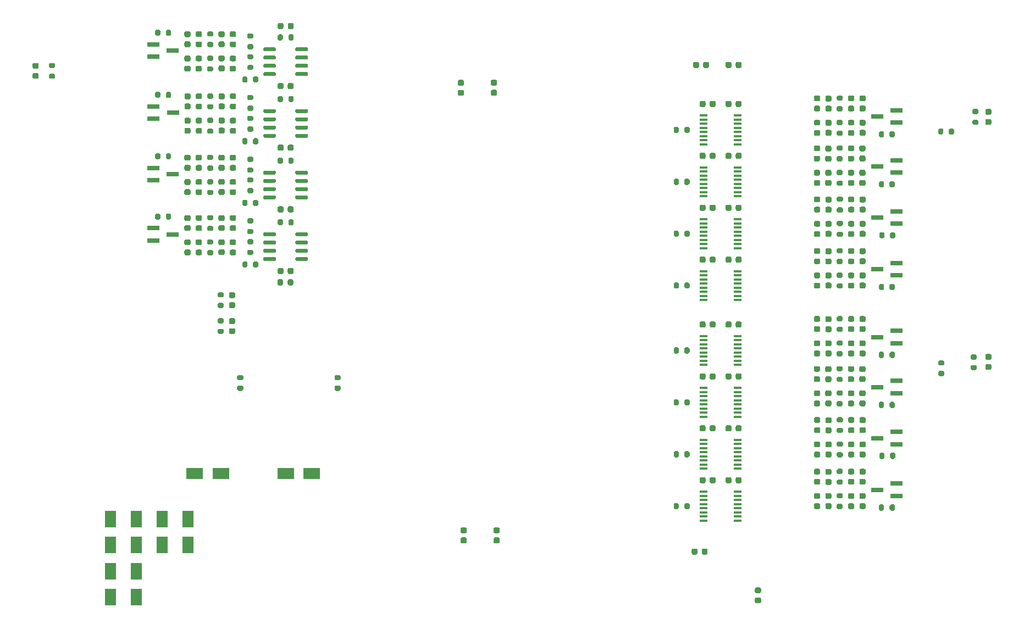
<source format=gbr>
%TF.GenerationSoftware,KiCad,Pcbnew,(5.1.9)-1*%
%TF.CreationDate,2021-05-12T19:42:15+02:00*%
%TF.ProjectId,AR2ISS_Isolator,41523249-5353-45f4-9973-6f6c61746f72,rev?*%
%TF.SameCoordinates,Original*%
%TF.FileFunction,Paste,Top*%
%TF.FilePolarity,Positive*%
%FSLAX46Y46*%
G04 Gerber Fmt 4.6, Leading zero omitted, Abs format (unit mm)*
G04 Created by KiCad (PCBNEW (5.1.9)-1) date 2021-05-12 19:42:15*
%MOMM*%
%LPD*%
G01*
G04 APERTURE LIST*
%ADD10R,1.900000X0.800000*%
%ADD11R,1.200000X0.400000*%
%ADD12R,1.800000X2.500000*%
%ADD13R,2.500000X1.800000*%
G04 APERTURE END LIST*
%TO.C,R69*%
G36*
G01*
X83115000Y-68035000D02*
X83665000Y-68035000D01*
G75*
G02*
X83865000Y-68235000I0J-200000D01*
G01*
X83865000Y-68635000D01*
G75*
G02*
X83665000Y-68835000I-200000J0D01*
G01*
X83115000Y-68835000D01*
G75*
G02*
X82915000Y-68635000I0J200000D01*
G01*
X82915000Y-68235000D01*
G75*
G02*
X83115000Y-68035000I200000J0D01*
G01*
G37*
G36*
G01*
X83115000Y-66385000D02*
X83665000Y-66385000D01*
G75*
G02*
X83865000Y-66585000I0J-200000D01*
G01*
X83865000Y-66985000D01*
G75*
G02*
X83665000Y-67185000I-200000J0D01*
G01*
X83115000Y-67185000D01*
G75*
G02*
X82915000Y-66985000I0J200000D01*
G01*
X82915000Y-66585000D01*
G75*
G02*
X83115000Y-66385000I200000J0D01*
G01*
G37*
%TD*%
%TO.C,R68*%
G36*
G01*
X83665000Y-70935000D02*
X83115000Y-70935000D01*
G75*
G02*
X82915000Y-70735000I0J200000D01*
G01*
X82915000Y-70335000D01*
G75*
G02*
X83115000Y-70135000I200000J0D01*
G01*
X83665000Y-70135000D01*
G75*
G02*
X83865000Y-70335000I0J-200000D01*
G01*
X83865000Y-70735000D01*
G75*
G02*
X83665000Y-70935000I-200000J0D01*
G01*
G37*
G36*
G01*
X83665000Y-72585000D02*
X83115000Y-72585000D01*
G75*
G02*
X82915000Y-72385000I0J200000D01*
G01*
X82915000Y-71985000D01*
G75*
G02*
X83115000Y-71785000I200000J0D01*
G01*
X83665000Y-71785000D01*
G75*
G02*
X83865000Y-71985000I0J-200000D01*
G01*
X83865000Y-72385000D01*
G75*
G02*
X83665000Y-72585000I-200000J0D01*
G01*
G37*
%TD*%
%TO.C,R67*%
G36*
G01*
X75715000Y-66335000D02*
X75715000Y-66885000D01*
G75*
G02*
X75515000Y-67085000I-200000J0D01*
G01*
X75115000Y-67085000D01*
G75*
G02*
X74915000Y-66885000I0J200000D01*
G01*
X74915000Y-66335000D01*
G75*
G02*
X75115000Y-66135000I200000J0D01*
G01*
X75515000Y-66135000D01*
G75*
G02*
X75715000Y-66335000I0J-200000D01*
G01*
G37*
G36*
G01*
X77365000Y-66335000D02*
X77365000Y-66885000D01*
G75*
G02*
X77165000Y-67085000I-200000J0D01*
G01*
X76765000Y-67085000D01*
G75*
G02*
X76565000Y-66885000I0J200000D01*
G01*
X76565000Y-66335000D01*
G75*
G02*
X76765000Y-66135000I200000J0D01*
G01*
X77165000Y-66135000D01*
G75*
G02*
X77365000Y-66335000I0J-200000D01*
G01*
G37*
%TD*%
%TO.C,R66*%
G36*
G01*
X83105000Y-77495000D02*
X83655000Y-77495000D01*
G75*
G02*
X83855000Y-77695000I0J-200000D01*
G01*
X83855000Y-78095000D01*
G75*
G02*
X83655000Y-78295000I-200000J0D01*
G01*
X83105000Y-78295000D01*
G75*
G02*
X82905000Y-78095000I0J200000D01*
G01*
X82905000Y-77695000D01*
G75*
G02*
X83105000Y-77495000I200000J0D01*
G01*
G37*
G36*
G01*
X83105000Y-75845000D02*
X83655000Y-75845000D01*
G75*
G02*
X83855000Y-76045000I0J-200000D01*
G01*
X83855000Y-76445000D01*
G75*
G02*
X83655000Y-76645000I-200000J0D01*
G01*
X83105000Y-76645000D01*
G75*
G02*
X82905000Y-76445000I0J200000D01*
G01*
X82905000Y-76045000D01*
G75*
G02*
X83105000Y-75845000I200000J0D01*
G01*
G37*
%TD*%
%TO.C,R65*%
G36*
G01*
X83655000Y-80395000D02*
X83105000Y-80395000D01*
G75*
G02*
X82905000Y-80195000I0J200000D01*
G01*
X82905000Y-79795000D01*
G75*
G02*
X83105000Y-79595000I200000J0D01*
G01*
X83655000Y-79595000D01*
G75*
G02*
X83855000Y-79795000I0J-200000D01*
G01*
X83855000Y-80195000D01*
G75*
G02*
X83655000Y-80395000I-200000J0D01*
G01*
G37*
G36*
G01*
X83655000Y-82045000D02*
X83105000Y-82045000D01*
G75*
G02*
X82905000Y-81845000I0J200000D01*
G01*
X82905000Y-81445000D01*
G75*
G02*
X83105000Y-81245000I200000J0D01*
G01*
X83655000Y-81245000D01*
G75*
G02*
X83855000Y-81445000I0J-200000D01*
G01*
X83855000Y-81845000D01*
G75*
G02*
X83655000Y-82045000I-200000J0D01*
G01*
G37*
%TD*%
%TO.C,R64*%
G36*
G01*
X75705000Y-75795000D02*
X75705000Y-76345000D01*
G75*
G02*
X75505000Y-76545000I-200000J0D01*
G01*
X75105000Y-76545000D01*
G75*
G02*
X74905000Y-76345000I0J200000D01*
G01*
X74905000Y-75795000D01*
G75*
G02*
X75105000Y-75595000I200000J0D01*
G01*
X75505000Y-75595000D01*
G75*
G02*
X75705000Y-75795000I0J-200000D01*
G01*
G37*
G36*
G01*
X77355000Y-75795000D02*
X77355000Y-76345000D01*
G75*
G02*
X77155000Y-76545000I-200000J0D01*
G01*
X76755000Y-76545000D01*
G75*
G02*
X76555000Y-76345000I0J200000D01*
G01*
X76555000Y-75795000D01*
G75*
G02*
X76755000Y-75595000I200000J0D01*
G01*
X77155000Y-75595000D01*
G75*
G02*
X77355000Y-75795000I0J-200000D01*
G01*
G37*
%TD*%
%TO.C,R63*%
G36*
G01*
X83105000Y-58455000D02*
X83655000Y-58455000D01*
G75*
G02*
X83855000Y-58655000I0J-200000D01*
G01*
X83855000Y-59055000D01*
G75*
G02*
X83655000Y-59255000I-200000J0D01*
G01*
X83105000Y-59255000D01*
G75*
G02*
X82905000Y-59055000I0J200000D01*
G01*
X82905000Y-58655000D01*
G75*
G02*
X83105000Y-58455000I200000J0D01*
G01*
G37*
G36*
G01*
X83105000Y-56805000D02*
X83655000Y-56805000D01*
G75*
G02*
X83855000Y-57005000I0J-200000D01*
G01*
X83855000Y-57405000D01*
G75*
G02*
X83655000Y-57605000I-200000J0D01*
G01*
X83105000Y-57605000D01*
G75*
G02*
X82905000Y-57405000I0J200000D01*
G01*
X82905000Y-57005000D01*
G75*
G02*
X83105000Y-56805000I200000J0D01*
G01*
G37*
%TD*%
%TO.C,R62*%
G36*
G01*
X83655000Y-61355000D02*
X83105000Y-61355000D01*
G75*
G02*
X82905000Y-61155000I0J200000D01*
G01*
X82905000Y-60755000D01*
G75*
G02*
X83105000Y-60555000I200000J0D01*
G01*
X83655000Y-60555000D01*
G75*
G02*
X83855000Y-60755000I0J-200000D01*
G01*
X83855000Y-61155000D01*
G75*
G02*
X83655000Y-61355000I-200000J0D01*
G01*
G37*
G36*
G01*
X83655000Y-63005000D02*
X83105000Y-63005000D01*
G75*
G02*
X82905000Y-62805000I0J200000D01*
G01*
X82905000Y-62405000D01*
G75*
G02*
X83105000Y-62205000I200000J0D01*
G01*
X83655000Y-62205000D01*
G75*
G02*
X83855000Y-62405000I0J-200000D01*
G01*
X83855000Y-62805000D01*
G75*
G02*
X83655000Y-63005000I-200000J0D01*
G01*
G37*
%TD*%
%TO.C,R61*%
G36*
G01*
X75705000Y-56755000D02*
X75705000Y-57305000D01*
G75*
G02*
X75505000Y-57505000I-200000J0D01*
G01*
X75105000Y-57505000D01*
G75*
G02*
X74905000Y-57305000I0J200000D01*
G01*
X74905000Y-56755000D01*
G75*
G02*
X75105000Y-56555000I200000J0D01*
G01*
X75505000Y-56555000D01*
G75*
G02*
X75705000Y-56755000I0J-200000D01*
G01*
G37*
G36*
G01*
X77355000Y-56755000D02*
X77355000Y-57305000D01*
G75*
G02*
X77155000Y-57505000I-200000J0D01*
G01*
X76755000Y-57505000D01*
G75*
G02*
X76555000Y-57305000I0J200000D01*
G01*
X76555000Y-56755000D01*
G75*
G02*
X76755000Y-56555000I200000J0D01*
G01*
X77155000Y-56555000D01*
G75*
G02*
X77355000Y-56755000I0J-200000D01*
G01*
G37*
%TD*%
%TO.C,R60*%
G36*
G01*
X83105000Y-86785000D02*
X83655000Y-86785000D01*
G75*
G02*
X83855000Y-86985000I0J-200000D01*
G01*
X83855000Y-87385000D01*
G75*
G02*
X83655000Y-87585000I-200000J0D01*
G01*
X83105000Y-87585000D01*
G75*
G02*
X82905000Y-87385000I0J200000D01*
G01*
X82905000Y-86985000D01*
G75*
G02*
X83105000Y-86785000I200000J0D01*
G01*
G37*
G36*
G01*
X83105000Y-85135000D02*
X83655000Y-85135000D01*
G75*
G02*
X83855000Y-85335000I0J-200000D01*
G01*
X83855000Y-85735000D01*
G75*
G02*
X83655000Y-85935000I-200000J0D01*
G01*
X83105000Y-85935000D01*
G75*
G02*
X82905000Y-85735000I0J200000D01*
G01*
X82905000Y-85335000D01*
G75*
G02*
X83105000Y-85135000I200000J0D01*
G01*
G37*
%TD*%
%TO.C,R59*%
G36*
G01*
X83655000Y-89685000D02*
X83105000Y-89685000D01*
G75*
G02*
X82905000Y-89485000I0J200000D01*
G01*
X82905000Y-89085000D01*
G75*
G02*
X83105000Y-88885000I200000J0D01*
G01*
X83655000Y-88885000D01*
G75*
G02*
X83855000Y-89085000I0J-200000D01*
G01*
X83855000Y-89485000D01*
G75*
G02*
X83655000Y-89685000I-200000J0D01*
G01*
G37*
G36*
G01*
X83655000Y-91335000D02*
X83105000Y-91335000D01*
G75*
G02*
X82905000Y-91135000I0J200000D01*
G01*
X82905000Y-90735000D01*
G75*
G02*
X83105000Y-90535000I200000J0D01*
G01*
X83655000Y-90535000D01*
G75*
G02*
X83855000Y-90735000I0J-200000D01*
G01*
X83855000Y-91135000D01*
G75*
G02*
X83655000Y-91335000I-200000J0D01*
G01*
G37*
%TD*%
%TO.C,R58*%
G36*
G01*
X75705000Y-85085000D02*
X75705000Y-85635000D01*
G75*
G02*
X75505000Y-85835000I-200000J0D01*
G01*
X75105000Y-85835000D01*
G75*
G02*
X74905000Y-85635000I0J200000D01*
G01*
X74905000Y-85085000D01*
G75*
G02*
X75105000Y-84885000I200000J0D01*
G01*
X75505000Y-84885000D01*
G75*
G02*
X75705000Y-85085000I0J-200000D01*
G01*
G37*
G36*
G01*
X77355000Y-85085000D02*
X77355000Y-85635000D01*
G75*
G02*
X77155000Y-85835000I-200000J0D01*
G01*
X76755000Y-85835000D01*
G75*
G02*
X76555000Y-85635000I0J200000D01*
G01*
X76555000Y-85085000D01*
G75*
G02*
X76755000Y-84885000I200000J0D01*
G01*
X77155000Y-84885000D01*
G75*
G02*
X77355000Y-85085000I0J-200000D01*
G01*
G37*
%TD*%
%TO.C,R57*%
G36*
G01*
X180635000Y-94795000D02*
X180085000Y-94795000D01*
G75*
G02*
X179885000Y-94595000I0J200000D01*
G01*
X179885000Y-94195000D01*
G75*
G02*
X180085000Y-93995000I200000J0D01*
G01*
X180635000Y-93995000D01*
G75*
G02*
X180835000Y-94195000I0J-200000D01*
G01*
X180835000Y-94595000D01*
G75*
G02*
X180635000Y-94795000I-200000J0D01*
G01*
G37*
G36*
G01*
X180635000Y-96445000D02*
X180085000Y-96445000D01*
G75*
G02*
X179885000Y-96245000I0J200000D01*
G01*
X179885000Y-95845000D01*
G75*
G02*
X180085000Y-95645000I200000J0D01*
G01*
X180635000Y-95645000D01*
G75*
G02*
X180835000Y-95845000I0J-200000D01*
G01*
X180835000Y-96245000D01*
G75*
G02*
X180635000Y-96445000I-200000J0D01*
G01*
G37*
%TD*%
%TO.C,R56*%
G36*
G01*
X180085000Y-91895000D02*
X180635000Y-91895000D01*
G75*
G02*
X180835000Y-92095000I0J-200000D01*
G01*
X180835000Y-92495000D01*
G75*
G02*
X180635000Y-92695000I-200000J0D01*
G01*
X180085000Y-92695000D01*
G75*
G02*
X179885000Y-92495000I0J200000D01*
G01*
X179885000Y-92095000D01*
G75*
G02*
X180085000Y-91895000I200000J0D01*
G01*
G37*
G36*
G01*
X180085000Y-90245000D02*
X180635000Y-90245000D01*
G75*
G02*
X180835000Y-90445000I0J-200000D01*
G01*
X180835000Y-90845000D01*
G75*
G02*
X180635000Y-91045000I-200000J0D01*
G01*
X180085000Y-91045000D01*
G75*
G02*
X179885000Y-90845000I0J200000D01*
G01*
X179885000Y-90445000D01*
G75*
G02*
X180085000Y-90245000I200000J0D01*
G01*
G37*
%TD*%
%TO.C,R55*%
G36*
G01*
X188035000Y-96495000D02*
X188035000Y-95945000D01*
G75*
G02*
X188235000Y-95745000I200000J0D01*
G01*
X188635000Y-95745000D01*
G75*
G02*
X188835000Y-95945000I0J-200000D01*
G01*
X188835000Y-96495000D01*
G75*
G02*
X188635000Y-96695000I-200000J0D01*
G01*
X188235000Y-96695000D01*
G75*
G02*
X188035000Y-96495000I0J200000D01*
G01*
G37*
G36*
G01*
X186385000Y-96495000D02*
X186385000Y-95945000D01*
G75*
G02*
X186585000Y-95745000I200000J0D01*
G01*
X186985000Y-95745000D01*
G75*
G02*
X187185000Y-95945000I0J-200000D01*
G01*
X187185000Y-96495000D01*
G75*
G02*
X186985000Y-96695000I-200000J0D01*
G01*
X186585000Y-96695000D01*
G75*
G02*
X186385000Y-96495000I0J200000D01*
G01*
G37*
%TD*%
%TO.C,R54*%
G36*
G01*
X180645000Y-86835000D02*
X180095000Y-86835000D01*
G75*
G02*
X179895000Y-86635000I0J200000D01*
G01*
X179895000Y-86235000D01*
G75*
G02*
X180095000Y-86035000I200000J0D01*
G01*
X180645000Y-86035000D01*
G75*
G02*
X180845000Y-86235000I0J-200000D01*
G01*
X180845000Y-86635000D01*
G75*
G02*
X180645000Y-86835000I-200000J0D01*
G01*
G37*
G36*
G01*
X180645000Y-88485000D02*
X180095000Y-88485000D01*
G75*
G02*
X179895000Y-88285000I0J200000D01*
G01*
X179895000Y-87885000D01*
G75*
G02*
X180095000Y-87685000I200000J0D01*
G01*
X180645000Y-87685000D01*
G75*
G02*
X180845000Y-87885000I0J-200000D01*
G01*
X180845000Y-88285000D01*
G75*
G02*
X180645000Y-88485000I-200000J0D01*
G01*
G37*
%TD*%
%TO.C,R53*%
G36*
G01*
X180095000Y-83935000D02*
X180645000Y-83935000D01*
G75*
G02*
X180845000Y-84135000I0J-200000D01*
G01*
X180845000Y-84535000D01*
G75*
G02*
X180645000Y-84735000I-200000J0D01*
G01*
X180095000Y-84735000D01*
G75*
G02*
X179895000Y-84535000I0J200000D01*
G01*
X179895000Y-84135000D01*
G75*
G02*
X180095000Y-83935000I200000J0D01*
G01*
G37*
G36*
G01*
X180095000Y-82285000D02*
X180645000Y-82285000D01*
G75*
G02*
X180845000Y-82485000I0J-200000D01*
G01*
X180845000Y-82885000D01*
G75*
G02*
X180645000Y-83085000I-200000J0D01*
G01*
X180095000Y-83085000D01*
G75*
G02*
X179895000Y-82885000I0J200000D01*
G01*
X179895000Y-82485000D01*
G75*
G02*
X180095000Y-82285000I200000J0D01*
G01*
G37*
%TD*%
%TO.C,R52*%
G36*
G01*
X188100000Y-88525000D02*
X188100000Y-87975000D01*
G75*
G02*
X188300000Y-87775000I200000J0D01*
G01*
X188700000Y-87775000D01*
G75*
G02*
X188900000Y-87975000I0J-200000D01*
G01*
X188900000Y-88525000D01*
G75*
G02*
X188700000Y-88725000I-200000J0D01*
G01*
X188300000Y-88725000D01*
G75*
G02*
X188100000Y-88525000I0J200000D01*
G01*
G37*
G36*
G01*
X186450000Y-88525000D02*
X186450000Y-87975000D01*
G75*
G02*
X186650000Y-87775000I200000J0D01*
G01*
X187050000Y-87775000D01*
G75*
G02*
X187250000Y-87975000I0J-200000D01*
G01*
X187250000Y-88525000D01*
G75*
G02*
X187050000Y-88725000I-200000J0D01*
G01*
X186650000Y-88725000D01*
G75*
G02*
X186450000Y-88525000I0J200000D01*
G01*
G37*
%TD*%
%TO.C,R51*%
G36*
G01*
X180625000Y-80615000D02*
X180075000Y-80615000D01*
G75*
G02*
X179875000Y-80415000I0J200000D01*
G01*
X179875000Y-80015000D01*
G75*
G02*
X180075000Y-79815000I200000J0D01*
G01*
X180625000Y-79815000D01*
G75*
G02*
X180825000Y-80015000I0J-200000D01*
G01*
X180825000Y-80415000D01*
G75*
G02*
X180625000Y-80615000I-200000J0D01*
G01*
G37*
G36*
G01*
X180625000Y-78965000D02*
X180075000Y-78965000D01*
G75*
G02*
X179875000Y-78765000I0J200000D01*
G01*
X179875000Y-78365000D01*
G75*
G02*
X180075000Y-78165000I200000J0D01*
G01*
X180625000Y-78165000D01*
G75*
G02*
X180825000Y-78365000I0J-200000D01*
G01*
X180825000Y-78765000D01*
G75*
G02*
X180625000Y-78965000I-200000J0D01*
G01*
G37*
%TD*%
%TO.C,R50*%
G36*
G01*
X180075000Y-74415000D02*
X180625000Y-74415000D01*
G75*
G02*
X180825000Y-74615000I0J-200000D01*
G01*
X180825000Y-75015000D01*
G75*
G02*
X180625000Y-75215000I-200000J0D01*
G01*
X180075000Y-75215000D01*
G75*
G02*
X179875000Y-75015000I0J200000D01*
G01*
X179875000Y-74615000D01*
G75*
G02*
X180075000Y-74415000I200000J0D01*
G01*
G37*
G36*
G01*
X180075000Y-76065000D02*
X180625000Y-76065000D01*
G75*
G02*
X180825000Y-76265000I0J-200000D01*
G01*
X180825000Y-76665000D01*
G75*
G02*
X180625000Y-76865000I-200000J0D01*
G01*
X180075000Y-76865000D01*
G75*
G02*
X179875000Y-76665000I0J200000D01*
G01*
X179875000Y-76265000D01*
G75*
G02*
X180075000Y-76065000I200000J0D01*
G01*
G37*
%TD*%
%TO.C,R49*%
G36*
G01*
X186375000Y-80665000D02*
X186375000Y-80115000D01*
G75*
G02*
X186575000Y-79915000I200000J0D01*
G01*
X186975000Y-79915000D01*
G75*
G02*
X187175000Y-80115000I0J-200000D01*
G01*
X187175000Y-80665000D01*
G75*
G02*
X186975000Y-80865000I-200000J0D01*
G01*
X186575000Y-80865000D01*
G75*
G02*
X186375000Y-80665000I0J200000D01*
G01*
G37*
G36*
G01*
X188025000Y-80665000D02*
X188025000Y-80115000D01*
G75*
G02*
X188225000Y-79915000I200000J0D01*
G01*
X188625000Y-79915000D01*
G75*
G02*
X188825000Y-80115000I0J-200000D01*
G01*
X188825000Y-80665000D01*
G75*
G02*
X188625000Y-80865000I-200000J0D01*
G01*
X188225000Y-80865000D01*
G75*
G02*
X188025000Y-80665000I0J200000D01*
G01*
G37*
%TD*%
%TO.C,R48*%
G36*
G01*
X180635000Y-72905000D02*
X180085000Y-72905000D01*
G75*
G02*
X179885000Y-72705000I0J200000D01*
G01*
X179885000Y-72305000D01*
G75*
G02*
X180085000Y-72105000I200000J0D01*
G01*
X180635000Y-72105000D01*
G75*
G02*
X180835000Y-72305000I0J-200000D01*
G01*
X180835000Y-72705000D01*
G75*
G02*
X180635000Y-72905000I-200000J0D01*
G01*
G37*
G36*
G01*
X180635000Y-71255000D02*
X180085000Y-71255000D01*
G75*
G02*
X179885000Y-71055000I0J200000D01*
G01*
X179885000Y-70655000D01*
G75*
G02*
X180085000Y-70455000I200000J0D01*
G01*
X180635000Y-70455000D01*
G75*
G02*
X180835000Y-70655000I0J-200000D01*
G01*
X180835000Y-71055000D01*
G75*
G02*
X180635000Y-71255000I-200000J0D01*
G01*
G37*
%TD*%
%TO.C,R47*%
G36*
G01*
X180085000Y-66705000D02*
X180635000Y-66705000D01*
G75*
G02*
X180835000Y-66905000I0J-200000D01*
G01*
X180835000Y-67305000D01*
G75*
G02*
X180635000Y-67505000I-200000J0D01*
G01*
X180085000Y-67505000D01*
G75*
G02*
X179885000Y-67305000I0J200000D01*
G01*
X179885000Y-66905000D01*
G75*
G02*
X180085000Y-66705000I200000J0D01*
G01*
G37*
G36*
G01*
X180085000Y-68355000D02*
X180635000Y-68355000D01*
G75*
G02*
X180835000Y-68555000I0J-200000D01*
G01*
X180835000Y-68955000D01*
G75*
G02*
X180635000Y-69155000I-200000J0D01*
G01*
X180085000Y-69155000D01*
G75*
G02*
X179885000Y-68955000I0J200000D01*
G01*
X179885000Y-68555000D01*
G75*
G02*
X180085000Y-68355000I200000J0D01*
G01*
G37*
%TD*%
%TO.C,R46*%
G36*
G01*
X186385000Y-72955000D02*
X186385000Y-72405000D01*
G75*
G02*
X186585000Y-72205000I200000J0D01*
G01*
X186985000Y-72205000D01*
G75*
G02*
X187185000Y-72405000I0J-200000D01*
G01*
X187185000Y-72955000D01*
G75*
G02*
X186985000Y-73155000I-200000J0D01*
G01*
X186585000Y-73155000D01*
G75*
G02*
X186385000Y-72955000I0J200000D01*
G01*
G37*
G36*
G01*
X188035000Y-72955000D02*
X188035000Y-72405000D01*
G75*
G02*
X188235000Y-72205000I200000J0D01*
G01*
X188635000Y-72205000D01*
G75*
G02*
X188835000Y-72405000I0J-200000D01*
G01*
X188835000Y-72955000D01*
G75*
G02*
X188635000Y-73155000I-200000J0D01*
G01*
X188235000Y-73155000D01*
G75*
G02*
X188035000Y-72955000I0J200000D01*
G01*
G37*
%TD*%
%TO.C,R39*%
G36*
G01*
X180635000Y-128795000D02*
X180085000Y-128795000D01*
G75*
G02*
X179885000Y-128595000I0J200000D01*
G01*
X179885000Y-128195000D01*
G75*
G02*
X180085000Y-127995000I200000J0D01*
G01*
X180635000Y-127995000D01*
G75*
G02*
X180835000Y-128195000I0J-200000D01*
G01*
X180835000Y-128595000D01*
G75*
G02*
X180635000Y-128795000I-200000J0D01*
G01*
G37*
G36*
G01*
X180635000Y-130445000D02*
X180085000Y-130445000D01*
G75*
G02*
X179885000Y-130245000I0J200000D01*
G01*
X179885000Y-129845000D01*
G75*
G02*
X180085000Y-129645000I200000J0D01*
G01*
X180635000Y-129645000D01*
G75*
G02*
X180835000Y-129845000I0J-200000D01*
G01*
X180835000Y-130245000D01*
G75*
G02*
X180635000Y-130445000I-200000J0D01*
G01*
G37*
%TD*%
%TO.C,R38*%
G36*
G01*
X180085000Y-125895000D02*
X180635000Y-125895000D01*
G75*
G02*
X180835000Y-126095000I0J-200000D01*
G01*
X180835000Y-126495000D01*
G75*
G02*
X180635000Y-126695000I-200000J0D01*
G01*
X180085000Y-126695000D01*
G75*
G02*
X179885000Y-126495000I0J200000D01*
G01*
X179885000Y-126095000D01*
G75*
G02*
X180085000Y-125895000I200000J0D01*
G01*
G37*
G36*
G01*
X180085000Y-124245000D02*
X180635000Y-124245000D01*
G75*
G02*
X180835000Y-124445000I0J-200000D01*
G01*
X180835000Y-124845000D01*
G75*
G02*
X180635000Y-125045000I-200000J0D01*
G01*
X180085000Y-125045000D01*
G75*
G02*
X179885000Y-124845000I0J200000D01*
G01*
X179885000Y-124445000D01*
G75*
G02*
X180085000Y-124245000I200000J0D01*
G01*
G37*
%TD*%
%TO.C,R37*%
G36*
G01*
X188035000Y-130495000D02*
X188035000Y-129945000D01*
G75*
G02*
X188235000Y-129745000I200000J0D01*
G01*
X188635000Y-129745000D01*
G75*
G02*
X188835000Y-129945000I0J-200000D01*
G01*
X188835000Y-130495000D01*
G75*
G02*
X188635000Y-130695000I-200000J0D01*
G01*
X188235000Y-130695000D01*
G75*
G02*
X188035000Y-130495000I0J200000D01*
G01*
G37*
G36*
G01*
X186385000Y-130495000D02*
X186385000Y-129945000D01*
G75*
G02*
X186585000Y-129745000I200000J0D01*
G01*
X186985000Y-129745000D01*
G75*
G02*
X187185000Y-129945000I0J-200000D01*
G01*
X187185000Y-130495000D01*
G75*
G02*
X186985000Y-130695000I-200000J0D01*
G01*
X186585000Y-130695000D01*
G75*
G02*
X186385000Y-130495000I0J200000D01*
G01*
G37*
%TD*%
%TO.C,R32*%
G36*
G01*
X180645000Y-120835000D02*
X180095000Y-120835000D01*
G75*
G02*
X179895000Y-120635000I0J200000D01*
G01*
X179895000Y-120235000D01*
G75*
G02*
X180095000Y-120035000I200000J0D01*
G01*
X180645000Y-120035000D01*
G75*
G02*
X180845000Y-120235000I0J-200000D01*
G01*
X180845000Y-120635000D01*
G75*
G02*
X180645000Y-120835000I-200000J0D01*
G01*
G37*
G36*
G01*
X180645000Y-122485000D02*
X180095000Y-122485000D01*
G75*
G02*
X179895000Y-122285000I0J200000D01*
G01*
X179895000Y-121885000D01*
G75*
G02*
X180095000Y-121685000I200000J0D01*
G01*
X180645000Y-121685000D01*
G75*
G02*
X180845000Y-121885000I0J-200000D01*
G01*
X180845000Y-122285000D01*
G75*
G02*
X180645000Y-122485000I-200000J0D01*
G01*
G37*
%TD*%
%TO.C,R31*%
G36*
G01*
X180095000Y-117935000D02*
X180645000Y-117935000D01*
G75*
G02*
X180845000Y-118135000I0J-200000D01*
G01*
X180845000Y-118535000D01*
G75*
G02*
X180645000Y-118735000I-200000J0D01*
G01*
X180095000Y-118735000D01*
G75*
G02*
X179895000Y-118535000I0J200000D01*
G01*
X179895000Y-118135000D01*
G75*
G02*
X180095000Y-117935000I200000J0D01*
G01*
G37*
G36*
G01*
X180095000Y-116285000D02*
X180645000Y-116285000D01*
G75*
G02*
X180845000Y-116485000I0J-200000D01*
G01*
X180845000Y-116885000D01*
G75*
G02*
X180645000Y-117085000I-200000J0D01*
G01*
X180095000Y-117085000D01*
G75*
G02*
X179895000Y-116885000I0J200000D01*
G01*
X179895000Y-116485000D01*
G75*
G02*
X180095000Y-116285000I200000J0D01*
G01*
G37*
%TD*%
%TO.C,R30*%
G36*
G01*
X188100000Y-122525000D02*
X188100000Y-121975000D01*
G75*
G02*
X188300000Y-121775000I200000J0D01*
G01*
X188700000Y-121775000D01*
G75*
G02*
X188900000Y-121975000I0J-200000D01*
G01*
X188900000Y-122525000D01*
G75*
G02*
X188700000Y-122725000I-200000J0D01*
G01*
X188300000Y-122725000D01*
G75*
G02*
X188100000Y-122525000I0J200000D01*
G01*
G37*
G36*
G01*
X186450000Y-122525000D02*
X186450000Y-121975000D01*
G75*
G02*
X186650000Y-121775000I200000J0D01*
G01*
X187050000Y-121775000D01*
G75*
G02*
X187250000Y-121975000I0J-200000D01*
G01*
X187250000Y-122525000D01*
G75*
G02*
X187050000Y-122725000I-200000J0D01*
G01*
X186650000Y-122725000D01*
G75*
G02*
X186450000Y-122525000I0J200000D01*
G01*
G37*
%TD*%
%TO.C,R25*%
G36*
G01*
X180625000Y-112965000D02*
X180075000Y-112965000D01*
G75*
G02*
X179875000Y-112765000I0J200000D01*
G01*
X179875000Y-112365000D01*
G75*
G02*
X180075000Y-112165000I200000J0D01*
G01*
X180625000Y-112165000D01*
G75*
G02*
X180825000Y-112365000I0J-200000D01*
G01*
X180825000Y-112765000D01*
G75*
G02*
X180625000Y-112965000I-200000J0D01*
G01*
G37*
G36*
G01*
X180625000Y-114615000D02*
X180075000Y-114615000D01*
G75*
G02*
X179875000Y-114415000I0J200000D01*
G01*
X179875000Y-114015000D01*
G75*
G02*
X180075000Y-113815000I200000J0D01*
G01*
X180625000Y-113815000D01*
G75*
G02*
X180825000Y-114015000I0J-200000D01*
G01*
X180825000Y-114415000D01*
G75*
G02*
X180625000Y-114615000I-200000J0D01*
G01*
G37*
%TD*%
%TO.C,R24*%
G36*
G01*
X180075000Y-110065000D02*
X180625000Y-110065000D01*
G75*
G02*
X180825000Y-110265000I0J-200000D01*
G01*
X180825000Y-110665000D01*
G75*
G02*
X180625000Y-110865000I-200000J0D01*
G01*
X180075000Y-110865000D01*
G75*
G02*
X179875000Y-110665000I0J200000D01*
G01*
X179875000Y-110265000D01*
G75*
G02*
X180075000Y-110065000I200000J0D01*
G01*
G37*
G36*
G01*
X180075000Y-108415000D02*
X180625000Y-108415000D01*
G75*
G02*
X180825000Y-108615000I0J-200000D01*
G01*
X180825000Y-109015000D01*
G75*
G02*
X180625000Y-109215000I-200000J0D01*
G01*
X180075000Y-109215000D01*
G75*
G02*
X179875000Y-109015000I0J200000D01*
G01*
X179875000Y-108615000D01*
G75*
G02*
X180075000Y-108415000I200000J0D01*
G01*
G37*
%TD*%
%TO.C,R23*%
G36*
G01*
X188025000Y-114665000D02*
X188025000Y-114115000D01*
G75*
G02*
X188225000Y-113915000I200000J0D01*
G01*
X188625000Y-113915000D01*
G75*
G02*
X188825000Y-114115000I0J-200000D01*
G01*
X188825000Y-114665000D01*
G75*
G02*
X188625000Y-114865000I-200000J0D01*
G01*
X188225000Y-114865000D01*
G75*
G02*
X188025000Y-114665000I0J200000D01*
G01*
G37*
G36*
G01*
X186375000Y-114665000D02*
X186375000Y-114115000D01*
G75*
G02*
X186575000Y-113915000I200000J0D01*
G01*
X186975000Y-113915000D01*
G75*
G02*
X187175000Y-114115000I0J-200000D01*
G01*
X187175000Y-114665000D01*
G75*
G02*
X186975000Y-114865000I-200000J0D01*
G01*
X186575000Y-114865000D01*
G75*
G02*
X186375000Y-114665000I0J200000D01*
G01*
G37*
%TD*%
%TO.C,R18*%
G36*
G01*
X180635000Y-105255000D02*
X180085000Y-105255000D01*
G75*
G02*
X179885000Y-105055000I0J200000D01*
G01*
X179885000Y-104655000D01*
G75*
G02*
X180085000Y-104455000I200000J0D01*
G01*
X180635000Y-104455000D01*
G75*
G02*
X180835000Y-104655000I0J-200000D01*
G01*
X180835000Y-105055000D01*
G75*
G02*
X180635000Y-105255000I-200000J0D01*
G01*
G37*
G36*
G01*
X180635000Y-106905000D02*
X180085000Y-106905000D01*
G75*
G02*
X179885000Y-106705000I0J200000D01*
G01*
X179885000Y-106305000D01*
G75*
G02*
X180085000Y-106105000I200000J0D01*
G01*
X180635000Y-106105000D01*
G75*
G02*
X180835000Y-106305000I0J-200000D01*
G01*
X180835000Y-106705000D01*
G75*
G02*
X180635000Y-106905000I-200000J0D01*
G01*
G37*
%TD*%
%TO.C,R17*%
G36*
G01*
X180085000Y-102355000D02*
X180635000Y-102355000D01*
G75*
G02*
X180835000Y-102555000I0J-200000D01*
G01*
X180835000Y-102955000D01*
G75*
G02*
X180635000Y-103155000I-200000J0D01*
G01*
X180085000Y-103155000D01*
G75*
G02*
X179885000Y-102955000I0J200000D01*
G01*
X179885000Y-102555000D01*
G75*
G02*
X180085000Y-102355000I200000J0D01*
G01*
G37*
G36*
G01*
X180085000Y-100705000D02*
X180635000Y-100705000D01*
G75*
G02*
X180835000Y-100905000I0J-200000D01*
G01*
X180835000Y-101305000D01*
G75*
G02*
X180635000Y-101505000I-200000J0D01*
G01*
X180085000Y-101505000D01*
G75*
G02*
X179885000Y-101305000I0J200000D01*
G01*
X179885000Y-100905000D01*
G75*
G02*
X180085000Y-100705000I200000J0D01*
G01*
G37*
%TD*%
%TO.C,R16*%
G36*
G01*
X188035000Y-106955000D02*
X188035000Y-106405000D01*
G75*
G02*
X188235000Y-106205000I200000J0D01*
G01*
X188635000Y-106205000D01*
G75*
G02*
X188835000Y-106405000I0J-200000D01*
G01*
X188835000Y-106955000D01*
G75*
G02*
X188635000Y-107155000I-200000J0D01*
G01*
X188235000Y-107155000D01*
G75*
G02*
X188035000Y-106955000I0J200000D01*
G01*
G37*
G36*
G01*
X186385000Y-106955000D02*
X186385000Y-106405000D01*
G75*
G02*
X186585000Y-106205000I200000J0D01*
G01*
X186985000Y-106205000D01*
G75*
G02*
X187185000Y-106405000I0J-200000D01*
G01*
X187185000Y-106955000D01*
G75*
G02*
X186985000Y-107155000I-200000J0D01*
G01*
X186585000Y-107155000D01*
G75*
G02*
X186385000Y-106955000I0J200000D01*
G01*
G37*
%TD*%
%TO.C,L50*%
G36*
G01*
X87146250Y-67260000D02*
X86633750Y-67260000D01*
G75*
G02*
X86415000Y-67041250I0J218750D01*
G01*
X86415000Y-66603750D01*
G75*
G02*
X86633750Y-66385000I218750J0D01*
G01*
X87146250Y-66385000D01*
G75*
G02*
X87365000Y-66603750I0J-218750D01*
G01*
X87365000Y-67041250D01*
G75*
G02*
X87146250Y-67260000I-218750J0D01*
G01*
G37*
G36*
G01*
X87146250Y-68835000D02*
X86633750Y-68835000D01*
G75*
G02*
X86415000Y-68616250I0J218750D01*
G01*
X86415000Y-68178750D01*
G75*
G02*
X86633750Y-67960000I218750J0D01*
G01*
X87146250Y-67960000D01*
G75*
G02*
X87365000Y-68178750I0J-218750D01*
G01*
X87365000Y-68616250D01*
G75*
G02*
X87146250Y-68835000I-218750J0D01*
G01*
G37*
%TD*%
%TO.C,L49*%
G36*
G01*
X86633750Y-71710000D02*
X87146250Y-71710000D01*
G75*
G02*
X87365000Y-71928750I0J-218750D01*
G01*
X87365000Y-72366250D01*
G75*
G02*
X87146250Y-72585000I-218750J0D01*
G01*
X86633750Y-72585000D01*
G75*
G02*
X86415000Y-72366250I0J218750D01*
G01*
X86415000Y-71928750D01*
G75*
G02*
X86633750Y-71710000I218750J0D01*
G01*
G37*
G36*
G01*
X86633750Y-70135000D02*
X87146250Y-70135000D01*
G75*
G02*
X87365000Y-70353750I0J-218750D01*
G01*
X87365000Y-70791250D01*
G75*
G02*
X87146250Y-71010000I-218750J0D01*
G01*
X86633750Y-71010000D01*
G75*
G02*
X86415000Y-70791250I0J218750D01*
G01*
X86415000Y-70353750D01*
G75*
G02*
X86633750Y-70135000I218750J0D01*
G01*
G37*
%TD*%
%TO.C,L48*%
G36*
G01*
X81383750Y-67960000D02*
X81896250Y-67960000D01*
G75*
G02*
X82115000Y-68178750I0J-218750D01*
G01*
X82115000Y-68616250D01*
G75*
G02*
X81896250Y-68835000I-218750J0D01*
G01*
X81383750Y-68835000D01*
G75*
G02*
X81165000Y-68616250I0J218750D01*
G01*
X81165000Y-68178750D01*
G75*
G02*
X81383750Y-67960000I218750J0D01*
G01*
G37*
G36*
G01*
X81383750Y-66385000D02*
X81896250Y-66385000D01*
G75*
G02*
X82115000Y-66603750I0J-218750D01*
G01*
X82115000Y-67041250D01*
G75*
G02*
X81896250Y-67260000I-218750J0D01*
G01*
X81383750Y-67260000D01*
G75*
G02*
X81165000Y-67041250I0J218750D01*
G01*
X81165000Y-66603750D01*
G75*
G02*
X81383750Y-66385000I218750J0D01*
G01*
G37*
%TD*%
%TO.C,L47*%
G36*
G01*
X81896250Y-71010000D02*
X81383750Y-71010000D01*
G75*
G02*
X81165000Y-70791250I0J218750D01*
G01*
X81165000Y-70353750D01*
G75*
G02*
X81383750Y-70135000I218750J0D01*
G01*
X81896250Y-70135000D01*
G75*
G02*
X82115000Y-70353750I0J-218750D01*
G01*
X82115000Y-70791250D01*
G75*
G02*
X81896250Y-71010000I-218750J0D01*
G01*
G37*
G36*
G01*
X81896250Y-72585000D02*
X81383750Y-72585000D01*
G75*
G02*
X81165000Y-72366250I0J218750D01*
G01*
X81165000Y-71928750D01*
G75*
G02*
X81383750Y-71710000I218750J0D01*
G01*
X81896250Y-71710000D01*
G75*
G02*
X82115000Y-71928750I0J-218750D01*
G01*
X82115000Y-72366250D01*
G75*
G02*
X81896250Y-72585000I-218750J0D01*
G01*
G37*
%TD*%
%TO.C,L46*%
G36*
G01*
X87136250Y-76720000D02*
X86623750Y-76720000D01*
G75*
G02*
X86405000Y-76501250I0J218750D01*
G01*
X86405000Y-76063750D01*
G75*
G02*
X86623750Y-75845000I218750J0D01*
G01*
X87136250Y-75845000D01*
G75*
G02*
X87355000Y-76063750I0J-218750D01*
G01*
X87355000Y-76501250D01*
G75*
G02*
X87136250Y-76720000I-218750J0D01*
G01*
G37*
G36*
G01*
X87136250Y-78295000D02*
X86623750Y-78295000D01*
G75*
G02*
X86405000Y-78076250I0J218750D01*
G01*
X86405000Y-77638750D01*
G75*
G02*
X86623750Y-77420000I218750J0D01*
G01*
X87136250Y-77420000D01*
G75*
G02*
X87355000Y-77638750I0J-218750D01*
G01*
X87355000Y-78076250D01*
G75*
G02*
X87136250Y-78295000I-218750J0D01*
G01*
G37*
%TD*%
%TO.C,L45*%
G36*
G01*
X86623750Y-81170000D02*
X87136250Y-81170000D01*
G75*
G02*
X87355000Y-81388750I0J-218750D01*
G01*
X87355000Y-81826250D01*
G75*
G02*
X87136250Y-82045000I-218750J0D01*
G01*
X86623750Y-82045000D01*
G75*
G02*
X86405000Y-81826250I0J218750D01*
G01*
X86405000Y-81388750D01*
G75*
G02*
X86623750Y-81170000I218750J0D01*
G01*
G37*
G36*
G01*
X86623750Y-79595000D02*
X87136250Y-79595000D01*
G75*
G02*
X87355000Y-79813750I0J-218750D01*
G01*
X87355000Y-80251250D01*
G75*
G02*
X87136250Y-80470000I-218750J0D01*
G01*
X86623750Y-80470000D01*
G75*
G02*
X86405000Y-80251250I0J218750D01*
G01*
X86405000Y-79813750D01*
G75*
G02*
X86623750Y-79595000I218750J0D01*
G01*
G37*
%TD*%
%TO.C,L44*%
G36*
G01*
X81373750Y-77420000D02*
X81886250Y-77420000D01*
G75*
G02*
X82105000Y-77638750I0J-218750D01*
G01*
X82105000Y-78076250D01*
G75*
G02*
X81886250Y-78295000I-218750J0D01*
G01*
X81373750Y-78295000D01*
G75*
G02*
X81155000Y-78076250I0J218750D01*
G01*
X81155000Y-77638750D01*
G75*
G02*
X81373750Y-77420000I218750J0D01*
G01*
G37*
G36*
G01*
X81373750Y-75845000D02*
X81886250Y-75845000D01*
G75*
G02*
X82105000Y-76063750I0J-218750D01*
G01*
X82105000Y-76501250D01*
G75*
G02*
X81886250Y-76720000I-218750J0D01*
G01*
X81373750Y-76720000D01*
G75*
G02*
X81155000Y-76501250I0J218750D01*
G01*
X81155000Y-76063750D01*
G75*
G02*
X81373750Y-75845000I218750J0D01*
G01*
G37*
%TD*%
%TO.C,L43*%
G36*
G01*
X81886250Y-80470000D02*
X81373750Y-80470000D01*
G75*
G02*
X81155000Y-80251250I0J218750D01*
G01*
X81155000Y-79813750D01*
G75*
G02*
X81373750Y-79595000I218750J0D01*
G01*
X81886250Y-79595000D01*
G75*
G02*
X82105000Y-79813750I0J-218750D01*
G01*
X82105000Y-80251250D01*
G75*
G02*
X81886250Y-80470000I-218750J0D01*
G01*
G37*
G36*
G01*
X81886250Y-82045000D02*
X81373750Y-82045000D01*
G75*
G02*
X81155000Y-81826250I0J218750D01*
G01*
X81155000Y-81388750D01*
G75*
G02*
X81373750Y-81170000I218750J0D01*
G01*
X81886250Y-81170000D01*
G75*
G02*
X82105000Y-81388750I0J-218750D01*
G01*
X82105000Y-81826250D01*
G75*
G02*
X81886250Y-82045000I-218750J0D01*
G01*
G37*
%TD*%
%TO.C,L42*%
G36*
G01*
X87136250Y-57680000D02*
X86623750Y-57680000D01*
G75*
G02*
X86405000Y-57461250I0J218750D01*
G01*
X86405000Y-57023750D01*
G75*
G02*
X86623750Y-56805000I218750J0D01*
G01*
X87136250Y-56805000D01*
G75*
G02*
X87355000Y-57023750I0J-218750D01*
G01*
X87355000Y-57461250D01*
G75*
G02*
X87136250Y-57680000I-218750J0D01*
G01*
G37*
G36*
G01*
X87136250Y-59255000D02*
X86623750Y-59255000D01*
G75*
G02*
X86405000Y-59036250I0J218750D01*
G01*
X86405000Y-58598750D01*
G75*
G02*
X86623750Y-58380000I218750J0D01*
G01*
X87136250Y-58380000D01*
G75*
G02*
X87355000Y-58598750I0J-218750D01*
G01*
X87355000Y-59036250D01*
G75*
G02*
X87136250Y-59255000I-218750J0D01*
G01*
G37*
%TD*%
%TO.C,L41*%
G36*
G01*
X86623750Y-62130000D02*
X87136250Y-62130000D01*
G75*
G02*
X87355000Y-62348750I0J-218750D01*
G01*
X87355000Y-62786250D01*
G75*
G02*
X87136250Y-63005000I-218750J0D01*
G01*
X86623750Y-63005000D01*
G75*
G02*
X86405000Y-62786250I0J218750D01*
G01*
X86405000Y-62348750D01*
G75*
G02*
X86623750Y-62130000I218750J0D01*
G01*
G37*
G36*
G01*
X86623750Y-60555000D02*
X87136250Y-60555000D01*
G75*
G02*
X87355000Y-60773750I0J-218750D01*
G01*
X87355000Y-61211250D01*
G75*
G02*
X87136250Y-61430000I-218750J0D01*
G01*
X86623750Y-61430000D01*
G75*
G02*
X86405000Y-61211250I0J218750D01*
G01*
X86405000Y-60773750D01*
G75*
G02*
X86623750Y-60555000I218750J0D01*
G01*
G37*
%TD*%
%TO.C,L40*%
G36*
G01*
X81373750Y-58380000D02*
X81886250Y-58380000D01*
G75*
G02*
X82105000Y-58598750I0J-218750D01*
G01*
X82105000Y-59036250D01*
G75*
G02*
X81886250Y-59255000I-218750J0D01*
G01*
X81373750Y-59255000D01*
G75*
G02*
X81155000Y-59036250I0J218750D01*
G01*
X81155000Y-58598750D01*
G75*
G02*
X81373750Y-58380000I218750J0D01*
G01*
G37*
G36*
G01*
X81373750Y-56805000D02*
X81886250Y-56805000D01*
G75*
G02*
X82105000Y-57023750I0J-218750D01*
G01*
X82105000Y-57461250D01*
G75*
G02*
X81886250Y-57680000I-218750J0D01*
G01*
X81373750Y-57680000D01*
G75*
G02*
X81155000Y-57461250I0J218750D01*
G01*
X81155000Y-57023750D01*
G75*
G02*
X81373750Y-56805000I218750J0D01*
G01*
G37*
%TD*%
%TO.C,L39*%
G36*
G01*
X81886250Y-61430000D02*
X81373750Y-61430000D01*
G75*
G02*
X81155000Y-61211250I0J218750D01*
G01*
X81155000Y-60773750D01*
G75*
G02*
X81373750Y-60555000I218750J0D01*
G01*
X81886250Y-60555000D01*
G75*
G02*
X82105000Y-60773750I0J-218750D01*
G01*
X82105000Y-61211250D01*
G75*
G02*
X81886250Y-61430000I-218750J0D01*
G01*
G37*
G36*
G01*
X81886250Y-63005000D02*
X81373750Y-63005000D01*
G75*
G02*
X81155000Y-62786250I0J218750D01*
G01*
X81155000Y-62348750D01*
G75*
G02*
X81373750Y-62130000I218750J0D01*
G01*
X81886250Y-62130000D01*
G75*
G02*
X82105000Y-62348750I0J-218750D01*
G01*
X82105000Y-62786250D01*
G75*
G02*
X81886250Y-63005000I-218750J0D01*
G01*
G37*
%TD*%
%TO.C,L38*%
G36*
G01*
X87136250Y-86010000D02*
X86623750Y-86010000D01*
G75*
G02*
X86405000Y-85791250I0J218750D01*
G01*
X86405000Y-85353750D01*
G75*
G02*
X86623750Y-85135000I218750J0D01*
G01*
X87136250Y-85135000D01*
G75*
G02*
X87355000Y-85353750I0J-218750D01*
G01*
X87355000Y-85791250D01*
G75*
G02*
X87136250Y-86010000I-218750J0D01*
G01*
G37*
G36*
G01*
X87136250Y-87585000D02*
X86623750Y-87585000D01*
G75*
G02*
X86405000Y-87366250I0J218750D01*
G01*
X86405000Y-86928750D01*
G75*
G02*
X86623750Y-86710000I218750J0D01*
G01*
X87136250Y-86710000D01*
G75*
G02*
X87355000Y-86928750I0J-218750D01*
G01*
X87355000Y-87366250D01*
G75*
G02*
X87136250Y-87585000I-218750J0D01*
G01*
G37*
%TD*%
%TO.C,L37*%
G36*
G01*
X86623750Y-90460000D02*
X87136250Y-90460000D01*
G75*
G02*
X87355000Y-90678750I0J-218750D01*
G01*
X87355000Y-91116250D01*
G75*
G02*
X87136250Y-91335000I-218750J0D01*
G01*
X86623750Y-91335000D01*
G75*
G02*
X86405000Y-91116250I0J218750D01*
G01*
X86405000Y-90678750D01*
G75*
G02*
X86623750Y-90460000I218750J0D01*
G01*
G37*
G36*
G01*
X86623750Y-88885000D02*
X87136250Y-88885000D01*
G75*
G02*
X87355000Y-89103750I0J-218750D01*
G01*
X87355000Y-89541250D01*
G75*
G02*
X87136250Y-89760000I-218750J0D01*
G01*
X86623750Y-89760000D01*
G75*
G02*
X86405000Y-89541250I0J218750D01*
G01*
X86405000Y-89103750D01*
G75*
G02*
X86623750Y-88885000I218750J0D01*
G01*
G37*
%TD*%
%TO.C,L36*%
G36*
G01*
X81373750Y-86710000D02*
X81886250Y-86710000D01*
G75*
G02*
X82105000Y-86928750I0J-218750D01*
G01*
X82105000Y-87366250D01*
G75*
G02*
X81886250Y-87585000I-218750J0D01*
G01*
X81373750Y-87585000D01*
G75*
G02*
X81155000Y-87366250I0J218750D01*
G01*
X81155000Y-86928750D01*
G75*
G02*
X81373750Y-86710000I218750J0D01*
G01*
G37*
G36*
G01*
X81373750Y-85135000D02*
X81886250Y-85135000D01*
G75*
G02*
X82105000Y-85353750I0J-218750D01*
G01*
X82105000Y-85791250D01*
G75*
G02*
X81886250Y-86010000I-218750J0D01*
G01*
X81373750Y-86010000D01*
G75*
G02*
X81155000Y-85791250I0J218750D01*
G01*
X81155000Y-85353750D01*
G75*
G02*
X81373750Y-85135000I218750J0D01*
G01*
G37*
%TD*%
%TO.C,L35*%
G36*
G01*
X81886250Y-89760000D02*
X81373750Y-89760000D01*
G75*
G02*
X81155000Y-89541250I0J218750D01*
G01*
X81155000Y-89103750D01*
G75*
G02*
X81373750Y-88885000I218750J0D01*
G01*
X81886250Y-88885000D01*
G75*
G02*
X82105000Y-89103750I0J-218750D01*
G01*
X82105000Y-89541250D01*
G75*
G02*
X81886250Y-89760000I-218750J0D01*
G01*
G37*
G36*
G01*
X81886250Y-91335000D02*
X81373750Y-91335000D01*
G75*
G02*
X81155000Y-91116250I0J218750D01*
G01*
X81155000Y-90678750D01*
G75*
G02*
X81373750Y-90460000I218750J0D01*
G01*
X81886250Y-90460000D01*
G75*
G02*
X82105000Y-90678750I0J-218750D01*
G01*
X82105000Y-91116250D01*
G75*
G02*
X81886250Y-91335000I-218750J0D01*
G01*
G37*
%TD*%
%TO.C,L34*%
G36*
G01*
X176603750Y-95570000D02*
X177116250Y-95570000D01*
G75*
G02*
X177335000Y-95788750I0J-218750D01*
G01*
X177335000Y-96226250D01*
G75*
G02*
X177116250Y-96445000I-218750J0D01*
G01*
X176603750Y-96445000D01*
G75*
G02*
X176385000Y-96226250I0J218750D01*
G01*
X176385000Y-95788750D01*
G75*
G02*
X176603750Y-95570000I218750J0D01*
G01*
G37*
G36*
G01*
X176603750Y-93995000D02*
X177116250Y-93995000D01*
G75*
G02*
X177335000Y-94213750I0J-218750D01*
G01*
X177335000Y-94651250D01*
G75*
G02*
X177116250Y-94870000I-218750J0D01*
G01*
X176603750Y-94870000D01*
G75*
G02*
X176385000Y-94651250I0J218750D01*
G01*
X176385000Y-94213750D01*
G75*
G02*
X176603750Y-93995000I218750J0D01*
G01*
G37*
%TD*%
%TO.C,L33*%
G36*
G01*
X177116250Y-91120000D02*
X176603750Y-91120000D01*
G75*
G02*
X176385000Y-90901250I0J218750D01*
G01*
X176385000Y-90463750D01*
G75*
G02*
X176603750Y-90245000I218750J0D01*
G01*
X177116250Y-90245000D01*
G75*
G02*
X177335000Y-90463750I0J-218750D01*
G01*
X177335000Y-90901250D01*
G75*
G02*
X177116250Y-91120000I-218750J0D01*
G01*
G37*
G36*
G01*
X177116250Y-92695000D02*
X176603750Y-92695000D01*
G75*
G02*
X176385000Y-92476250I0J218750D01*
G01*
X176385000Y-92038750D01*
G75*
G02*
X176603750Y-91820000I218750J0D01*
G01*
X177116250Y-91820000D01*
G75*
G02*
X177335000Y-92038750I0J-218750D01*
G01*
X177335000Y-92476250D01*
G75*
G02*
X177116250Y-92695000I-218750J0D01*
G01*
G37*
%TD*%
%TO.C,L32*%
G36*
G01*
X182366250Y-94870000D02*
X181853750Y-94870000D01*
G75*
G02*
X181635000Y-94651250I0J218750D01*
G01*
X181635000Y-94213750D01*
G75*
G02*
X181853750Y-93995000I218750J0D01*
G01*
X182366250Y-93995000D01*
G75*
G02*
X182585000Y-94213750I0J-218750D01*
G01*
X182585000Y-94651250D01*
G75*
G02*
X182366250Y-94870000I-218750J0D01*
G01*
G37*
G36*
G01*
X182366250Y-96445000D02*
X181853750Y-96445000D01*
G75*
G02*
X181635000Y-96226250I0J218750D01*
G01*
X181635000Y-95788750D01*
G75*
G02*
X181853750Y-95570000I218750J0D01*
G01*
X182366250Y-95570000D01*
G75*
G02*
X182585000Y-95788750I0J-218750D01*
G01*
X182585000Y-96226250D01*
G75*
G02*
X182366250Y-96445000I-218750J0D01*
G01*
G37*
%TD*%
%TO.C,L31*%
G36*
G01*
X181853750Y-91820000D02*
X182366250Y-91820000D01*
G75*
G02*
X182585000Y-92038750I0J-218750D01*
G01*
X182585000Y-92476250D01*
G75*
G02*
X182366250Y-92695000I-218750J0D01*
G01*
X181853750Y-92695000D01*
G75*
G02*
X181635000Y-92476250I0J218750D01*
G01*
X181635000Y-92038750D01*
G75*
G02*
X181853750Y-91820000I218750J0D01*
G01*
G37*
G36*
G01*
X181853750Y-90245000D02*
X182366250Y-90245000D01*
G75*
G02*
X182585000Y-90463750I0J-218750D01*
G01*
X182585000Y-90901250D01*
G75*
G02*
X182366250Y-91120000I-218750J0D01*
G01*
X181853750Y-91120000D01*
G75*
G02*
X181635000Y-90901250I0J218750D01*
G01*
X181635000Y-90463750D01*
G75*
G02*
X181853750Y-90245000I218750J0D01*
G01*
G37*
%TD*%
%TO.C,L30*%
G36*
G01*
X176613750Y-87610000D02*
X177126250Y-87610000D01*
G75*
G02*
X177345000Y-87828750I0J-218750D01*
G01*
X177345000Y-88266250D01*
G75*
G02*
X177126250Y-88485000I-218750J0D01*
G01*
X176613750Y-88485000D01*
G75*
G02*
X176395000Y-88266250I0J218750D01*
G01*
X176395000Y-87828750D01*
G75*
G02*
X176613750Y-87610000I218750J0D01*
G01*
G37*
G36*
G01*
X176613750Y-86035000D02*
X177126250Y-86035000D01*
G75*
G02*
X177345000Y-86253750I0J-218750D01*
G01*
X177345000Y-86691250D01*
G75*
G02*
X177126250Y-86910000I-218750J0D01*
G01*
X176613750Y-86910000D01*
G75*
G02*
X176395000Y-86691250I0J218750D01*
G01*
X176395000Y-86253750D01*
G75*
G02*
X176613750Y-86035000I218750J0D01*
G01*
G37*
%TD*%
%TO.C,L29*%
G36*
G01*
X177126250Y-83160000D02*
X176613750Y-83160000D01*
G75*
G02*
X176395000Y-82941250I0J218750D01*
G01*
X176395000Y-82503750D01*
G75*
G02*
X176613750Y-82285000I218750J0D01*
G01*
X177126250Y-82285000D01*
G75*
G02*
X177345000Y-82503750I0J-218750D01*
G01*
X177345000Y-82941250D01*
G75*
G02*
X177126250Y-83160000I-218750J0D01*
G01*
G37*
G36*
G01*
X177126250Y-84735000D02*
X176613750Y-84735000D01*
G75*
G02*
X176395000Y-84516250I0J218750D01*
G01*
X176395000Y-84078750D01*
G75*
G02*
X176613750Y-83860000I218750J0D01*
G01*
X177126250Y-83860000D01*
G75*
G02*
X177345000Y-84078750I0J-218750D01*
G01*
X177345000Y-84516250D01*
G75*
G02*
X177126250Y-84735000I-218750J0D01*
G01*
G37*
%TD*%
%TO.C,L28*%
G36*
G01*
X182376250Y-86910000D02*
X181863750Y-86910000D01*
G75*
G02*
X181645000Y-86691250I0J218750D01*
G01*
X181645000Y-86253750D01*
G75*
G02*
X181863750Y-86035000I218750J0D01*
G01*
X182376250Y-86035000D01*
G75*
G02*
X182595000Y-86253750I0J-218750D01*
G01*
X182595000Y-86691250D01*
G75*
G02*
X182376250Y-86910000I-218750J0D01*
G01*
G37*
G36*
G01*
X182376250Y-88485000D02*
X181863750Y-88485000D01*
G75*
G02*
X181645000Y-88266250I0J218750D01*
G01*
X181645000Y-87828750D01*
G75*
G02*
X181863750Y-87610000I218750J0D01*
G01*
X182376250Y-87610000D01*
G75*
G02*
X182595000Y-87828750I0J-218750D01*
G01*
X182595000Y-88266250D01*
G75*
G02*
X182376250Y-88485000I-218750J0D01*
G01*
G37*
%TD*%
%TO.C,L27*%
G36*
G01*
X181863750Y-83860000D02*
X182376250Y-83860000D01*
G75*
G02*
X182595000Y-84078750I0J-218750D01*
G01*
X182595000Y-84516250D01*
G75*
G02*
X182376250Y-84735000I-218750J0D01*
G01*
X181863750Y-84735000D01*
G75*
G02*
X181645000Y-84516250I0J218750D01*
G01*
X181645000Y-84078750D01*
G75*
G02*
X181863750Y-83860000I218750J0D01*
G01*
G37*
G36*
G01*
X181863750Y-82285000D02*
X182376250Y-82285000D01*
G75*
G02*
X182595000Y-82503750I0J-218750D01*
G01*
X182595000Y-82941250D01*
G75*
G02*
X182376250Y-83160000I-218750J0D01*
G01*
X181863750Y-83160000D01*
G75*
G02*
X181645000Y-82941250I0J218750D01*
G01*
X181645000Y-82503750D01*
G75*
G02*
X181863750Y-82285000I218750J0D01*
G01*
G37*
%TD*%
%TO.C,L26*%
G36*
G01*
X176593750Y-78165000D02*
X177106250Y-78165000D01*
G75*
G02*
X177325000Y-78383750I0J-218750D01*
G01*
X177325000Y-78821250D01*
G75*
G02*
X177106250Y-79040000I-218750J0D01*
G01*
X176593750Y-79040000D01*
G75*
G02*
X176375000Y-78821250I0J218750D01*
G01*
X176375000Y-78383750D01*
G75*
G02*
X176593750Y-78165000I218750J0D01*
G01*
G37*
G36*
G01*
X176593750Y-79740000D02*
X177106250Y-79740000D01*
G75*
G02*
X177325000Y-79958750I0J-218750D01*
G01*
X177325000Y-80396250D01*
G75*
G02*
X177106250Y-80615000I-218750J0D01*
G01*
X176593750Y-80615000D01*
G75*
G02*
X176375000Y-80396250I0J218750D01*
G01*
X176375000Y-79958750D01*
G75*
G02*
X176593750Y-79740000I218750J0D01*
G01*
G37*
%TD*%
%TO.C,L25*%
G36*
G01*
X177106250Y-76865000D02*
X176593750Y-76865000D01*
G75*
G02*
X176375000Y-76646250I0J218750D01*
G01*
X176375000Y-76208750D01*
G75*
G02*
X176593750Y-75990000I218750J0D01*
G01*
X177106250Y-75990000D01*
G75*
G02*
X177325000Y-76208750I0J-218750D01*
G01*
X177325000Y-76646250D01*
G75*
G02*
X177106250Y-76865000I-218750J0D01*
G01*
G37*
G36*
G01*
X177106250Y-75290000D02*
X176593750Y-75290000D01*
G75*
G02*
X176375000Y-75071250I0J218750D01*
G01*
X176375000Y-74633750D01*
G75*
G02*
X176593750Y-74415000I218750J0D01*
G01*
X177106250Y-74415000D01*
G75*
G02*
X177325000Y-74633750I0J-218750D01*
G01*
X177325000Y-75071250D01*
G75*
G02*
X177106250Y-75290000I-218750J0D01*
G01*
G37*
%TD*%
%TO.C,L24*%
G36*
G01*
X182356250Y-80615000D02*
X181843750Y-80615000D01*
G75*
G02*
X181625000Y-80396250I0J218750D01*
G01*
X181625000Y-79958750D01*
G75*
G02*
X181843750Y-79740000I218750J0D01*
G01*
X182356250Y-79740000D01*
G75*
G02*
X182575000Y-79958750I0J-218750D01*
G01*
X182575000Y-80396250D01*
G75*
G02*
X182356250Y-80615000I-218750J0D01*
G01*
G37*
G36*
G01*
X182356250Y-79040000D02*
X181843750Y-79040000D01*
G75*
G02*
X181625000Y-78821250I0J218750D01*
G01*
X181625000Y-78383750D01*
G75*
G02*
X181843750Y-78165000I218750J0D01*
G01*
X182356250Y-78165000D01*
G75*
G02*
X182575000Y-78383750I0J-218750D01*
G01*
X182575000Y-78821250D01*
G75*
G02*
X182356250Y-79040000I-218750J0D01*
G01*
G37*
%TD*%
%TO.C,L23*%
G36*
G01*
X181843750Y-74415000D02*
X182356250Y-74415000D01*
G75*
G02*
X182575000Y-74633750I0J-218750D01*
G01*
X182575000Y-75071250D01*
G75*
G02*
X182356250Y-75290000I-218750J0D01*
G01*
X181843750Y-75290000D01*
G75*
G02*
X181625000Y-75071250I0J218750D01*
G01*
X181625000Y-74633750D01*
G75*
G02*
X181843750Y-74415000I218750J0D01*
G01*
G37*
G36*
G01*
X181843750Y-75990000D02*
X182356250Y-75990000D01*
G75*
G02*
X182575000Y-76208750I0J-218750D01*
G01*
X182575000Y-76646250D01*
G75*
G02*
X182356250Y-76865000I-218750J0D01*
G01*
X181843750Y-76865000D01*
G75*
G02*
X181625000Y-76646250I0J218750D01*
G01*
X181625000Y-76208750D01*
G75*
G02*
X181843750Y-75990000I218750J0D01*
G01*
G37*
%TD*%
%TO.C,L22*%
G36*
G01*
X176603750Y-70455000D02*
X177116250Y-70455000D01*
G75*
G02*
X177335000Y-70673750I0J-218750D01*
G01*
X177335000Y-71111250D01*
G75*
G02*
X177116250Y-71330000I-218750J0D01*
G01*
X176603750Y-71330000D01*
G75*
G02*
X176385000Y-71111250I0J218750D01*
G01*
X176385000Y-70673750D01*
G75*
G02*
X176603750Y-70455000I218750J0D01*
G01*
G37*
G36*
G01*
X176603750Y-72030000D02*
X177116250Y-72030000D01*
G75*
G02*
X177335000Y-72248750I0J-218750D01*
G01*
X177335000Y-72686250D01*
G75*
G02*
X177116250Y-72905000I-218750J0D01*
G01*
X176603750Y-72905000D01*
G75*
G02*
X176385000Y-72686250I0J218750D01*
G01*
X176385000Y-72248750D01*
G75*
G02*
X176603750Y-72030000I218750J0D01*
G01*
G37*
%TD*%
%TO.C,L21*%
G36*
G01*
X177116250Y-69155000D02*
X176603750Y-69155000D01*
G75*
G02*
X176385000Y-68936250I0J218750D01*
G01*
X176385000Y-68498750D01*
G75*
G02*
X176603750Y-68280000I218750J0D01*
G01*
X177116250Y-68280000D01*
G75*
G02*
X177335000Y-68498750I0J-218750D01*
G01*
X177335000Y-68936250D01*
G75*
G02*
X177116250Y-69155000I-218750J0D01*
G01*
G37*
G36*
G01*
X177116250Y-67580000D02*
X176603750Y-67580000D01*
G75*
G02*
X176385000Y-67361250I0J218750D01*
G01*
X176385000Y-66923750D01*
G75*
G02*
X176603750Y-66705000I218750J0D01*
G01*
X177116250Y-66705000D01*
G75*
G02*
X177335000Y-66923750I0J-218750D01*
G01*
X177335000Y-67361250D01*
G75*
G02*
X177116250Y-67580000I-218750J0D01*
G01*
G37*
%TD*%
%TO.C,L20*%
G36*
G01*
X182366250Y-72905000D02*
X181853750Y-72905000D01*
G75*
G02*
X181635000Y-72686250I0J218750D01*
G01*
X181635000Y-72248750D01*
G75*
G02*
X181853750Y-72030000I218750J0D01*
G01*
X182366250Y-72030000D01*
G75*
G02*
X182585000Y-72248750I0J-218750D01*
G01*
X182585000Y-72686250D01*
G75*
G02*
X182366250Y-72905000I-218750J0D01*
G01*
G37*
G36*
G01*
X182366250Y-71330000D02*
X181853750Y-71330000D01*
G75*
G02*
X181635000Y-71111250I0J218750D01*
G01*
X181635000Y-70673750D01*
G75*
G02*
X181853750Y-70455000I218750J0D01*
G01*
X182366250Y-70455000D01*
G75*
G02*
X182585000Y-70673750I0J-218750D01*
G01*
X182585000Y-71111250D01*
G75*
G02*
X182366250Y-71330000I-218750J0D01*
G01*
G37*
%TD*%
%TO.C,L19*%
G36*
G01*
X181853750Y-66705000D02*
X182366250Y-66705000D01*
G75*
G02*
X182585000Y-66923750I0J-218750D01*
G01*
X182585000Y-67361250D01*
G75*
G02*
X182366250Y-67580000I-218750J0D01*
G01*
X181853750Y-67580000D01*
G75*
G02*
X181635000Y-67361250I0J218750D01*
G01*
X181635000Y-66923750D01*
G75*
G02*
X181853750Y-66705000I218750J0D01*
G01*
G37*
G36*
G01*
X181853750Y-68280000D02*
X182366250Y-68280000D01*
G75*
G02*
X182585000Y-68498750I0J-218750D01*
G01*
X182585000Y-68936250D01*
G75*
G02*
X182366250Y-69155000I-218750J0D01*
G01*
X181853750Y-69155000D01*
G75*
G02*
X181635000Y-68936250I0J218750D01*
G01*
X181635000Y-68498750D01*
G75*
G02*
X181853750Y-68280000I218750J0D01*
G01*
G37*
%TD*%
%TO.C,L18*%
G36*
G01*
X176603750Y-129570000D02*
X177116250Y-129570000D01*
G75*
G02*
X177335000Y-129788750I0J-218750D01*
G01*
X177335000Y-130226250D01*
G75*
G02*
X177116250Y-130445000I-218750J0D01*
G01*
X176603750Y-130445000D01*
G75*
G02*
X176385000Y-130226250I0J218750D01*
G01*
X176385000Y-129788750D01*
G75*
G02*
X176603750Y-129570000I218750J0D01*
G01*
G37*
G36*
G01*
X176603750Y-127995000D02*
X177116250Y-127995000D01*
G75*
G02*
X177335000Y-128213750I0J-218750D01*
G01*
X177335000Y-128651250D01*
G75*
G02*
X177116250Y-128870000I-218750J0D01*
G01*
X176603750Y-128870000D01*
G75*
G02*
X176385000Y-128651250I0J218750D01*
G01*
X176385000Y-128213750D01*
G75*
G02*
X176603750Y-127995000I218750J0D01*
G01*
G37*
%TD*%
%TO.C,L17*%
G36*
G01*
X177116250Y-125120000D02*
X176603750Y-125120000D01*
G75*
G02*
X176385000Y-124901250I0J218750D01*
G01*
X176385000Y-124463750D01*
G75*
G02*
X176603750Y-124245000I218750J0D01*
G01*
X177116250Y-124245000D01*
G75*
G02*
X177335000Y-124463750I0J-218750D01*
G01*
X177335000Y-124901250D01*
G75*
G02*
X177116250Y-125120000I-218750J0D01*
G01*
G37*
G36*
G01*
X177116250Y-126695000D02*
X176603750Y-126695000D01*
G75*
G02*
X176385000Y-126476250I0J218750D01*
G01*
X176385000Y-126038750D01*
G75*
G02*
X176603750Y-125820000I218750J0D01*
G01*
X177116250Y-125820000D01*
G75*
G02*
X177335000Y-126038750I0J-218750D01*
G01*
X177335000Y-126476250D01*
G75*
G02*
X177116250Y-126695000I-218750J0D01*
G01*
G37*
%TD*%
%TO.C,L16*%
G36*
G01*
X182366250Y-128870000D02*
X181853750Y-128870000D01*
G75*
G02*
X181635000Y-128651250I0J218750D01*
G01*
X181635000Y-128213750D01*
G75*
G02*
X181853750Y-127995000I218750J0D01*
G01*
X182366250Y-127995000D01*
G75*
G02*
X182585000Y-128213750I0J-218750D01*
G01*
X182585000Y-128651250D01*
G75*
G02*
X182366250Y-128870000I-218750J0D01*
G01*
G37*
G36*
G01*
X182366250Y-130445000D02*
X181853750Y-130445000D01*
G75*
G02*
X181635000Y-130226250I0J218750D01*
G01*
X181635000Y-129788750D01*
G75*
G02*
X181853750Y-129570000I218750J0D01*
G01*
X182366250Y-129570000D01*
G75*
G02*
X182585000Y-129788750I0J-218750D01*
G01*
X182585000Y-130226250D01*
G75*
G02*
X182366250Y-130445000I-218750J0D01*
G01*
G37*
%TD*%
%TO.C,L15*%
G36*
G01*
X181853750Y-125820000D02*
X182366250Y-125820000D01*
G75*
G02*
X182585000Y-126038750I0J-218750D01*
G01*
X182585000Y-126476250D01*
G75*
G02*
X182366250Y-126695000I-218750J0D01*
G01*
X181853750Y-126695000D01*
G75*
G02*
X181635000Y-126476250I0J218750D01*
G01*
X181635000Y-126038750D01*
G75*
G02*
X181853750Y-125820000I218750J0D01*
G01*
G37*
G36*
G01*
X181853750Y-124245000D02*
X182366250Y-124245000D01*
G75*
G02*
X182585000Y-124463750I0J-218750D01*
G01*
X182585000Y-124901250D01*
G75*
G02*
X182366250Y-125120000I-218750J0D01*
G01*
X181853750Y-125120000D01*
G75*
G02*
X181635000Y-124901250I0J218750D01*
G01*
X181635000Y-124463750D01*
G75*
G02*
X181853750Y-124245000I218750J0D01*
G01*
G37*
%TD*%
%TO.C,L14*%
G36*
G01*
X176613750Y-121610000D02*
X177126250Y-121610000D01*
G75*
G02*
X177345000Y-121828750I0J-218750D01*
G01*
X177345000Y-122266250D01*
G75*
G02*
X177126250Y-122485000I-218750J0D01*
G01*
X176613750Y-122485000D01*
G75*
G02*
X176395000Y-122266250I0J218750D01*
G01*
X176395000Y-121828750D01*
G75*
G02*
X176613750Y-121610000I218750J0D01*
G01*
G37*
G36*
G01*
X176613750Y-120035000D02*
X177126250Y-120035000D01*
G75*
G02*
X177345000Y-120253750I0J-218750D01*
G01*
X177345000Y-120691250D01*
G75*
G02*
X177126250Y-120910000I-218750J0D01*
G01*
X176613750Y-120910000D01*
G75*
G02*
X176395000Y-120691250I0J218750D01*
G01*
X176395000Y-120253750D01*
G75*
G02*
X176613750Y-120035000I218750J0D01*
G01*
G37*
%TD*%
%TO.C,L13*%
G36*
G01*
X177126250Y-117160000D02*
X176613750Y-117160000D01*
G75*
G02*
X176395000Y-116941250I0J218750D01*
G01*
X176395000Y-116503750D01*
G75*
G02*
X176613750Y-116285000I218750J0D01*
G01*
X177126250Y-116285000D01*
G75*
G02*
X177345000Y-116503750I0J-218750D01*
G01*
X177345000Y-116941250D01*
G75*
G02*
X177126250Y-117160000I-218750J0D01*
G01*
G37*
G36*
G01*
X177126250Y-118735000D02*
X176613750Y-118735000D01*
G75*
G02*
X176395000Y-118516250I0J218750D01*
G01*
X176395000Y-118078750D01*
G75*
G02*
X176613750Y-117860000I218750J0D01*
G01*
X177126250Y-117860000D01*
G75*
G02*
X177345000Y-118078750I0J-218750D01*
G01*
X177345000Y-118516250D01*
G75*
G02*
X177126250Y-118735000I-218750J0D01*
G01*
G37*
%TD*%
%TO.C,L12*%
G36*
G01*
X182376250Y-120910000D02*
X181863750Y-120910000D01*
G75*
G02*
X181645000Y-120691250I0J218750D01*
G01*
X181645000Y-120253750D01*
G75*
G02*
X181863750Y-120035000I218750J0D01*
G01*
X182376250Y-120035000D01*
G75*
G02*
X182595000Y-120253750I0J-218750D01*
G01*
X182595000Y-120691250D01*
G75*
G02*
X182376250Y-120910000I-218750J0D01*
G01*
G37*
G36*
G01*
X182376250Y-122485000D02*
X181863750Y-122485000D01*
G75*
G02*
X181645000Y-122266250I0J218750D01*
G01*
X181645000Y-121828750D01*
G75*
G02*
X181863750Y-121610000I218750J0D01*
G01*
X182376250Y-121610000D01*
G75*
G02*
X182595000Y-121828750I0J-218750D01*
G01*
X182595000Y-122266250D01*
G75*
G02*
X182376250Y-122485000I-218750J0D01*
G01*
G37*
%TD*%
%TO.C,L11*%
G36*
G01*
X181863750Y-117860000D02*
X182376250Y-117860000D01*
G75*
G02*
X182595000Y-118078750I0J-218750D01*
G01*
X182595000Y-118516250D01*
G75*
G02*
X182376250Y-118735000I-218750J0D01*
G01*
X181863750Y-118735000D01*
G75*
G02*
X181645000Y-118516250I0J218750D01*
G01*
X181645000Y-118078750D01*
G75*
G02*
X181863750Y-117860000I218750J0D01*
G01*
G37*
G36*
G01*
X181863750Y-116285000D02*
X182376250Y-116285000D01*
G75*
G02*
X182595000Y-116503750I0J-218750D01*
G01*
X182595000Y-116941250D01*
G75*
G02*
X182376250Y-117160000I-218750J0D01*
G01*
X181863750Y-117160000D01*
G75*
G02*
X181645000Y-116941250I0J218750D01*
G01*
X181645000Y-116503750D01*
G75*
G02*
X181863750Y-116285000I218750J0D01*
G01*
G37*
%TD*%
%TO.C,L10*%
G36*
G01*
X176593750Y-113740000D02*
X177106250Y-113740000D01*
G75*
G02*
X177325000Y-113958750I0J-218750D01*
G01*
X177325000Y-114396250D01*
G75*
G02*
X177106250Y-114615000I-218750J0D01*
G01*
X176593750Y-114615000D01*
G75*
G02*
X176375000Y-114396250I0J218750D01*
G01*
X176375000Y-113958750D01*
G75*
G02*
X176593750Y-113740000I218750J0D01*
G01*
G37*
G36*
G01*
X176593750Y-112165000D02*
X177106250Y-112165000D01*
G75*
G02*
X177325000Y-112383750I0J-218750D01*
G01*
X177325000Y-112821250D01*
G75*
G02*
X177106250Y-113040000I-218750J0D01*
G01*
X176593750Y-113040000D01*
G75*
G02*
X176375000Y-112821250I0J218750D01*
G01*
X176375000Y-112383750D01*
G75*
G02*
X176593750Y-112165000I218750J0D01*
G01*
G37*
%TD*%
%TO.C,L9*%
G36*
G01*
X177106250Y-109290000D02*
X176593750Y-109290000D01*
G75*
G02*
X176375000Y-109071250I0J218750D01*
G01*
X176375000Y-108633750D01*
G75*
G02*
X176593750Y-108415000I218750J0D01*
G01*
X177106250Y-108415000D01*
G75*
G02*
X177325000Y-108633750I0J-218750D01*
G01*
X177325000Y-109071250D01*
G75*
G02*
X177106250Y-109290000I-218750J0D01*
G01*
G37*
G36*
G01*
X177106250Y-110865000D02*
X176593750Y-110865000D01*
G75*
G02*
X176375000Y-110646250I0J218750D01*
G01*
X176375000Y-110208750D01*
G75*
G02*
X176593750Y-109990000I218750J0D01*
G01*
X177106250Y-109990000D01*
G75*
G02*
X177325000Y-110208750I0J-218750D01*
G01*
X177325000Y-110646250D01*
G75*
G02*
X177106250Y-110865000I-218750J0D01*
G01*
G37*
%TD*%
%TO.C,L8*%
G36*
G01*
X182356250Y-113040000D02*
X181843750Y-113040000D01*
G75*
G02*
X181625000Y-112821250I0J218750D01*
G01*
X181625000Y-112383750D01*
G75*
G02*
X181843750Y-112165000I218750J0D01*
G01*
X182356250Y-112165000D01*
G75*
G02*
X182575000Y-112383750I0J-218750D01*
G01*
X182575000Y-112821250D01*
G75*
G02*
X182356250Y-113040000I-218750J0D01*
G01*
G37*
G36*
G01*
X182356250Y-114615000D02*
X181843750Y-114615000D01*
G75*
G02*
X181625000Y-114396250I0J218750D01*
G01*
X181625000Y-113958750D01*
G75*
G02*
X181843750Y-113740000I218750J0D01*
G01*
X182356250Y-113740000D01*
G75*
G02*
X182575000Y-113958750I0J-218750D01*
G01*
X182575000Y-114396250D01*
G75*
G02*
X182356250Y-114615000I-218750J0D01*
G01*
G37*
%TD*%
%TO.C,L7*%
G36*
G01*
X181843750Y-109990000D02*
X182356250Y-109990000D01*
G75*
G02*
X182575000Y-110208750I0J-218750D01*
G01*
X182575000Y-110646250D01*
G75*
G02*
X182356250Y-110865000I-218750J0D01*
G01*
X181843750Y-110865000D01*
G75*
G02*
X181625000Y-110646250I0J218750D01*
G01*
X181625000Y-110208750D01*
G75*
G02*
X181843750Y-109990000I218750J0D01*
G01*
G37*
G36*
G01*
X181843750Y-108415000D02*
X182356250Y-108415000D01*
G75*
G02*
X182575000Y-108633750I0J-218750D01*
G01*
X182575000Y-109071250D01*
G75*
G02*
X182356250Y-109290000I-218750J0D01*
G01*
X181843750Y-109290000D01*
G75*
G02*
X181625000Y-109071250I0J218750D01*
G01*
X181625000Y-108633750D01*
G75*
G02*
X181843750Y-108415000I218750J0D01*
G01*
G37*
%TD*%
%TO.C,L6*%
G36*
G01*
X176603750Y-106030000D02*
X177116250Y-106030000D01*
G75*
G02*
X177335000Y-106248750I0J-218750D01*
G01*
X177335000Y-106686250D01*
G75*
G02*
X177116250Y-106905000I-218750J0D01*
G01*
X176603750Y-106905000D01*
G75*
G02*
X176385000Y-106686250I0J218750D01*
G01*
X176385000Y-106248750D01*
G75*
G02*
X176603750Y-106030000I218750J0D01*
G01*
G37*
G36*
G01*
X176603750Y-104455000D02*
X177116250Y-104455000D01*
G75*
G02*
X177335000Y-104673750I0J-218750D01*
G01*
X177335000Y-105111250D01*
G75*
G02*
X177116250Y-105330000I-218750J0D01*
G01*
X176603750Y-105330000D01*
G75*
G02*
X176385000Y-105111250I0J218750D01*
G01*
X176385000Y-104673750D01*
G75*
G02*
X176603750Y-104455000I218750J0D01*
G01*
G37*
%TD*%
%TO.C,L5*%
G36*
G01*
X177116250Y-101580000D02*
X176603750Y-101580000D01*
G75*
G02*
X176385000Y-101361250I0J218750D01*
G01*
X176385000Y-100923750D01*
G75*
G02*
X176603750Y-100705000I218750J0D01*
G01*
X177116250Y-100705000D01*
G75*
G02*
X177335000Y-100923750I0J-218750D01*
G01*
X177335000Y-101361250D01*
G75*
G02*
X177116250Y-101580000I-218750J0D01*
G01*
G37*
G36*
G01*
X177116250Y-103155000D02*
X176603750Y-103155000D01*
G75*
G02*
X176385000Y-102936250I0J218750D01*
G01*
X176385000Y-102498750D01*
G75*
G02*
X176603750Y-102280000I218750J0D01*
G01*
X177116250Y-102280000D01*
G75*
G02*
X177335000Y-102498750I0J-218750D01*
G01*
X177335000Y-102936250D01*
G75*
G02*
X177116250Y-103155000I-218750J0D01*
G01*
G37*
%TD*%
%TO.C,L4*%
G36*
G01*
X182366250Y-105330000D02*
X181853750Y-105330000D01*
G75*
G02*
X181635000Y-105111250I0J218750D01*
G01*
X181635000Y-104673750D01*
G75*
G02*
X181853750Y-104455000I218750J0D01*
G01*
X182366250Y-104455000D01*
G75*
G02*
X182585000Y-104673750I0J-218750D01*
G01*
X182585000Y-105111250D01*
G75*
G02*
X182366250Y-105330000I-218750J0D01*
G01*
G37*
G36*
G01*
X182366250Y-106905000D02*
X181853750Y-106905000D01*
G75*
G02*
X181635000Y-106686250I0J218750D01*
G01*
X181635000Y-106248750D01*
G75*
G02*
X181853750Y-106030000I218750J0D01*
G01*
X182366250Y-106030000D01*
G75*
G02*
X182585000Y-106248750I0J-218750D01*
G01*
X182585000Y-106686250D01*
G75*
G02*
X182366250Y-106905000I-218750J0D01*
G01*
G37*
%TD*%
%TO.C,L3*%
G36*
G01*
X181853750Y-102280000D02*
X182366250Y-102280000D01*
G75*
G02*
X182585000Y-102498750I0J-218750D01*
G01*
X182585000Y-102936250D01*
G75*
G02*
X182366250Y-103155000I-218750J0D01*
G01*
X181853750Y-103155000D01*
G75*
G02*
X181635000Y-102936250I0J218750D01*
G01*
X181635000Y-102498750D01*
G75*
G02*
X181853750Y-102280000I218750J0D01*
G01*
G37*
G36*
G01*
X181853750Y-100705000D02*
X182366250Y-100705000D01*
G75*
G02*
X182585000Y-100923750I0J-218750D01*
G01*
X182585000Y-101361250D01*
G75*
G02*
X182366250Y-101580000I-218750J0D01*
G01*
X181853750Y-101580000D01*
G75*
G02*
X181635000Y-101361250I0J218750D01*
G01*
X181635000Y-100923750D01*
G75*
G02*
X181853750Y-100705000I218750J0D01*
G01*
G37*
%TD*%
D10*
%TO.C,D20*%
X77640000Y-69360000D03*
X74640000Y-70310000D03*
X74640000Y-68410000D03*
%TD*%
%TO.C,D19*%
X77630000Y-78820000D03*
X74630000Y-79770000D03*
X74630000Y-77870000D03*
%TD*%
%TO.C,D18*%
X77630000Y-59780000D03*
X74630000Y-60730000D03*
X74630000Y-58830000D03*
%TD*%
%TO.C,D17*%
X77630000Y-88110000D03*
X74630000Y-89060000D03*
X74630000Y-87160000D03*
%TD*%
%TO.C,D14*%
X186110000Y-93470000D03*
X189110000Y-92520000D03*
X189110000Y-94420000D03*
%TD*%
%TO.C,D13*%
X186120000Y-85510000D03*
X189120000Y-84560000D03*
X189120000Y-86460000D03*
%TD*%
%TO.C,D12*%
X189100000Y-78590000D03*
X189100000Y-76690000D03*
X186100000Y-77640000D03*
%TD*%
%TO.C,D11*%
X189110000Y-70880000D03*
X189110000Y-68980000D03*
X186110000Y-69930000D03*
%TD*%
%TO.C,D10*%
X186110000Y-127470000D03*
X189110000Y-126520000D03*
X189110000Y-128420000D03*
%TD*%
%TO.C,D9*%
X186120000Y-119510000D03*
X189120000Y-118560000D03*
X189120000Y-120460000D03*
%TD*%
%TO.C,D8*%
X186100000Y-111640000D03*
X189100000Y-110690000D03*
X189100000Y-112590000D03*
%TD*%
%TO.C,D7*%
X186110000Y-103930000D03*
X189110000Y-102980000D03*
X189110000Y-104880000D03*
%TD*%
%TO.C,C91*%
G36*
G01*
X79640000Y-67935000D02*
X80140000Y-67935000D01*
G75*
G02*
X80365000Y-68160000I0J-225000D01*
G01*
X80365000Y-68610000D01*
G75*
G02*
X80140000Y-68835000I-225000J0D01*
G01*
X79640000Y-68835000D01*
G75*
G02*
X79415000Y-68610000I0J225000D01*
G01*
X79415000Y-68160000D01*
G75*
G02*
X79640000Y-67935000I225000J0D01*
G01*
G37*
G36*
G01*
X79640000Y-66385000D02*
X80140000Y-66385000D01*
G75*
G02*
X80365000Y-66610000I0J-225000D01*
G01*
X80365000Y-67060000D01*
G75*
G02*
X80140000Y-67285000I-225000J0D01*
G01*
X79640000Y-67285000D01*
G75*
G02*
X79415000Y-67060000I0J225000D01*
G01*
X79415000Y-66610000D01*
G75*
G02*
X79640000Y-66385000I225000J0D01*
G01*
G37*
%TD*%
%TO.C,C90*%
G36*
G01*
X80140000Y-71035000D02*
X79640000Y-71035000D01*
G75*
G02*
X79415000Y-70810000I0J225000D01*
G01*
X79415000Y-70360000D01*
G75*
G02*
X79640000Y-70135000I225000J0D01*
G01*
X80140000Y-70135000D01*
G75*
G02*
X80365000Y-70360000I0J-225000D01*
G01*
X80365000Y-70810000D01*
G75*
G02*
X80140000Y-71035000I-225000J0D01*
G01*
G37*
G36*
G01*
X80140000Y-72585000D02*
X79640000Y-72585000D01*
G75*
G02*
X79415000Y-72360000I0J225000D01*
G01*
X79415000Y-71910000D01*
G75*
G02*
X79640000Y-71685000I225000J0D01*
G01*
X80140000Y-71685000D01*
G75*
G02*
X80365000Y-71910000I0J-225000D01*
G01*
X80365000Y-72360000D01*
G75*
G02*
X80140000Y-72585000I-225000J0D01*
G01*
G37*
%TD*%
%TO.C,C89*%
G36*
G01*
X84890000Y-67935000D02*
X85390000Y-67935000D01*
G75*
G02*
X85615000Y-68160000I0J-225000D01*
G01*
X85615000Y-68610000D01*
G75*
G02*
X85390000Y-68835000I-225000J0D01*
G01*
X84890000Y-68835000D01*
G75*
G02*
X84665000Y-68610000I0J225000D01*
G01*
X84665000Y-68160000D01*
G75*
G02*
X84890000Y-67935000I225000J0D01*
G01*
G37*
G36*
G01*
X84890000Y-66385000D02*
X85390000Y-66385000D01*
G75*
G02*
X85615000Y-66610000I0J-225000D01*
G01*
X85615000Y-67060000D01*
G75*
G02*
X85390000Y-67285000I-225000J0D01*
G01*
X84890000Y-67285000D01*
G75*
G02*
X84665000Y-67060000I0J225000D01*
G01*
X84665000Y-66610000D01*
G75*
G02*
X84890000Y-66385000I225000J0D01*
G01*
G37*
%TD*%
%TO.C,C88*%
G36*
G01*
X85390000Y-71010000D02*
X84890000Y-71010000D01*
G75*
G02*
X84665000Y-70785000I0J225000D01*
G01*
X84665000Y-70335000D01*
G75*
G02*
X84890000Y-70110000I225000J0D01*
G01*
X85390000Y-70110000D01*
G75*
G02*
X85615000Y-70335000I0J-225000D01*
G01*
X85615000Y-70785000D01*
G75*
G02*
X85390000Y-71010000I-225000J0D01*
G01*
G37*
G36*
G01*
X85390000Y-72560000D02*
X84890000Y-72560000D01*
G75*
G02*
X84665000Y-72335000I0J225000D01*
G01*
X84665000Y-71885000D01*
G75*
G02*
X84890000Y-71660000I225000J0D01*
G01*
X85390000Y-71660000D01*
G75*
G02*
X85615000Y-71885000I0J-225000D01*
G01*
X85615000Y-72335000D01*
G75*
G02*
X85390000Y-72560000I-225000J0D01*
G01*
G37*
%TD*%
%TO.C,C87*%
G36*
G01*
X79630000Y-77395000D02*
X80130000Y-77395000D01*
G75*
G02*
X80355000Y-77620000I0J-225000D01*
G01*
X80355000Y-78070000D01*
G75*
G02*
X80130000Y-78295000I-225000J0D01*
G01*
X79630000Y-78295000D01*
G75*
G02*
X79405000Y-78070000I0J225000D01*
G01*
X79405000Y-77620000D01*
G75*
G02*
X79630000Y-77395000I225000J0D01*
G01*
G37*
G36*
G01*
X79630000Y-75845000D02*
X80130000Y-75845000D01*
G75*
G02*
X80355000Y-76070000I0J-225000D01*
G01*
X80355000Y-76520000D01*
G75*
G02*
X80130000Y-76745000I-225000J0D01*
G01*
X79630000Y-76745000D01*
G75*
G02*
X79405000Y-76520000I0J225000D01*
G01*
X79405000Y-76070000D01*
G75*
G02*
X79630000Y-75845000I225000J0D01*
G01*
G37*
%TD*%
%TO.C,C86*%
G36*
G01*
X80130000Y-80495000D02*
X79630000Y-80495000D01*
G75*
G02*
X79405000Y-80270000I0J225000D01*
G01*
X79405000Y-79820000D01*
G75*
G02*
X79630000Y-79595000I225000J0D01*
G01*
X80130000Y-79595000D01*
G75*
G02*
X80355000Y-79820000I0J-225000D01*
G01*
X80355000Y-80270000D01*
G75*
G02*
X80130000Y-80495000I-225000J0D01*
G01*
G37*
G36*
G01*
X80130000Y-82045000D02*
X79630000Y-82045000D01*
G75*
G02*
X79405000Y-81820000I0J225000D01*
G01*
X79405000Y-81370000D01*
G75*
G02*
X79630000Y-81145000I225000J0D01*
G01*
X80130000Y-81145000D01*
G75*
G02*
X80355000Y-81370000I0J-225000D01*
G01*
X80355000Y-81820000D01*
G75*
G02*
X80130000Y-82045000I-225000J0D01*
G01*
G37*
%TD*%
%TO.C,C85*%
G36*
G01*
X84880000Y-77395000D02*
X85380000Y-77395000D01*
G75*
G02*
X85605000Y-77620000I0J-225000D01*
G01*
X85605000Y-78070000D01*
G75*
G02*
X85380000Y-78295000I-225000J0D01*
G01*
X84880000Y-78295000D01*
G75*
G02*
X84655000Y-78070000I0J225000D01*
G01*
X84655000Y-77620000D01*
G75*
G02*
X84880000Y-77395000I225000J0D01*
G01*
G37*
G36*
G01*
X84880000Y-75845000D02*
X85380000Y-75845000D01*
G75*
G02*
X85605000Y-76070000I0J-225000D01*
G01*
X85605000Y-76520000D01*
G75*
G02*
X85380000Y-76745000I-225000J0D01*
G01*
X84880000Y-76745000D01*
G75*
G02*
X84655000Y-76520000I0J225000D01*
G01*
X84655000Y-76070000D01*
G75*
G02*
X84880000Y-75845000I225000J0D01*
G01*
G37*
%TD*%
%TO.C,C84*%
G36*
G01*
X85380000Y-80470000D02*
X84880000Y-80470000D01*
G75*
G02*
X84655000Y-80245000I0J225000D01*
G01*
X84655000Y-79795000D01*
G75*
G02*
X84880000Y-79570000I225000J0D01*
G01*
X85380000Y-79570000D01*
G75*
G02*
X85605000Y-79795000I0J-225000D01*
G01*
X85605000Y-80245000D01*
G75*
G02*
X85380000Y-80470000I-225000J0D01*
G01*
G37*
G36*
G01*
X85380000Y-82020000D02*
X84880000Y-82020000D01*
G75*
G02*
X84655000Y-81795000I0J225000D01*
G01*
X84655000Y-81345000D01*
G75*
G02*
X84880000Y-81120000I225000J0D01*
G01*
X85380000Y-81120000D01*
G75*
G02*
X85605000Y-81345000I0J-225000D01*
G01*
X85605000Y-81795000D01*
G75*
G02*
X85380000Y-82020000I-225000J0D01*
G01*
G37*
%TD*%
%TO.C,C83*%
G36*
G01*
X79630000Y-58355000D02*
X80130000Y-58355000D01*
G75*
G02*
X80355000Y-58580000I0J-225000D01*
G01*
X80355000Y-59030000D01*
G75*
G02*
X80130000Y-59255000I-225000J0D01*
G01*
X79630000Y-59255000D01*
G75*
G02*
X79405000Y-59030000I0J225000D01*
G01*
X79405000Y-58580000D01*
G75*
G02*
X79630000Y-58355000I225000J0D01*
G01*
G37*
G36*
G01*
X79630000Y-56805000D02*
X80130000Y-56805000D01*
G75*
G02*
X80355000Y-57030000I0J-225000D01*
G01*
X80355000Y-57480000D01*
G75*
G02*
X80130000Y-57705000I-225000J0D01*
G01*
X79630000Y-57705000D01*
G75*
G02*
X79405000Y-57480000I0J225000D01*
G01*
X79405000Y-57030000D01*
G75*
G02*
X79630000Y-56805000I225000J0D01*
G01*
G37*
%TD*%
%TO.C,C82*%
G36*
G01*
X80130000Y-61455000D02*
X79630000Y-61455000D01*
G75*
G02*
X79405000Y-61230000I0J225000D01*
G01*
X79405000Y-60780000D01*
G75*
G02*
X79630000Y-60555000I225000J0D01*
G01*
X80130000Y-60555000D01*
G75*
G02*
X80355000Y-60780000I0J-225000D01*
G01*
X80355000Y-61230000D01*
G75*
G02*
X80130000Y-61455000I-225000J0D01*
G01*
G37*
G36*
G01*
X80130000Y-63005000D02*
X79630000Y-63005000D01*
G75*
G02*
X79405000Y-62780000I0J225000D01*
G01*
X79405000Y-62330000D01*
G75*
G02*
X79630000Y-62105000I225000J0D01*
G01*
X80130000Y-62105000D01*
G75*
G02*
X80355000Y-62330000I0J-225000D01*
G01*
X80355000Y-62780000D01*
G75*
G02*
X80130000Y-63005000I-225000J0D01*
G01*
G37*
%TD*%
%TO.C,C81*%
G36*
G01*
X84880000Y-58355000D02*
X85380000Y-58355000D01*
G75*
G02*
X85605000Y-58580000I0J-225000D01*
G01*
X85605000Y-59030000D01*
G75*
G02*
X85380000Y-59255000I-225000J0D01*
G01*
X84880000Y-59255000D01*
G75*
G02*
X84655000Y-59030000I0J225000D01*
G01*
X84655000Y-58580000D01*
G75*
G02*
X84880000Y-58355000I225000J0D01*
G01*
G37*
G36*
G01*
X84880000Y-56805000D02*
X85380000Y-56805000D01*
G75*
G02*
X85605000Y-57030000I0J-225000D01*
G01*
X85605000Y-57480000D01*
G75*
G02*
X85380000Y-57705000I-225000J0D01*
G01*
X84880000Y-57705000D01*
G75*
G02*
X84655000Y-57480000I0J225000D01*
G01*
X84655000Y-57030000D01*
G75*
G02*
X84880000Y-56805000I225000J0D01*
G01*
G37*
%TD*%
%TO.C,C80*%
G36*
G01*
X85380000Y-61430000D02*
X84880000Y-61430000D01*
G75*
G02*
X84655000Y-61205000I0J225000D01*
G01*
X84655000Y-60755000D01*
G75*
G02*
X84880000Y-60530000I225000J0D01*
G01*
X85380000Y-60530000D01*
G75*
G02*
X85605000Y-60755000I0J-225000D01*
G01*
X85605000Y-61205000D01*
G75*
G02*
X85380000Y-61430000I-225000J0D01*
G01*
G37*
G36*
G01*
X85380000Y-62980000D02*
X84880000Y-62980000D01*
G75*
G02*
X84655000Y-62755000I0J225000D01*
G01*
X84655000Y-62305000D01*
G75*
G02*
X84880000Y-62080000I225000J0D01*
G01*
X85380000Y-62080000D01*
G75*
G02*
X85605000Y-62305000I0J-225000D01*
G01*
X85605000Y-62755000D01*
G75*
G02*
X85380000Y-62980000I-225000J0D01*
G01*
G37*
%TD*%
%TO.C,C79*%
G36*
G01*
X79630000Y-86685000D02*
X80130000Y-86685000D01*
G75*
G02*
X80355000Y-86910000I0J-225000D01*
G01*
X80355000Y-87360000D01*
G75*
G02*
X80130000Y-87585000I-225000J0D01*
G01*
X79630000Y-87585000D01*
G75*
G02*
X79405000Y-87360000I0J225000D01*
G01*
X79405000Y-86910000D01*
G75*
G02*
X79630000Y-86685000I225000J0D01*
G01*
G37*
G36*
G01*
X79630000Y-85135000D02*
X80130000Y-85135000D01*
G75*
G02*
X80355000Y-85360000I0J-225000D01*
G01*
X80355000Y-85810000D01*
G75*
G02*
X80130000Y-86035000I-225000J0D01*
G01*
X79630000Y-86035000D01*
G75*
G02*
X79405000Y-85810000I0J225000D01*
G01*
X79405000Y-85360000D01*
G75*
G02*
X79630000Y-85135000I225000J0D01*
G01*
G37*
%TD*%
%TO.C,C78*%
G36*
G01*
X80130000Y-89785000D02*
X79630000Y-89785000D01*
G75*
G02*
X79405000Y-89560000I0J225000D01*
G01*
X79405000Y-89110000D01*
G75*
G02*
X79630000Y-88885000I225000J0D01*
G01*
X80130000Y-88885000D01*
G75*
G02*
X80355000Y-89110000I0J-225000D01*
G01*
X80355000Y-89560000D01*
G75*
G02*
X80130000Y-89785000I-225000J0D01*
G01*
G37*
G36*
G01*
X80130000Y-91335000D02*
X79630000Y-91335000D01*
G75*
G02*
X79405000Y-91110000I0J225000D01*
G01*
X79405000Y-90660000D01*
G75*
G02*
X79630000Y-90435000I225000J0D01*
G01*
X80130000Y-90435000D01*
G75*
G02*
X80355000Y-90660000I0J-225000D01*
G01*
X80355000Y-91110000D01*
G75*
G02*
X80130000Y-91335000I-225000J0D01*
G01*
G37*
%TD*%
%TO.C,C77*%
G36*
G01*
X84880000Y-86685000D02*
X85380000Y-86685000D01*
G75*
G02*
X85605000Y-86910000I0J-225000D01*
G01*
X85605000Y-87360000D01*
G75*
G02*
X85380000Y-87585000I-225000J0D01*
G01*
X84880000Y-87585000D01*
G75*
G02*
X84655000Y-87360000I0J225000D01*
G01*
X84655000Y-86910000D01*
G75*
G02*
X84880000Y-86685000I225000J0D01*
G01*
G37*
G36*
G01*
X84880000Y-85135000D02*
X85380000Y-85135000D01*
G75*
G02*
X85605000Y-85360000I0J-225000D01*
G01*
X85605000Y-85810000D01*
G75*
G02*
X85380000Y-86035000I-225000J0D01*
G01*
X84880000Y-86035000D01*
G75*
G02*
X84655000Y-85810000I0J225000D01*
G01*
X84655000Y-85360000D01*
G75*
G02*
X84880000Y-85135000I225000J0D01*
G01*
G37*
%TD*%
%TO.C,C76*%
G36*
G01*
X85380000Y-89760000D02*
X84880000Y-89760000D01*
G75*
G02*
X84655000Y-89535000I0J225000D01*
G01*
X84655000Y-89085000D01*
G75*
G02*
X84880000Y-88860000I225000J0D01*
G01*
X85380000Y-88860000D01*
G75*
G02*
X85605000Y-89085000I0J-225000D01*
G01*
X85605000Y-89535000D01*
G75*
G02*
X85380000Y-89760000I-225000J0D01*
G01*
G37*
G36*
G01*
X85380000Y-91310000D02*
X84880000Y-91310000D01*
G75*
G02*
X84655000Y-91085000I0J225000D01*
G01*
X84655000Y-90635000D01*
G75*
G02*
X84880000Y-90410000I225000J0D01*
G01*
X85380000Y-90410000D01*
G75*
G02*
X85605000Y-90635000I0J-225000D01*
G01*
X85605000Y-91085000D01*
G75*
G02*
X85380000Y-91310000I-225000J0D01*
G01*
G37*
%TD*%
%TO.C,C75*%
G36*
G01*
X184110000Y-94895000D02*
X183610000Y-94895000D01*
G75*
G02*
X183385000Y-94670000I0J225000D01*
G01*
X183385000Y-94220000D01*
G75*
G02*
X183610000Y-93995000I225000J0D01*
G01*
X184110000Y-93995000D01*
G75*
G02*
X184335000Y-94220000I0J-225000D01*
G01*
X184335000Y-94670000D01*
G75*
G02*
X184110000Y-94895000I-225000J0D01*
G01*
G37*
G36*
G01*
X184110000Y-96445000D02*
X183610000Y-96445000D01*
G75*
G02*
X183385000Y-96220000I0J225000D01*
G01*
X183385000Y-95770000D01*
G75*
G02*
X183610000Y-95545000I225000J0D01*
G01*
X184110000Y-95545000D01*
G75*
G02*
X184335000Y-95770000I0J-225000D01*
G01*
X184335000Y-96220000D01*
G75*
G02*
X184110000Y-96445000I-225000J0D01*
G01*
G37*
%TD*%
%TO.C,C74*%
G36*
G01*
X183610000Y-91795000D02*
X184110000Y-91795000D01*
G75*
G02*
X184335000Y-92020000I0J-225000D01*
G01*
X184335000Y-92470000D01*
G75*
G02*
X184110000Y-92695000I-225000J0D01*
G01*
X183610000Y-92695000D01*
G75*
G02*
X183385000Y-92470000I0J225000D01*
G01*
X183385000Y-92020000D01*
G75*
G02*
X183610000Y-91795000I225000J0D01*
G01*
G37*
G36*
G01*
X183610000Y-90245000D02*
X184110000Y-90245000D01*
G75*
G02*
X184335000Y-90470000I0J-225000D01*
G01*
X184335000Y-90920000D01*
G75*
G02*
X184110000Y-91145000I-225000J0D01*
G01*
X183610000Y-91145000D01*
G75*
G02*
X183385000Y-90920000I0J225000D01*
G01*
X183385000Y-90470000D01*
G75*
G02*
X183610000Y-90245000I225000J0D01*
G01*
G37*
%TD*%
%TO.C,C73*%
G36*
G01*
X178860000Y-94895000D02*
X178360000Y-94895000D01*
G75*
G02*
X178135000Y-94670000I0J225000D01*
G01*
X178135000Y-94220000D01*
G75*
G02*
X178360000Y-93995000I225000J0D01*
G01*
X178860000Y-93995000D01*
G75*
G02*
X179085000Y-94220000I0J-225000D01*
G01*
X179085000Y-94670000D01*
G75*
G02*
X178860000Y-94895000I-225000J0D01*
G01*
G37*
G36*
G01*
X178860000Y-96445000D02*
X178360000Y-96445000D01*
G75*
G02*
X178135000Y-96220000I0J225000D01*
G01*
X178135000Y-95770000D01*
G75*
G02*
X178360000Y-95545000I225000J0D01*
G01*
X178860000Y-95545000D01*
G75*
G02*
X179085000Y-95770000I0J-225000D01*
G01*
X179085000Y-96220000D01*
G75*
G02*
X178860000Y-96445000I-225000J0D01*
G01*
G37*
%TD*%
%TO.C,C72*%
G36*
G01*
X178360000Y-91820000D02*
X178860000Y-91820000D01*
G75*
G02*
X179085000Y-92045000I0J-225000D01*
G01*
X179085000Y-92495000D01*
G75*
G02*
X178860000Y-92720000I-225000J0D01*
G01*
X178360000Y-92720000D01*
G75*
G02*
X178135000Y-92495000I0J225000D01*
G01*
X178135000Y-92045000D01*
G75*
G02*
X178360000Y-91820000I225000J0D01*
G01*
G37*
G36*
G01*
X178360000Y-90270000D02*
X178860000Y-90270000D01*
G75*
G02*
X179085000Y-90495000I0J-225000D01*
G01*
X179085000Y-90945000D01*
G75*
G02*
X178860000Y-91170000I-225000J0D01*
G01*
X178360000Y-91170000D01*
G75*
G02*
X178135000Y-90945000I0J225000D01*
G01*
X178135000Y-90495000D01*
G75*
G02*
X178360000Y-90270000I225000J0D01*
G01*
G37*
%TD*%
%TO.C,C71*%
G36*
G01*
X184120000Y-86935000D02*
X183620000Y-86935000D01*
G75*
G02*
X183395000Y-86710000I0J225000D01*
G01*
X183395000Y-86260000D01*
G75*
G02*
X183620000Y-86035000I225000J0D01*
G01*
X184120000Y-86035000D01*
G75*
G02*
X184345000Y-86260000I0J-225000D01*
G01*
X184345000Y-86710000D01*
G75*
G02*
X184120000Y-86935000I-225000J0D01*
G01*
G37*
G36*
G01*
X184120000Y-88485000D02*
X183620000Y-88485000D01*
G75*
G02*
X183395000Y-88260000I0J225000D01*
G01*
X183395000Y-87810000D01*
G75*
G02*
X183620000Y-87585000I225000J0D01*
G01*
X184120000Y-87585000D01*
G75*
G02*
X184345000Y-87810000I0J-225000D01*
G01*
X184345000Y-88260000D01*
G75*
G02*
X184120000Y-88485000I-225000J0D01*
G01*
G37*
%TD*%
%TO.C,C70*%
G36*
G01*
X183620000Y-83835000D02*
X184120000Y-83835000D01*
G75*
G02*
X184345000Y-84060000I0J-225000D01*
G01*
X184345000Y-84510000D01*
G75*
G02*
X184120000Y-84735000I-225000J0D01*
G01*
X183620000Y-84735000D01*
G75*
G02*
X183395000Y-84510000I0J225000D01*
G01*
X183395000Y-84060000D01*
G75*
G02*
X183620000Y-83835000I225000J0D01*
G01*
G37*
G36*
G01*
X183620000Y-82285000D02*
X184120000Y-82285000D01*
G75*
G02*
X184345000Y-82510000I0J-225000D01*
G01*
X184345000Y-82960000D01*
G75*
G02*
X184120000Y-83185000I-225000J0D01*
G01*
X183620000Y-83185000D01*
G75*
G02*
X183395000Y-82960000I0J225000D01*
G01*
X183395000Y-82510000D01*
G75*
G02*
X183620000Y-82285000I225000J0D01*
G01*
G37*
%TD*%
%TO.C,C69*%
G36*
G01*
X178870000Y-86935000D02*
X178370000Y-86935000D01*
G75*
G02*
X178145000Y-86710000I0J225000D01*
G01*
X178145000Y-86260000D01*
G75*
G02*
X178370000Y-86035000I225000J0D01*
G01*
X178870000Y-86035000D01*
G75*
G02*
X179095000Y-86260000I0J-225000D01*
G01*
X179095000Y-86710000D01*
G75*
G02*
X178870000Y-86935000I-225000J0D01*
G01*
G37*
G36*
G01*
X178870000Y-88485000D02*
X178370000Y-88485000D01*
G75*
G02*
X178145000Y-88260000I0J225000D01*
G01*
X178145000Y-87810000D01*
G75*
G02*
X178370000Y-87585000I225000J0D01*
G01*
X178870000Y-87585000D01*
G75*
G02*
X179095000Y-87810000I0J-225000D01*
G01*
X179095000Y-88260000D01*
G75*
G02*
X178870000Y-88485000I-225000J0D01*
G01*
G37*
%TD*%
%TO.C,C68*%
G36*
G01*
X178370000Y-83860000D02*
X178870000Y-83860000D01*
G75*
G02*
X179095000Y-84085000I0J-225000D01*
G01*
X179095000Y-84535000D01*
G75*
G02*
X178870000Y-84760000I-225000J0D01*
G01*
X178370000Y-84760000D01*
G75*
G02*
X178145000Y-84535000I0J225000D01*
G01*
X178145000Y-84085000D01*
G75*
G02*
X178370000Y-83860000I225000J0D01*
G01*
G37*
G36*
G01*
X178370000Y-82310000D02*
X178870000Y-82310000D01*
G75*
G02*
X179095000Y-82535000I0J-225000D01*
G01*
X179095000Y-82985000D01*
G75*
G02*
X178870000Y-83210000I-225000J0D01*
G01*
X178370000Y-83210000D01*
G75*
G02*
X178145000Y-82985000I0J225000D01*
G01*
X178145000Y-82535000D01*
G75*
G02*
X178370000Y-82310000I225000J0D01*
G01*
G37*
%TD*%
%TO.C,C67*%
G36*
G01*
X184100000Y-80615000D02*
X183600000Y-80615000D01*
G75*
G02*
X183375000Y-80390000I0J225000D01*
G01*
X183375000Y-79940000D01*
G75*
G02*
X183600000Y-79715000I225000J0D01*
G01*
X184100000Y-79715000D01*
G75*
G02*
X184325000Y-79940000I0J-225000D01*
G01*
X184325000Y-80390000D01*
G75*
G02*
X184100000Y-80615000I-225000J0D01*
G01*
G37*
G36*
G01*
X184100000Y-79065000D02*
X183600000Y-79065000D01*
G75*
G02*
X183375000Y-78840000I0J225000D01*
G01*
X183375000Y-78390000D01*
G75*
G02*
X183600000Y-78165000I225000J0D01*
G01*
X184100000Y-78165000D01*
G75*
G02*
X184325000Y-78390000I0J-225000D01*
G01*
X184325000Y-78840000D01*
G75*
G02*
X184100000Y-79065000I-225000J0D01*
G01*
G37*
%TD*%
%TO.C,C66*%
G36*
G01*
X183600000Y-74415000D02*
X184100000Y-74415000D01*
G75*
G02*
X184325000Y-74640000I0J-225000D01*
G01*
X184325000Y-75090000D01*
G75*
G02*
X184100000Y-75315000I-225000J0D01*
G01*
X183600000Y-75315000D01*
G75*
G02*
X183375000Y-75090000I0J225000D01*
G01*
X183375000Y-74640000D01*
G75*
G02*
X183600000Y-74415000I225000J0D01*
G01*
G37*
G36*
G01*
X183600000Y-75965000D02*
X184100000Y-75965000D01*
G75*
G02*
X184325000Y-76190000I0J-225000D01*
G01*
X184325000Y-76640000D01*
G75*
G02*
X184100000Y-76865000I-225000J0D01*
G01*
X183600000Y-76865000D01*
G75*
G02*
X183375000Y-76640000I0J225000D01*
G01*
X183375000Y-76190000D01*
G75*
G02*
X183600000Y-75965000I225000J0D01*
G01*
G37*
%TD*%
%TO.C,C65*%
G36*
G01*
X178850000Y-80615000D02*
X178350000Y-80615000D01*
G75*
G02*
X178125000Y-80390000I0J225000D01*
G01*
X178125000Y-79940000D01*
G75*
G02*
X178350000Y-79715000I225000J0D01*
G01*
X178850000Y-79715000D01*
G75*
G02*
X179075000Y-79940000I0J-225000D01*
G01*
X179075000Y-80390000D01*
G75*
G02*
X178850000Y-80615000I-225000J0D01*
G01*
G37*
G36*
G01*
X178850000Y-79065000D02*
X178350000Y-79065000D01*
G75*
G02*
X178125000Y-78840000I0J225000D01*
G01*
X178125000Y-78390000D01*
G75*
G02*
X178350000Y-78165000I225000J0D01*
G01*
X178850000Y-78165000D01*
G75*
G02*
X179075000Y-78390000I0J-225000D01*
G01*
X179075000Y-78840000D01*
G75*
G02*
X178850000Y-79065000I-225000J0D01*
G01*
G37*
%TD*%
%TO.C,C64*%
G36*
G01*
X178350000Y-74440000D02*
X178850000Y-74440000D01*
G75*
G02*
X179075000Y-74665000I0J-225000D01*
G01*
X179075000Y-75115000D01*
G75*
G02*
X178850000Y-75340000I-225000J0D01*
G01*
X178350000Y-75340000D01*
G75*
G02*
X178125000Y-75115000I0J225000D01*
G01*
X178125000Y-74665000D01*
G75*
G02*
X178350000Y-74440000I225000J0D01*
G01*
G37*
G36*
G01*
X178350000Y-75990000D02*
X178850000Y-75990000D01*
G75*
G02*
X179075000Y-76215000I0J-225000D01*
G01*
X179075000Y-76665000D01*
G75*
G02*
X178850000Y-76890000I-225000J0D01*
G01*
X178350000Y-76890000D01*
G75*
G02*
X178125000Y-76665000I0J225000D01*
G01*
X178125000Y-76215000D01*
G75*
G02*
X178350000Y-75990000I225000J0D01*
G01*
G37*
%TD*%
%TO.C,C63*%
G36*
G01*
X184110000Y-72905000D02*
X183610000Y-72905000D01*
G75*
G02*
X183385000Y-72680000I0J225000D01*
G01*
X183385000Y-72230000D01*
G75*
G02*
X183610000Y-72005000I225000J0D01*
G01*
X184110000Y-72005000D01*
G75*
G02*
X184335000Y-72230000I0J-225000D01*
G01*
X184335000Y-72680000D01*
G75*
G02*
X184110000Y-72905000I-225000J0D01*
G01*
G37*
G36*
G01*
X184110000Y-71355000D02*
X183610000Y-71355000D01*
G75*
G02*
X183385000Y-71130000I0J225000D01*
G01*
X183385000Y-70680000D01*
G75*
G02*
X183610000Y-70455000I225000J0D01*
G01*
X184110000Y-70455000D01*
G75*
G02*
X184335000Y-70680000I0J-225000D01*
G01*
X184335000Y-71130000D01*
G75*
G02*
X184110000Y-71355000I-225000J0D01*
G01*
G37*
%TD*%
%TO.C,C62*%
G36*
G01*
X183610000Y-66705000D02*
X184110000Y-66705000D01*
G75*
G02*
X184335000Y-66930000I0J-225000D01*
G01*
X184335000Y-67380000D01*
G75*
G02*
X184110000Y-67605000I-225000J0D01*
G01*
X183610000Y-67605000D01*
G75*
G02*
X183385000Y-67380000I0J225000D01*
G01*
X183385000Y-66930000D01*
G75*
G02*
X183610000Y-66705000I225000J0D01*
G01*
G37*
G36*
G01*
X183610000Y-68255000D02*
X184110000Y-68255000D01*
G75*
G02*
X184335000Y-68480000I0J-225000D01*
G01*
X184335000Y-68930000D01*
G75*
G02*
X184110000Y-69155000I-225000J0D01*
G01*
X183610000Y-69155000D01*
G75*
G02*
X183385000Y-68930000I0J225000D01*
G01*
X183385000Y-68480000D01*
G75*
G02*
X183610000Y-68255000I225000J0D01*
G01*
G37*
%TD*%
%TO.C,C61*%
G36*
G01*
X178860000Y-72905000D02*
X178360000Y-72905000D01*
G75*
G02*
X178135000Y-72680000I0J225000D01*
G01*
X178135000Y-72230000D01*
G75*
G02*
X178360000Y-72005000I225000J0D01*
G01*
X178860000Y-72005000D01*
G75*
G02*
X179085000Y-72230000I0J-225000D01*
G01*
X179085000Y-72680000D01*
G75*
G02*
X178860000Y-72905000I-225000J0D01*
G01*
G37*
G36*
G01*
X178860000Y-71355000D02*
X178360000Y-71355000D01*
G75*
G02*
X178135000Y-71130000I0J225000D01*
G01*
X178135000Y-70680000D01*
G75*
G02*
X178360000Y-70455000I225000J0D01*
G01*
X178860000Y-70455000D01*
G75*
G02*
X179085000Y-70680000I0J-225000D01*
G01*
X179085000Y-71130000D01*
G75*
G02*
X178860000Y-71355000I-225000J0D01*
G01*
G37*
%TD*%
%TO.C,C60*%
G36*
G01*
X178360000Y-66730000D02*
X178860000Y-66730000D01*
G75*
G02*
X179085000Y-66955000I0J-225000D01*
G01*
X179085000Y-67405000D01*
G75*
G02*
X178860000Y-67630000I-225000J0D01*
G01*
X178360000Y-67630000D01*
G75*
G02*
X178135000Y-67405000I0J225000D01*
G01*
X178135000Y-66955000D01*
G75*
G02*
X178360000Y-66730000I225000J0D01*
G01*
G37*
G36*
G01*
X178360000Y-68280000D02*
X178860000Y-68280000D01*
G75*
G02*
X179085000Y-68505000I0J-225000D01*
G01*
X179085000Y-68955000D01*
G75*
G02*
X178860000Y-69180000I-225000J0D01*
G01*
X178360000Y-69180000D01*
G75*
G02*
X178135000Y-68955000I0J225000D01*
G01*
X178135000Y-68505000D01*
G75*
G02*
X178360000Y-68280000I225000J0D01*
G01*
G37*
%TD*%
%TO.C,C48*%
G36*
G01*
X184110000Y-128895000D02*
X183610000Y-128895000D01*
G75*
G02*
X183385000Y-128670000I0J225000D01*
G01*
X183385000Y-128220000D01*
G75*
G02*
X183610000Y-127995000I225000J0D01*
G01*
X184110000Y-127995000D01*
G75*
G02*
X184335000Y-128220000I0J-225000D01*
G01*
X184335000Y-128670000D01*
G75*
G02*
X184110000Y-128895000I-225000J0D01*
G01*
G37*
G36*
G01*
X184110000Y-130445000D02*
X183610000Y-130445000D01*
G75*
G02*
X183385000Y-130220000I0J225000D01*
G01*
X183385000Y-129770000D01*
G75*
G02*
X183610000Y-129545000I225000J0D01*
G01*
X184110000Y-129545000D01*
G75*
G02*
X184335000Y-129770000I0J-225000D01*
G01*
X184335000Y-130220000D01*
G75*
G02*
X184110000Y-130445000I-225000J0D01*
G01*
G37*
%TD*%
%TO.C,C47*%
G36*
G01*
X183610000Y-125795000D02*
X184110000Y-125795000D01*
G75*
G02*
X184335000Y-126020000I0J-225000D01*
G01*
X184335000Y-126470000D01*
G75*
G02*
X184110000Y-126695000I-225000J0D01*
G01*
X183610000Y-126695000D01*
G75*
G02*
X183385000Y-126470000I0J225000D01*
G01*
X183385000Y-126020000D01*
G75*
G02*
X183610000Y-125795000I225000J0D01*
G01*
G37*
G36*
G01*
X183610000Y-124245000D02*
X184110000Y-124245000D01*
G75*
G02*
X184335000Y-124470000I0J-225000D01*
G01*
X184335000Y-124920000D01*
G75*
G02*
X184110000Y-125145000I-225000J0D01*
G01*
X183610000Y-125145000D01*
G75*
G02*
X183385000Y-124920000I0J225000D01*
G01*
X183385000Y-124470000D01*
G75*
G02*
X183610000Y-124245000I225000J0D01*
G01*
G37*
%TD*%
%TO.C,C46*%
G36*
G01*
X178860000Y-128895000D02*
X178360000Y-128895000D01*
G75*
G02*
X178135000Y-128670000I0J225000D01*
G01*
X178135000Y-128220000D01*
G75*
G02*
X178360000Y-127995000I225000J0D01*
G01*
X178860000Y-127995000D01*
G75*
G02*
X179085000Y-128220000I0J-225000D01*
G01*
X179085000Y-128670000D01*
G75*
G02*
X178860000Y-128895000I-225000J0D01*
G01*
G37*
G36*
G01*
X178860000Y-130445000D02*
X178360000Y-130445000D01*
G75*
G02*
X178135000Y-130220000I0J225000D01*
G01*
X178135000Y-129770000D01*
G75*
G02*
X178360000Y-129545000I225000J0D01*
G01*
X178860000Y-129545000D01*
G75*
G02*
X179085000Y-129770000I0J-225000D01*
G01*
X179085000Y-130220000D01*
G75*
G02*
X178860000Y-130445000I-225000J0D01*
G01*
G37*
%TD*%
%TO.C,C45*%
G36*
G01*
X178360000Y-125820000D02*
X178860000Y-125820000D01*
G75*
G02*
X179085000Y-126045000I0J-225000D01*
G01*
X179085000Y-126495000D01*
G75*
G02*
X178860000Y-126720000I-225000J0D01*
G01*
X178360000Y-126720000D01*
G75*
G02*
X178135000Y-126495000I0J225000D01*
G01*
X178135000Y-126045000D01*
G75*
G02*
X178360000Y-125820000I225000J0D01*
G01*
G37*
G36*
G01*
X178360000Y-124270000D02*
X178860000Y-124270000D01*
G75*
G02*
X179085000Y-124495000I0J-225000D01*
G01*
X179085000Y-124945000D01*
G75*
G02*
X178860000Y-125170000I-225000J0D01*
G01*
X178360000Y-125170000D01*
G75*
G02*
X178135000Y-124945000I0J225000D01*
G01*
X178135000Y-124495000D01*
G75*
G02*
X178360000Y-124270000I225000J0D01*
G01*
G37*
%TD*%
%TO.C,C43*%
G36*
G01*
X184120000Y-120935000D02*
X183620000Y-120935000D01*
G75*
G02*
X183395000Y-120710000I0J225000D01*
G01*
X183395000Y-120260000D01*
G75*
G02*
X183620000Y-120035000I225000J0D01*
G01*
X184120000Y-120035000D01*
G75*
G02*
X184345000Y-120260000I0J-225000D01*
G01*
X184345000Y-120710000D01*
G75*
G02*
X184120000Y-120935000I-225000J0D01*
G01*
G37*
G36*
G01*
X184120000Y-122485000D02*
X183620000Y-122485000D01*
G75*
G02*
X183395000Y-122260000I0J225000D01*
G01*
X183395000Y-121810000D01*
G75*
G02*
X183620000Y-121585000I225000J0D01*
G01*
X184120000Y-121585000D01*
G75*
G02*
X184345000Y-121810000I0J-225000D01*
G01*
X184345000Y-122260000D01*
G75*
G02*
X184120000Y-122485000I-225000J0D01*
G01*
G37*
%TD*%
%TO.C,C42*%
G36*
G01*
X183620000Y-117835000D02*
X184120000Y-117835000D01*
G75*
G02*
X184345000Y-118060000I0J-225000D01*
G01*
X184345000Y-118510000D01*
G75*
G02*
X184120000Y-118735000I-225000J0D01*
G01*
X183620000Y-118735000D01*
G75*
G02*
X183395000Y-118510000I0J225000D01*
G01*
X183395000Y-118060000D01*
G75*
G02*
X183620000Y-117835000I225000J0D01*
G01*
G37*
G36*
G01*
X183620000Y-116285000D02*
X184120000Y-116285000D01*
G75*
G02*
X184345000Y-116510000I0J-225000D01*
G01*
X184345000Y-116960000D01*
G75*
G02*
X184120000Y-117185000I-225000J0D01*
G01*
X183620000Y-117185000D01*
G75*
G02*
X183395000Y-116960000I0J225000D01*
G01*
X183395000Y-116510000D01*
G75*
G02*
X183620000Y-116285000I225000J0D01*
G01*
G37*
%TD*%
%TO.C,C41*%
G36*
G01*
X178870000Y-120935000D02*
X178370000Y-120935000D01*
G75*
G02*
X178145000Y-120710000I0J225000D01*
G01*
X178145000Y-120260000D01*
G75*
G02*
X178370000Y-120035000I225000J0D01*
G01*
X178870000Y-120035000D01*
G75*
G02*
X179095000Y-120260000I0J-225000D01*
G01*
X179095000Y-120710000D01*
G75*
G02*
X178870000Y-120935000I-225000J0D01*
G01*
G37*
G36*
G01*
X178870000Y-122485000D02*
X178370000Y-122485000D01*
G75*
G02*
X178145000Y-122260000I0J225000D01*
G01*
X178145000Y-121810000D01*
G75*
G02*
X178370000Y-121585000I225000J0D01*
G01*
X178870000Y-121585000D01*
G75*
G02*
X179095000Y-121810000I0J-225000D01*
G01*
X179095000Y-122260000D01*
G75*
G02*
X178870000Y-122485000I-225000J0D01*
G01*
G37*
%TD*%
%TO.C,C40*%
G36*
G01*
X178370000Y-117860000D02*
X178870000Y-117860000D01*
G75*
G02*
X179095000Y-118085000I0J-225000D01*
G01*
X179095000Y-118535000D01*
G75*
G02*
X178870000Y-118760000I-225000J0D01*
G01*
X178370000Y-118760000D01*
G75*
G02*
X178145000Y-118535000I0J225000D01*
G01*
X178145000Y-118085000D01*
G75*
G02*
X178370000Y-117860000I225000J0D01*
G01*
G37*
G36*
G01*
X178370000Y-116310000D02*
X178870000Y-116310000D01*
G75*
G02*
X179095000Y-116535000I0J-225000D01*
G01*
X179095000Y-116985000D01*
G75*
G02*
X178870000Y-117210000I-225000J0D01*
G01*
X178370000Y-117210000D01*
G75*
G02*
X178145000Y-116985000I0J225000D01*
G01*
X178145000Y-116535000D01*
G75*
G02*
X178370000Y-116310000I225000J0D01*
G01*
G37*
%TD*%
%TO.C,C38*%
G36*
G01*
X184100000Y-113065000D02*
X183600000Y-113065000D01*
G75*
G02*
X183375000Y-112840000I0J225000D01*
G01*
X183375000Y-112390000D01*
G75*
G02*
X183600000Y-112165000I225000J0D01*
G01*
X184100000Y-112165000D01*
G75*
G02*
X184325000Y-112390000I0J-225000D01*
G01*
X184325000Y-112840000D01*
G75*
G02*
X184100000Y-113065000I-225000J0D01*
G01*
G37*
G36*
G01*
X184100000Y-114615000D02*
X183600000Y-114615000D01*
G75*
G02*
X183375000Y-114390000I0J225000D01*
G01*
X183375000Y-113940000D01*
G75*
G02*
X183600000Y-113715000I225000J0D01*
G01*
X184100000Y-113715000D01*
G75*
G02*
X184325000Y-113940000I0J-225000D01*
G01*
X184325000Y-114390000D01*
G75*
G02*
X184100000Y-114615000I-225000J0D01*
G01*
G37*
%TD*%
%TO.C,C37*%
G36*
G01*
X183600000Y-109965000D02*
X184100000Y-109965000D01*
G75*
G02*
X184325000Y-110190000I0J-225000D01*
G01*
X184325000Y-110640000D01*
G75*
G02*
X184100000Y-110865000I-225000J0D01*
G01*
X183600000Y-110865000D01*
G75*
G02*
X183375000Y-110640000I0J225000D01*
G01*
X183375000Y-110190000D01*
G75*
G02*
X183600000Y-109965000I225000J0D01*
G01*
G37*
G36*
G01*
X183600000Y-108415000D02*
X184100000Y-108415000D01*
G75*
G02*
X184325000Y-108640000I0J-225000D01*
G01*
X184325000Y-109090000D01*
G75*
G02*
X184100000Y-109315000I-225000J0D01*
G01*
X183600000Y-109315000D01*
G75*
G02*
X183375000Y-109090000I0J225000D01*
G01*
X183375000Y-108640000D01*
G75*
G02*
X183600000Y-108415000I225000J0D01*
G01*
G37*
%TD*%
%TO.C,C36*%
G36*
G01*
X178850000Y-113065000D02*
X178350000Y-113065000D01*
G75*
G02*
X178125000Y-112840000I0J225000D01*
G01*
X178125000Y-112390000D01*
G75*
G02*
X178350000Y-112165000I225000J0D01*
G01*
X178850000Y-112165000D01*
G75*
G02*
X179075000Y-112390000I0J-225000D01*
G01*
X179075000Y-112840000D01*
G75*
G02*
X178850000Y-113065000I-225000J0D01*
G01*
G37*
G36*
G01*
X178850000Y-114615000D02*
X178350000Y-114615000D01*
G75*
G02*
X178125000Y-114390000I0J225000D01*
G01*
X178125000Y-113940000D01*
G75*
G02*
X178350000Y-113715000I225000J0D01*
G01*
X178850000Y-113715000D01*
G75*
G02*
X179075000Y-113940000I0J-225000D01*
G01*
X179075000Y-114390000D01*
G75*
G02*
X178850000Y-114615000I-225000J0D01*
G01*
G37*
%TD*%
%TO.C,C35*%
G36*
G01*
X178350000Y-109990000D02*
X178850000Y-109990000D01*
G75*
G02*
X179075000Y-110215000I0J-225000D01*
G01*
X179075000Y-110665000D01*
G75*
G02*
X178850000Y-110890000I-225000J0D01*
G01*
X178350000Y-110890000D01*
G75*
G02*
X178125000Y-110665000I0J225000D01*
G01*
X178125000Y-110215000D01*
G75*
G02*
X178350000Y-109990000I225000J0D01*
G01*
G37*
G36*
G01*
X178350000Y-108440000D02*
X178850000Y-108440000D01*
G75*
G02*
X179075000Y-108665000I0J-225000D01*
G01*
X179075000Y-109115000D01*
G75*
G02*
X178850000Y-109340000I-225000J0D01*
G01*
X178350000Y-109340000D01*
G75*
G02*
X178125000Y-109115000I0J225000D01*
G01*
X178125000Y-108665000D01*
G75*
G02*
X178350000Y-108440000I225000J0D01*
G01*
G37*
%TD*%
%TO.C,C33*%
G36*
G01*
X184110000Y-105355000D02*
X183610000Y-105355000D01*
G75*
G02*
X183385000Y-105130000I0J225000D01*
G01*
X183385000Y-104680000D01*
G75*
G02*
X183610000Y-104455000I225000J0D01*
G01*
X184110000Y-104455000D01*
G75*
G02*
X184335000Y-104680000I0J-225000D01*
G01*
X184335000Y-105130000D01*
G75*
G02*
X184110000Y-105355000I-225000J0D01*
G01*
G37*
G36*
G01*
X184110000Y-106905000D02*
X183610000Y-106905000D01*
G75*
G02*
X183385000Y-106680000I0J225000D01*
G01*
X183385000Y-106230000D01*
G75*
G02*
X183610000Y-106005000I225000J0D01*
G01*
X184110000Y-106005000D01*
G75*
G02*
X184335000Y-106230000I0J-225000D01*
G01*
X184335000Y-106680000D01*
G75*
G02*
X184110000Y-106905000I-225000J0D01*
G01*
G37*
%TD*%
%TO.C,C32*%
G36*
G01*
X183610000Y-102255000D02*
X184110000Y-102255000D01*
G75*
G02*
X184335000Y-102480000I0J-225000D01*
G01*
X184335000Y-102930000D01*
G75*
G02*
X184110000Y-103155000I-225000J0D01*
G01*
X183610000Y-103155000D01*
G75*
G02*
X183385000Y-102930000I0J225000D01*
G01*
X183385000Y-102480000D01*
G75*
G02*
X183610000Y-102255000I225000J0D01*
G01*
G37*
G36*
G01*
X183610000Y-100705000D02*
X184110000Y-100705000D01*
G75*
G02*
X184335000Y-100930000I0J-225000D01*
G01*
X184335000Y-101380000D01*
G75*
G02*
X184110000Y-101605000I-225000J0D01*
G01*
X183610000Y-101605000D01*
G75*
G02*
X183385000Y-101380000I0J225000D01*
G01*
X183385000Y-100930000D01*
G75*
G02*
X183610000Y-100705000I225000J0D01*
G01*
G37*
%TD*%
%TO.C,C31*%
G36*
G01*
X178860000Y-105355000D02*
X178360000Y-105355000D01*
G75*
G02*
X178135000Y-105130000I0J225000D01*
G01*
X178135000Y-104680000D01*
G75*
G02*
X178360000Y-104455000I225000J0D01*
G01*
X178860000Y-104455000D01*
G75*
G02*
X179085000Y-104680000I0J-225000D01*
G01*
X179085000Y-105130000D01*
G75*
G02*
X178860000Y-105355000I-225000J0D01*
G01*
G37*
G36*
G01*
X178860000Y-106905000D02*
X178360000Y-106905000D01*
G75*
G02*
X178135000Y-106680000I0J225000D01*
G01*
X178135000Y-106230000D01*
G75*
G02*
X178360000Y-106005000I225000J0D01*
G01*
X178860000Y-106005000D01*
G75*
G02*
X179085000Y-106230000I0J-225000D01*
G01*
X179085000Y-106680000D01*
G75*
G02*
X178860000Y-106905000I-225000J0D01*
G01*
G37*
%TD*%
%TO.C,C30*%
G36*
G01*
X178360000Y-102280000D02*
X178860000Y-102280000D01*
G75*
G02*
X179085000Y-102505000I0J-225000D01*
G01*
X179085000Y-102955000D01*
G75*
G02*
X178860000Y-103180000I-225000J0D01*
G01*
X178360000Y-103180000D01*
G75*
G02*
X178135000Y-102955000I0J225000D01*
G01*
X178135000Y-102505000D01*
G75*
G02*
X178360000Y-102280000I225000J0D01*
G01*
G37*
G36*
G01*
X178360000Y-100730000D02*
X178860000Y-100730000D01*
G75*
G02*
X179085000Y-100955000I0J-225000D01*
G01*
X179085000Y-101405000D01*
G75*
G02*
X178860000Y-101630000I-225000J0D01*
G01*
X178360000Y-101630000D01*
G75*
G02*
X178135000Y-101405000I0J225000D01*
G01*
X178135000Y-100955000D01*
G75*
G02*
X178360000Y-100730000I225000J0D01*
G01*
G37*
%TD*%
D11*
%TO.C,U5*%
X164600000Y-69777500D03*
X164600000Y-70412500D03*
X164600000Y-71047500D03*
X164600000Y-71682500D03*
X164600000Y-72317500D03*
X164600000Y-72952500D03*
X164600000Y-73587500D03*
X164600000Y-74222500D03*
X159400000Y-74222500D03*
X159400000Y-73587500D03*
X159400000Y-72952500D03*
X159400000Y-72317500D03*
X159400000Y-71682500D03*
X159400000Y-71047500D03*
X159400000Y-70412500D03*
X159400000Y-69777500D03*
%TD*%
D12*
%TO.C,D6*%
X72000000Y-136000000D03*
X72000000Y-132000000D03*
%TD*%
%TO.C,D5*%
X68000000Y-136000000D03*
X68000000Y-132000000D03*
%TD*%
%TO.C,D4*%
X76000000Y-136000000D03*
X76000000Y-132000000D03*
%TD*%
%TO.C,D3*%
X80000000Y-136000000D03*
X80000000Y-132000000D03*
%TD*%
%TO.C,R45*%
G36*
G01*
X85275000Y-101825000D02*
X84725000Y-101825000D01*
G75*
G02*
X84525000Y-101625000I0J200000D01*
G01*
X84525000Y-101225000D01*
G75*
G02*
X84725000Y-101025000I200000J0D01*
G01*
X85275000Y-101025000D01*
G75*
G02*
X85475000Y-101225000I0J-200000D01*
G01*
X85475000Y-101625000D01*
G75*
G02*
X85275000Y-101825000I-200000J0D01*
G01*
G37*
G36*
G01*
X85275000Y-103475000D02*
X84725000Y-103475000D01*
G75*
G02*
X84525000Y-103275000I0J200000D01*
G01*
X84525000Y-102875000D01*
G75*
G02*
X84725000Y-102675000I200000J0D01*
G01*
X85275000Y-102675000D01*
G75*
G02*
X85475000Y-102875000I0J-200000D01*
G01*
X85475000Y-103275000D01*
G75*
G02*
X85275000Y-103475000I-200000J0D01*
G01*
G37*
%TD*%
%TO.C,R44*%
G36*
G01*
X84725000Y-98675000D02*
X85275000Y-98675000D01*
G75*
G02*
X85475000Y-98875000I0J-200000D01*
G01*
X85475000Y-99275000D01*
G75*
G02*
X85275000Y-99475000I-200000J0D01*
G01*
X84725000Y-99475000D01*
G75*
G02*
X84525000Y-99275000I0J200000D01*
G01*
X84525000Y-98875000D01*
G75*
G02*
X84725000Y-98675000I200000J0D01*
G01*
G37*
G36*
G01*
X84725000Y-97025000D02*
X85275000Y-97025000D01*
G75*
G02*
X85475000Y-97225000I0J-200000D01*
G01*
X85475000Y-97625000D01*
G75*
G02*
X85275000Y-97825000I-200000J0D01*
G01*
X84725000Y-97825000D01*
G75*
G02*
X84525000Y-97625000I0J200000D01*
G01*
X84525000Y-97225000D01*
G75*
G02*
X84725000Y-97025000I200000J0D01*
G01*
G37*
%TD*%
D13*
%TO.C,D16*%
X81000000Y-125000000D03*
X85000000Y-125000000D03*
%TD*%
%TO.C,D15*%
X95000000Y-125000000D03*
X99000000Y-125000000D03*
%TD*%
%TO.C,C59*%
G36*
G01*
X86500000Y-102575000D02*
X87000000Y-102575000D01*
G75*
G02*
X87225000Y-102800000I0J-225000D01*
G01*
X87225000Y-103250000D01*
G75*
G02*
X87000000Y-103475000I-225000J0D01*
G01*
X86500000Y-103475000D01*
G75*
G02*
X86275000Y-103250000I0J225000D01*
G01*
X86275000Y-102800000D01*
G75*
G02*
X86500000Y-102575000I225000J0D01*
G01*
G37*
G36*
G01*
X86500000Y-101025000D02*
X87000000Y-101025000D01*
G75*
G02*
X87225000Y-101250000I0J-225000D01*
G01*
X87225000Y-101700000D01*
G75*
G02*
X87000000Y-101925000I-225000J0D01*
G01*
X86500000Y-101925000D01*
G75*
G02*
X86275000Y-101700000I0J225000D01*
G01*
X86275000Y-101250000D01*
G75*
G02*
X86500000Y-101025000I225000J0D01*
G01*
G37*
%TD*%
%TO.C,C58*%
G36*
G01*
X86500000Y-98575000D02*
X87000000Y-98575000D01*
G75*
G02*
X87225000Y-98800000I0J-225000D01*
G01*
X87225000Y-99250000D01*
G75*
G02*
X87000000Y-99475000I-225000J0D01*
G01*
X86500000Y-99475000D01*
G75*
G02*
X86275000Y-99250000I0J225000D01*
G01*
X86275000Y-98800000D01*
G75*
G02*
X86500000Y-98575000I225000J0D01*
G01*
G37*
G36*
G01*
X86500000Y-97025000D02*
X87000000Y-97025000D01*
G75*
G02*
X87225000Y-97250000I0J-225000D01*
G01*
X87225000Y-97700000D01*
G75*
G02*
X87000000Y-97925000I-225000J0D01*
G01*
X86500000Y-97925000D01*
G75*
G02*
X86275000Y-97700000I0J225000D01*
G01*
X86275000Y-97250000D01*
G75*
G02*
X86500000Y-97025000I225000J0D01*
G01*
G37*
%TD*%
%TO.C,C3*%
G36*
G01*
X203500000Y-107450000D02*
X203000000Y-107450000D01*
G75*
G02*
X202775000Y-107225000I0J225000D01*
G01*
X202775000Y-106775000D01*
G75*
G02*
X203000000Y-106550000I225000J0D01*
G01*
X203500000Y-106550000D01*
G75*
G02*
X203725000Y-106775000I0J-225000D01*
G01*
X203725000Y-107225000D01*
G75*
G02*
X203500000Y-107450000I-225000J0D01*
G01*
G37*
G36*
G01*
X203500000Y-109000000D02*
X203000000Y-109000000D01*
G75*
G02*
X202775000Y-108775000I0J225000D01*
G01*
X202775000Y-108325000D01*
G75*
G02*
X203000000Y-108100000I225000J0D01*
G01*
X203500000Y-108100000D01*
G75*
G02*
X203725000Y-108325000I0J-225000D01*
G01*
X203725000Y-108775000D01*
G75*
G02*
X203500000Y-109000000I-225000J0D01*
G01*
G37*
%TD*%
%TO.C,C4*%
G36*
G01*
X158450000Y-136750000D02*
X158450000Y-137250000D01*
G75*
G02*
X158225000Y-137475000I-225000J0D01*
G01*
X157775000Y-137475000D01*
G75*
G02*
X157550000Y-137250000I0J225000D01*
G01*
X157550000Y-136750000D01*
G75*
G02*
X157775000Y-136525000I225000J0D01*
G01*
X158225000Y-136525000D01*
G75*
G02*
X158450000Y-136750000I0J-225000D01*
G01*
G37*
G36*
G01*
X160000000Y-136750000D02*
X160000000Y-137250000D01*
G75*
G02*
X159775000Y-137475000I-225000J0D01*
G01*
X159325000Y-137475000D01*
G75*
G02*
X159100000Y-137250000I0J225000D01*
G01*
X159100000Y-136750000D01*
G75*
G02*
X159325000Y-136525000I225000J0D01*
G01*
X159775000Y-136525000D01*
G75*
G02*
X160000000Y-136750000I0J-225000D01*
G01*
G37*
%TD*%
%TO.C,C5*%
G36*
G01*
X168000000Y-143425000D02*
X167500000Y-143425000D01*
G75*
G02*
X167275000Y-143200000I0J225000D01*
G01*
X167275000Y-142750000D01*
G75*
G02*
X167500000Y-142525000I225000J0D01*
G01*
X168000000Y-142525000D01*
G75*
G02*
X168225000Y-142750000I0J-225000D01*
G01*
X168225000Y-143200000D01*
G75*
G02*
X168000000Y-143425000I-225000J0D01*
G01*
G37*
G36*
G01*
X168000000Y-144975000D02*
X167500000Y-144975000D01*
G75*
G02*
X167275000Y-144750000I0J225000D01*
G01*
X167275000Y-144300000D01*
G75*
G02*
X167500000Y-144075000I225000J0D01*
G01*
X168000000Y-144075000D01*
G75*
G02*
X168225000Y-144300000I0J-225000D01*
G01*
X168225000Y-144750000D01*
G75*
G02*
X168000000Y-144975000I-225000J0D01*
G01*
G37*
%TD*%
%TO.C,C7*%
G36*
G01*
X160325000Y-102250000D02*
X160325000Y-101750000D01*
G75*
G02*
X160550000Y-101525000I225000J0D01*
G01*
X161000000Y-101525000D01*
G75*
G02*
X161225000Y-101750000I0J-225000D01*
G01*
X161225000Y-102250000D01*
G75*
G02*
X161000000Y-102475000I-225000J0D01*
G01*
X160550000Y-102475000D01*
G75*
G02*
X160325000Y-102250000I0J225000D01*
G01*
G37*
G36*
G01*
X158775000Y-102250000D02*
X158775000Y-101750000D01*
G75*
G02*
X159000000Y-101525000I225000J0D01*
G01*
X159450000Y-101525000D01*
G75*
G02*
X159675000Y-101750000I0J-225000D01*
G01*
X159675000Y-102250000D01*
G75*
G02*
X159450000Y-102475000I-225000J0D01*
G01*
X159000000Y-102475000D01*
G75*
G02*
X158775000Y-102250000I0J225000D01*
G01*
G37*
%TD*%
%TO.C,C8*%
G36*
G01*
X163675000Y-101750000D02*
X163675000Y-102250000D01*
G75*
G02*
X163450000Y-102475000I-225000J0D01*
G01*
X163000000Y-102475000D01*
G75*
G02*
X162775000Y-102250000I0J225000D01*
G01*
X162775000Y-101750000D01*
G75*
G02*
X163000000Y-101525000I225000J0D01*
G01*
X163450000Y-101525000D01*
G75*
G02*
X163675000Y-101750000I0J-225000D01*
G01*
G37*
G36*
G01*
X165225000Y-101750000D02*
X165225000Y-102250000D01*
G75*
G02*
X165000000Y-102475000I-225000J0D01*
G01*
X164550000Y-102475000D01*
G75*
G02*
X164325000Y-102250000I0J225000D01*
G01*
X164325000Y-101750000D01*
G75*
G02*
X164550000Y-101525000I225000J0D01*
G01*
X165000000Y-101525000D01*
G75*
G02*
X165225000Y-101750000I0J-225000D01*
G01*
G37*
%TD*%
%TO.C,C9*%
G36*
G01*
X160325000Y-110250000D02*
X160325000Y-109750000D01*
G75*
G02*
X160550000Y-109525000I225000J0D01*
G01*
X161000000Y-109525000D01*
G75*
G02*
X161225000Y-109750000I0J-225000D01*
G01*
X161225000Y-110250000D01*
G75*
G02*
X161000000Y-110475000I-225000J0D01*
G01*
X160550000Y-110475000D01*
G75*
G02*
X160325000Y-110250000I0J225000D01*
G01*
G37*
G36*
G01*
X158775000Y-110250000D02*
X158775000Y-109750000D01*
G75*
G02*
X159000000Y-109525000I225000J0D01*
G01*
X159450000Y-109525000D01*
G75*
G02*
X159675000Y-109750000I0J-225000D01*
G01*
X159675000Y-110250000D01*
G75*
G02*
X159450000Y-110475000I-225000J0D01*
G01*
X159000000Y-110475000D01*
G75*
G02*
X158775000Y-110250000I0J225000D01*
G01*
G37*
%TD*%
%TO.C,C10*%
G36*
G01*
X163675000Y-109750000D02*
X163675000Y-110250000D01*
G75*
G02*
X163450000Y-110475000I-225000J0D01*
G01*
X163000000Y-110475000D01*
G75*
G02*
X162775000Y-110250000I0J225000D01*
G01*
X162775000Y-109750000D01*
G75*
G02*
X163000000Y-109525000I225000J0D01*
G01*
X163450000Y-109525000D01*
G75*
G02*
X163675000Y-109750000I0J-225000D01*
G01*
G37*
G36*
G01*
X165225000Y-109750000D02*
X165225000Y-110250000D01*
G75*
G02*
X165000000Y-110475000I-225000J0D01*
G01*
X164550000Y-110475000D01*
G75*
G02*
X164325000Y-110250000I0J225000D01*
G01*
X164325000Y-109750000D01*
G75*
G02*
X164550000Y-109525000I225000J0D01*
G01*
X165000000Y-109525000D01*
G75*
G02*
X165225000Y-109750000I0J-225000D01*
G01*
G37*
%TD*%
%TO.C,C11*%
G36*
G01*
X160325000Y-118250000D02*
X160325000Y-117750000D01*
G75*
G02*
X160550000Y-117525000I225000J0D01*
G01*
X161000000Y-117525000D01*
G75*
G02*
X161225000Y-117750000I0J-225000D01*
G01*
X161225000Y-118250000D01*
G75*
G02*
X161000000Y-118475000I-225000J0D01*
G01*
X160550000Y-118475000D01*
G75*
G02*
X160325000Y-118250000I0J225000D01*
G01*
G37*
G36*
G01*
X158775000Y-118250000D02*
X158775000Y-117750000D01*
G75*
G02*
X159000000Y-117525000I225000J0D01*
G01*
X159450000Y-117525000D01*
G75*
G02*
X159675000Y-117750000I0J-225000D01*
G01*
X159675000Y-118250000D01*
G75*
G02*
X159450000Y-118475000I-225000J0D01*
G01*
X159000000Y-118475000D01*
G75*
G02*
X158775000Y-118250000I0J225000D01*
G01*
G37*
%TD*%
%TO.C,C12*%
G36*
G01*
X163675000Y-117750000D02*
X163675000Y-118250000D01*
G75*
G02*
X163450000Y-118475000I-225000J0D01*
G01*
X163000000Y-118475000D01*
G75*
G02*
X162775000Y-118250000I0J225000D01*
G01*
X162775000Y-117750000D01*
G75*
G02*
X163000000Y-117525000I225000J0D01*
G01*
X163450000Y-117525000D01*
G75*
G02*
X163675000Y-117750000I0J-225000D01*
G01*
G37*
G36*
G01*
X165225000Y-117750000D02*
X165225000Y-118250000D01*
G75*
G02*
X165000000Y-118475000I-225000J0D01*
G01*
X164550000Y-118475000D01*
G75*
G02*
X164325000Y-118250000I0J225000D01*
G01*
X164325000Y-117750000D01*
G75*
G02*
X164550000Y-117525000I225000J0D01*
G01*
X165000000Y-117525000D01*
G75*
G02*
X165225000Y-117750000I0J-225000D01*
G01*
G37*
%TD*%
%TO.C,C13*%
G36*
G01*
X160325000Y-126250000D02*
X160325000Y-125750000D01*
G75*
G02*
X160550000Y-125525000I225000J0D01*
G01*
X161000000Y-125525000D01*
G75*
G02*
X161225000Y-125750000I0J-225000D01*
G01*
X161225000Y-126250000D01*
G75*
G02*
X161000000Y-126475000I-225000J0D01*
G01*
X160550000Y-126475000D01*
G75*
G02*
X160325000Y-126250000I0J225000D01*
G01*
G37*
G36*
G01*
X158775000Y-126250000D02*
X158775000Y-125750000D01*
G75*
G02*
X159000000Y-125525000I225000J0D01*
G01*
X159450000Y-125525000D01*
G75*
G02*
X159675000Y-125750000I0J-225000D01*
G01*
X159675000Y-126250000D01*
G75*
G02*
X159450000Y-126475000I-225000J0D01*
G01*
X159000000Y-126475000D01*
G75*
G02*
X158775000Y-126250000I0J225000D01*
G01*
G37*
%TD*%
%TO.C,C14*%
G36*
G01*
X163675000Y-125750000D02*
X163675000Y-126250000D01*
G75*
G02*
X163450000Y-126475000I-225000J0D01*
G01*
X163000000Y-126475000D01*
G75*
G02*
X162775000Y-126250000I0J225000D01*
G01*
X162775000Y-125750000D01*
G75*
G02*
X163000000Y-125525000I225000J0D01*
G01*
X163450000Y-125525000D01*
G75*
G02*
X163675000Y-125750000I0J-225000D01*
G01*
G37*
G36*
G01*
X165225000Y-125750000D02*
X165225000Y-126250000D01*
G75*
G02*
X165000000Y-126475000I-225000J0D01*
G01*
X164550000Y-126475000D01*
G75*
G02*
X164325000Y-126250000I0J225000D01*
G01*
X164325000Y-125750000D01*
G75*
G02*
X164550000Y-125525000I225000J0D01*
G01*
X165000000Y-125525000D01*
G75*
G02*
X165225000Y-125750000I0J-225000D01*
G01*
G37*
%TD*%
%TO.C,C17*%
G36*
G01*
X203500000Y-69675000D02*
X203000000Y-69675000D01*
G75*
G02*
X202775000Y-69450000I0J225000D01*
G01*
X202775000Y-69000000D01*
G75*
G02*
X203000000Y-68775000I225000J0D01*
G01*
X203500000Y-68775000D01*
G75*
G02*
X203725000Y-69000000I0J-225000D01*
G01*
X203725000Y-69450000D01*
G75*
G02*
X203500000Y-69675000I-225000J0D01*
G01*
G37*
G36*
G01*
X203500000Y-71225000D02*
X203000000Y-71225000D01*
G75*
G02*
X202775000Y-71000000I0J225000D01*
G01*
X202775000Y-70550000D01*
G75*
G02*
X203000000Y-70325000I225000J0D01*
G01*
X203500000Y-70325000D01*
G75*
G02*
X203725000Y-70550000I0J-225000D01*
G01*
X203725000Y-71000000D01*
G75*
G02*
X203500000Y-71225000I-225000J0D01*
G01*
G37*
%TD*%
%TO.C,C18*%
G36*
G01*
X158675000Y-61750000D02*
X158675000Y-62250000D01*
G75*
G02*
X158450000Y-62475000I-225000J0D01*
G01*
X158000000Y-62475000D01*
G75*
G02*
X157775000Y-62250000I0J225000D01*
G01*
X157775000Y-61750000D01*
G75*
G02*
X158000000Y-61525000I225000J0D01*
G01*
X158450000Y-61525000D01*
G75*
G02*
X158675000Y-61750000I0J-225000D01*
G01*
G37*
G36*
G01*
X160225000Y-61750000D02*
X160225000Y-62250000D01*
G75*
G02*
X160000000Y-62475000I-225000J0D01*
G01*
X159550000Y-62475000D01*
G75*
G02*
X159325000Y-62250000I0J225000D01*
G01*
X159325000Y-61750000D01*
G75*
G02*
X159550000Y-61525000I225000J0D01*
G01*
X160000000Y-61525000D01*
G75*
G02*
X160225000Y-61750000I0J-225000D01*
G01*
G37*
%TD*%
%TO.C,C19*%
G36*
G01*
X163675000Y-61750000D02*
X163675000Y-62250000D01*
G75*
G02*
X163450000Y-62475000I-225000J0D01*
G01*
X163000000Y-62475000D01*
G75*
G02*
X162775000Y-62250000I0J225000D01*
G01*
X162775000Y-61750000D01*
G75*
G02*
X163000000Y-61525000I225000J0D01*
G01*
X163450000Y-61525000D01*
G75*
G02*
X163675000Y-61750000I0J-225000D01*
G01*
G37*
G36*
G01*
X165225000Y-61750000D02*
X165225000Y-62250000D01*
G75*
G02*
X165000000Y-62475000I-225000J0D01*
G01*
X164550000Y-62475000D01*
G75*
G02*
X164325000Y-62250000I0J225000D01*
G01*
X164325000Y-61750000D01*
G75*
G02*
X164550000Y-61525000I225000J0D01*
G01*
X165000000Y-61525000D01*
G75*
G02*
X165225000Y-61750000I0J-225000D01*
G01*
G37*
%TD*%
%TO.C,C21*%
G36*
G01*
X160325000Y-68250000D02*
X160325000Y-67750000D01*
G75*
G02*
X160550000Y-67525000I225000J0D01*
G01*
X161000000Y-67525000D01*
G75*
G02*
X161225000Y-67750000I0J-225000D01*
G01*
X161225000Y-68250000D01*
G75*
G02*
X161000000Y-68475000I-225000J0D01*
G01*
X160550000Y-68475000D01*
G75*
G02*
X160325000Y-68250000I0J225000D01*
G01*
G37*
G36*
G01*
X158775000Y-68250000D02*
X158775000Y-67750000D01*
G75*
G02*
X159000000Y-67525000I225000J0D01*
G01*
X159450000Y-67525000D01*
G75*
G02*
X159675000Y-67750000I0J-225000D01*
G01*
X159675000Y-68250000D01*
G75*
G02*
X159450000Y-68475000I-225000J0D01*
G01*
X159000000Y-68475000D01*
G75*
G02*
X158775000Y-68250000I0J225000D01*
G01*
G37*
%TD*%
%TO.C,C22*%
G36*
G01*
X163675000Y-67750000D02*
X163675000Y-68250000D01*
G75*
G02*
X163450000Y-68475000I-225000J0D01*
G01*
X163000000Y-68475000D01*
G75*
G02*
X162775000Y-68250000I0J225000D01*
G01*
X162775000Y-67750000D01*
G75*
G02*
X163000000Y-67525000I225000J0D01*
G01*
X163450000Y-67525000D01*
G75*
G02*
X163675000Y-67750000I0J-225000D01*
G01*
G37*
G36*
G01*
X165225000Y-67750000D02*
X165225000Y-68250000D01*
G75*
G02*
X165000000Y-68475000I-225000J0D01*
G01*
X164550000Y-68475000D01*
G75*
G02*
X164325000Y-68250000I0J225000D01*
G01*
X164325000Y-67750000D01*
G75*
G02*
X164550000Y-67525000I225000J0D01*
G01*
X165000000Y-67525000D01*
G75*
G02*
X165225000Y-67750000I0J-225000D01*
G01*
G37*
%TD*%
%TO.C,C23*%
G36*
G01*
X160325000Y-76250000D02*
X160325000Y-75750000D01*
G75*
G02*
X160550000Y-75525000I225000J0D01*
G01*
X161000000Y-75525000D01*
G75*
G02*
X161225000Y-75750000I0J-225000D01*
G01*
X161225000Y-76250000D01*
G75*
G02*
X161000000Y-76475000I-225000J0D01*
G01*
X160550000Y-76475000D01*
G75*
G02*
X160325000Y-76250000I0J225000D01*
G01*
G37*
G36*
G01*
X158775000Y-76250000D02*
X158775000Y-75750000D01*
G75*
G02*
X159000000Y-75525000I225000J0D01*
G01*
X159450000Y-75525000D01*
G75*
G02*
X159675000Y-75750000I0J-225000D01*
G01*
X159675000Y-76250000D01*
G75*
G02*
X159450000Y-76475000I-225000J0D01*
G01*
X159000000Y-76475000D01*
G75*
G02*
X158775000Y-76250000I0J225000D01*
G01*
G37*
%TD*%
%TO.C,C24*%
G36*
G01*
X163675000Y-75750000D02*
X163675000Y-76250000D01*
G75*
G02*
X163450000Y-76475000I-225000J0D01*
G01*
X163000000Y-76475000D01*
G75*
G02*
X162775000Y-76250000I0J225000D01*
G01*
X162775000Y-75750000D01*
G75*
G02*
X163000000Y-75525000I225000J0D01*
G01*
X163450000Y-75525000D01*
G75*
G02*
X163675000Y-75750000I0J-225000D01*
G01*
G37*
G36*
G01*
X165225000Y-75750000D02*
X165225000Y-76250000D01*
G75*
G02*
X165000000Y-76475000I-225000J0D01*
G01*
X164550000Y-76475000D01*
G75*
G02*
X164325000Y-76250000I0J225000D01*
G01*
X164325000Y-75750000D01*
G75*
G02*
X164550000Y-75525000I225000J0D01*
G01*
X165000000Y-75525000D01*
G75*
G02*
X165225000Y-75750000I0J-225000D01*
G01*
G37*
%TD*%
%TO.C,C25*%
G36*
G01*
X160325000Y-84250000D02*
X160325000Y-83750000D01*
G75*
G02*
X160550000Y-83525000I225000J0D01*
G01*
X161000000Y-83525000D01*
G75*
G02*
X161225000Y-83750000I0J-225000D01*
G01*
X161225000Y-84250000D01*
G75*
G02*
X161000000Y-84475000I-225000J0D01*
G01*
X160550000Y-84475000D01*
G75*
G02*
X160325000Y-84250000I0J225000D01*
G01*
G37*
G36*
G01*
X158775000Y-84250000D02*
X158775000Y-83750000D01*
G75*
G02*
X159000000Y-83525000I225000J0D01*
G01*
X159450000Y-83525000D01*
G75*
G02*
X159675000Y-83750000I0J-225000D01*
G01*
X159675000Y-84250000D01*
G75*
G02*
X159450000Y-84475000I-225000J0D01*
G01*
X159000000Y-84475000D01*
G75*
G02*
X158775000Y-84250000I0J225000D01*
G01*
G37*
%TD*%
%TO.C,C26*%
G36*
G01*
X163675000Y-83750000D02*
X163675000Y-84250000D01*
G75*
G02*
X163450000Y-84475000I-225000J0D01*
G01*
X163000000Y-84475000D01*
G75*
G02*
X162775000Y-84250000I0J225000D01*
G01*
X162775000Y-83750000D01*
G75*
G02*
X163000000Y-83525000I225000J0D01*
G01*
X163450000Y-83525000D01*
G75*
G02*
X163675000Y-83750000I0J-225000D01*
G01*
G37*
G36*
G01*
X165225000Y-83750000D02*
X165225000Y-84250000D01*
G75*
G02*
X165000000Y-84475000I-225000J0D01*
G01*
X164550000Y-84475000D01*
G75*
G02*
X164325000Y-84250000I0J225000D01*
G01*
X164325000Y-83750000D01*
G75*
G02*
X164550000Y-83525000I225000J0D01*
G01*
X165000000Y-83525000D01*
G75*
G02*
X165225000Y-83750000I0J-225000D01*
G01*
G37*
%TD*%
%TO.C,C27*%
G36*
G01*
X160325000Y-92250000D02*
X160325000Y-91750000D01*
G75*
G02*
X160550000Y-91525000I225000J0D01*
G01*
X161000000Y-91525000D01*
G75*
G02*
X161225000Y-91750000I0J-225000D01*
G01*
X161225000Y-92250000D01*
G75*
G02*
X161000000Y-92475000I-225000J0D01*
G01*
X160550000Y-92475000D01*
G75*
G02*
X160325000Y-92250000I0J225000D01*
G01*
G37*
G36*
G01*
X158775000Y-92250000D02*
X158775000Y-91750000D01*
G75*
G02*
X159000000Y-91525000I225000J0D01*
G01*
X159450000Y-91525000D01*
G75*
G02*
X159675000Y-91750000I0J-225000D01*
G01*
X159675000Y-92250000D01*
G75*
G02*
X159450000Y-92475000I-225000J0D01*
G01*
X159000000Y-92475000D01*
G75*
G02*
X158775000Y-92250000I0J225000D01*
G01*
G37*
%TD*%
%TO.C,C28*%
G36*
G01*
X163675000Y-91750000D02*
X163675000Y-92250000D01*
G75*
G02*
X163450000Y-92475000I-225000J0D01*
G01*
X163000000Y-92475000D01*
G75*
G02*
X162775000Y-92250000I0J225000D01*
G01*
X162775000Y-91750000D01*
G75*
G02*
X163000000Y-91525000I225000J0D01*
G01*
X163450000Y-91525000D01*
G75*
G02*
X163675000Y-91750000I0J-225000D01*
G01*
G37*
G36*
G01*
X165225000Y-91750000D02*
X165225000Y-92250000D01*
G75*
G02*
X165000000Y-92475000I-225000J0D01*
G01*
X164550000Y-92475000D01*
G75*
G02*
X164325000Y-92250000I0J225000D01*
G01*
X164325000Y-91750000D01*
G75*
G02*
X164550000Y-91525000I225000J0D01*
G01*
X165000000Y-91525000D01*
G75*
G02*
X165225000Y-91750000I0J-225000D01*
G01*
G37*
%TD*%
%TO.C,C29*%
G36*
G01*
X56234999Y-63230001D02*
X56734999Y-63230001D01*
G75*
G02*
X56959999Y-63455001I0J-225000D01*
G01*
X56959999Y-63905001D01*
G75*
G02*
X56734999Y-64130001I-225000J0D01*
G01*
X56234999Y-64130001D01*
G75*
G02*
X56009999Y-63905001I0J225000D01*
G01*
X56009999Y-63455001D01*
G75*
G02*
X56234999Y-63230001I225000J0D01*
G01*
G37*
G36*
G01*
X56234999Y-61680001D02*
X56734999Y-61680001D01*
G75*
G02*
X56959999Y-61905001I0J-225000D01*
G01*
X56959999Y-62355001D01*
G75*
G02*
X56734999Y-62580001I-225000J0D01*
G01*
X56234999Y-62580001D01*
G75*
G02*
X56009999Y-62355001I0J225000D01*
G01*
X56009999Y-61905001D01*
G75*
G02*
X56234999Y-61680001I225000J0D01*
G01*
G37*
%TD*%
%TO.C,C34*%
G36*
G01*
X95325000Y-94000000D02*
X95325000Y-93500000D01*
G75*
G02*
X95550000Y-93275000I225000J0D01*
G01*
X96000000Y-93275000D01*
G75*
G02*
X96225000Y-93500000I0J-225000D01*
G01*
X96225000Y-94000000D01*
G75*
G02*
X96000000Y-94225000I-225000J0D01*
G01*
X95550000Y-94225000D01*
G75*
G02*
X95325000Y-94000000I0J225000D01*
G01*
G37*
G36*
G01*
X93775000Y-94000000D02*
X93775000Y-93500000D01*
G75*
G02*
X94000000Y-93275000I225000J0D01*
G01*
X94450000Y-93275000D01*
G75*
G02*
X94675000Y-93500000I0J-225000D01*
G01*
X94675000Y-94000000D01*
G75*
G02*
X94450000Y-94225000I-225000J0D01*
G01*
X94000000Y-94225000D01*
G75*
G02*
X93775000Y-94000000I0J225000D01*
G01*
G37*
%TD*%
%TO.C,C39*%
G36*
G01*
X95325000Y-65500000D02*
X95325000Y-65000000D01*
G75*
G02*
X95550000Y-64775000I225000J0D01*
G01*
X96000000Y-64775000D01*
G75*
G02*
X96225000Y-65000000I0J-225000D01*
G01*
X96225000Y-65500000D01*
G75*
G02*
X96000000Y-65725000I-225000J0D01*
G01*
X95550000Y-65725000D01*
G75*
G02*
X95325000Y-65500000I0J225000D01*
G01*
G37*
G36*
G01*
X93775000Y-65500000D02*
X93775000Y-65000000D01*
G75*
G02*
X94000000Y-64775000I225000J0D01*
G01*
X94450000Y-64775000D01*
G75*
G02*
X94675000Y-65000000I0J-225000D01*
G01*
X94675000Y-65500000D01*
G75*
G02*
X94450000Y-65725000I-225000J0D01*
G01*
X94000000Y-65725000D01*
G75*
G02*
X93775000Y-65500000I0J225000D01*
G01*
G37*
%TD*%
%TO.C,C44*%
G36*
G01*
X95325000Y-84500000D02*
X95325000Y-84000000D01*
G75*
G02*
X95550000Y-83775000I225000J0D01*
G01*
X96000000Y-83775000D01*
G75*
G02*
X96225000Y-84000000I0J-225000D01*
G01*
X96225000Y-84500000D01*
G75*
G02*
X96000000Y-84725000I-225000J0D01*
G01*
X95550000Y-84725000D01*
G75*
G02*
X95325000Y-84500000I0J225000D01*
G01*
G37*
G36*
G01*
X93775000Y-84500000D02*
X93775000Y-84000000D01*
G75*
G02*
X94000000Y-83775000I225000J0D01*
G01*
X94450000Y-83775000D01*
G75*
G02*
X94675000Y-84000000I0J-225000D01*
G01*
X94675000Y-84500000D01*
G75*
G02*
X94450000Y-84725000I-225000J0D01*
G01*
X94000000Y-84725000D01*
G75*
G02*
X93775000Y-84500000I0J225000D01*
G01*
G37*
%TD*%
%TO.C,C49*%
G36*
G01*
X95325000Y-75000000D02*
X95325000Y-74500000D01*
G75*
G02*
X95550000Y-74275000I225000J0D01*
G01*
X96000000Y-74275000D01*
G75*
G02*
X96225000Y-74500000I0J-225000D01*
G01*
X96225000Y-75000000D01*
G75*
G02*
X96000000Y-75225000I-225000J0D01*
G01*
X95550000Y-75225000D01*
G75*
G02*
X95325000Y-75000000I0J225000D01*
G01*
G37*
G36*
G01*
X93775000Y-75000000D02*
X93775000Y-74500000D01*
G75*
G02*
X94000000Y-74275000I225000J0D01*
G01*
X94450000Y-74275000D01*
G75*
G02*
X94675000Y-74500000I0J-225000D01*
G01*
X94675000Y-75000000D01*
G75*
G02*
X94450000Y-75225000I-225000J0D01*
G01*
X94000000Y-75225000D01*
G75*
G02*
X93775000Y-75000000I0J225000D01*
G01*
G37*
%TD*%
%TO.C,C51*%
G36*
G01*
X127750000Y-134175000D02*
X127250000Y-134175000D01*
G75*
G02*
X127025000Y-133950000I0J225000D01*
G01*
X127025000Y-133500000D01*
G75*
G02*
X127250000Y-133275000I225000J0D01*
G01*
X127750000Y-133275000D01*
G75*
G02*
X127975000Y-133500000I0J-225000D01*
G01*
X127975000Y-133950000D01*
G75*
G02*
X127750000Y-134175000I-225000J0D01*
G01*
G37*
G36*
G01*
X127750000Y-135725000D02*
X127250000Y-135725000D01*
G75*
G02*
X127025000Y-135500000I0J225000D01*
G01*
X127025000Y-135050000D01*
G75*
G02*
X127250000Y-134825000I225000J0D01*
G01*
X127750000Y-134825000D01*
G75*
G02*
X127975000Y-135050000I0J-225000D01*
G01*
X127975000Y-135500000D01*
G75*
G02*
X127750000Y-135725000I-225000J0D01*
G01*
G37*
%TD*%
%TO.C,C52*%
G36*
G01*
X122670000Y-134175000D02*
X122170000Y-134175000D01*
G75*
G02*
X121945000Y-133950000I0J225000D01*
G01*
X121945000Y-133500000D01*
G75*
G02*
X122170000Y-133275000I225000J0D01*
G01*
X122670000Y-133275000D01*
G75*
G02*
X122895000Y-133500000I0J-225000D01*
G01*
X122895000Y-133950000D01*
G75*
G02*
X122670000Y-134175000I-225000J0D01*
G01*
G37*
G36*
G01*
X122670000Y-135725000D02*
X122170000Y-135725000D01*
G75*
G02*
X121945000Y-135500000I0J225000D01*
G01*
X121945000Y-135050000D01*
G75*
G02*
X122170000Y-134825000I225000J0D01*
G01*
X122670000Y-134825000D01*
G75*
G02*
X122895000Y-135050000I0J-225000D01*
G01*
X122895000Y-135500000D01*
G75*
G02*
X122670000Y-135725000I-225000J0D01*
G01*
G37*
%TD*%
%TO.C,C55*%
G36*
G01*
X121750000Y-65850000D02*
X122250000Y-65850000D01*
G75*
G02*
X122475000Y-66075000I0J-225000D01*
G01*
X122475000Y-66525000D01*
G75*
G02*
X122250000Y-66750000I-225000J0D01*
G01*
X121750000Y-66750000D01*
G75*
G02*
X121525000Y-66525000I0J225000D01*
G01*
X121525000Y-66075000D01*
G75*
G02*
X121750000Y-65850000I225000J0D01*
G01*
G37*
G36*
G01*
X121750000Y-64300000D02*
X122250000Y-64300000D01*
G75*
G02*
X122475000Y-64525000I0J-225000D01*
G01*
X122475000Y-64975000D01*
G75*
G02*
X122250000Y-65200000I-225000J0D01*
G01*
X121750000Y-65200000D01*
G75*
G02*
X121525000Y-64975000I0J225000D01*
G01*
X121525000Y-64525000D01*
G75*
G02*
X121750000Y-64300000I225000J0D01*
G01*
G37*
%TD*%
%TO.C,C56*%
G36*
G01*
X126830000Y-65825000D02*
X127330000Y-65825000D01*
G75*
G02*
X127555000Y-66050000I0J-225000D01*
G01*
X127555000Y-66500000D01*
G75*
G02*
X127330000Y-66725000I-225000J0D01*
G01*
X126830000Y-66725000D01*
G75*
G02*
X126605000Y-66500000I0J225000D01*
G01*
X126605000Y-66050000D01*
G75*
G02*
X126830000Y-65825000I225000J0D01*
G01*
G37*
G36*
G01*
X126830000Y-64275000D02*
X127330000Y-64275000D01*
G75*
G02*
X127555000Y-64500000I0J-225000D01*
G01*
X127555000Y-64950000D01*
G75*
G02*
X127330000Y-65175000I-225000J0D01*
G01*
X126830000Y-65175000D01*
G75*
G02*
X126605000Y-64950000I0J225000D01*
G01*
X126605000Y-64500000D01*
G75*
G02*
X126830000Y-64275000I225000J0D01*
G01*
G37*
%TD*%
D12*
%TO.C,D1*%
X68000000Y-140000000D03*
X68000000Y-144000000D03*
%TD*%
%TO.C,D2*%
X72000000Y-140000000D03*
X72000000Y-144000000D03*
%TD*%
%TO.C,L1*%
G36*
G01*
X95350000Y-56256250D02*
X95350000Y-55743750D01*
G75*
G02*
X95568750Y-55525000I218750J0D01*
G01*
X96006250Y-55525000D01*
G75*
G02*
X96225000Y-55743750I0J-218750D01*
G01*
X96225000Y-56256250D01*
G75*
G02*
X96006250Y-56475000I-218750J0D01*
G01*
X95568750Y-56475000D01*
G75*
G02*
X95350000Y-56256250I0J218750D01*
G01*
G37*
G36*
G01*
X93775000Y-56256250D02*
X93775000Y-55743750D01*
G75*
G02*
X93993750Y-55525000I218750J0D01*
G01*
X94431250Y-55525000D01*
G75*
G02*
X94650000Y-55743750I0J-218750D01*
G01*
X94650000Y-56256250D01*
G75*
G02*
X94431250Y-56475000I-218750J0D01*
G01*
X93993750Y-56475000D01*
G75*
G02*
X93775000Y-56256250I0J218750D01*
G01*
G37*
%TD*%
%TO.C,L2*%
G36*
G01*
X95312500Y-95756250D02*
X95312500Y-95243750D01*
G75*
G02*
X95531250Y-95025000I218750J0D01*
G01*
X95968750Y-95025000D01*
G75*
G02*
X96187500Y-95243750I0J-218750D01*
G01*
X96187500Y-95756250D01*
G75*
G02*
X95968750Y-95975000I-218750J0D01*
G01*
X95531250Y-95975000D01*
G75*
G02*
X95312500Y-95756250I0J218750D01*
G01*
G37*
G36*
G01*
X93737500Y-95756250D02*
X93737500Y-95243750D01*
G75*
G02*
X93956250Y-95025000I218750J0D01*
G01*
X94393750Y-95025000D01*
G75*
G02*
X94612500Y-95243750I0J-218750D01*
G01*
X94612500Y-95756250D01*
G75*
G02*
X94393750Y-95975000I-218750J0D01*
G01*
X93956250Y-95975000D01*
G75*
G02*
X93737500Y-95756250I0J218750D01*
G01*
G37*
%TD*%
%TO.C,R1*%
G36*
G01*
X87725000Y-111425000D02*
X88275000Y-111425000D01*
G75*
G02*
X88475000Y-111625000I0J-200000D01*
G01*
X88475000Y-112025000D01*
G75*
G02*
X88275000Y-112225000I-200000J0D01*
G01*
X87725000Y-112225000D01*
G75*
G02*
X87525000Y-112025000I0J200000D01*
G01*
X87525000Y-111625000D01*
G75*
G02*
X87725000Y-111425000I200000J0D01*
G01*
G37*
G36*
G01*
X87725000Y-109775000D02*
X88275000Y-109775000D01*
G75*
G02*
X88475000Y-109975000I0J-200000D01*
G01*
X88475000Y-110375000D01*
G75*
G02*
X88275000Y-110575000I-200000J0D01*
G01*
X87725000Y-110575000D01*
G75*
G02*
X87525000Y-110375000I0J200000D01*
G01*
X87525000Y-109975000D01*
G75*
G02*
X87725000Y-109775000I200000J0D01*
G01*
G37*
%TD*%
%TO.C,R2*%
G36*
G01*
X103275000Y-110575000D02*
X102725000Y-110575000D01*
G75*
G02*
X102525000Y-110375000I0J200000D01*
G01*
X102525000Y-109975000D01*
G75*
G02*
X102725000Y-109775000I200000J0D01*
G01*
X103275000Y-109775000D01*
G75*
G02*
X103475000Y-109975000I0J-200000D01*
G01*
X103475000Y-110375000D01*
G75*
G02*
X103275000Y-110575000I-200000J0D01*
G01*
G37*
G36*
G01*
X103275000Y-112225000D02*
X102725000Y-112225000D01*
G75*
G02*
X102525000Y-112025000I0J200000D01*
G01*
X102525000Y-111625000D01*
G75*
G02*
X102725000Y-111425000I200000J0D01*
G01*
X103275000Y-111425000D01*
G75*
G02*
X103475000Y-111625000I0J-200000D01*
G01*
X103475000Y-112025000D01*
G75*
G02*
X103275000Y-112225000I-200000J0D01*
G01*
G37*
%TD*%
%TO.C,R3*%
G36*
G01*
X156425000Y-106275000D02*
X156425000Y-105725000D01*
G75*
G02*
X156625000Y-105525000I200000J0D01*
G01*
X157025000Y-105525000D01*
G75*
G02*
X157225000Y-105725000I0J-200000D01*
G01*
X157225000Y-106275000D01*
G75*
G02*
X157025000Y-106475000I-200000J0D01*
G01*
X156625000Y-106475000D01*
G75*
G02*
X156425000Y-106275000I0J200000D01*
G01*
G37*
G36*
G01*
X154775000Y-106275000D02*
X154775000Y-105725000D01*
G75*
G02*
X154975000Y-105525000I200000J0D01*
G01*
X155375000Y-105525000D01*
G75*
G02*
X155575000Y-105725000I0J-200000D01*
G01*
X155575000Y-106275000D01*
G75*
G02*
X155375000Y-106475000I-200000J0D01*
G01*
X154975000Y-106475000D01*
G75*
G02*
X154775000Y-106275000I0J200000D01*
G01*
G37*
%TD*%
%TO.C,R4*%
G36*
G01*
X156425000Y-114275000D02*
X156425000Y-113725000D01*
G75*
G02*
X156625000Y-113525000I200000J0D01*
G01*
X157025000Y-113525000D01*
G75*
G02*
X157225000Y-113725000I0J-200000D01*
G01*
X157225000Y-114275000D01*
G75*
G02*
X157025000Y-114475000I-200000J0D01*
G01*
X156625000Y-114475000D01*
G75*
G02*
X156425000Y-114275000I0J200000D01*
G01*
G37*
G36*
G01*
X154775000Y-114275000D02*
X154775000Y-113725000D01*
G75*
G02*
X154975000Y-113525000I200000J0D01*
G01*
X155375000Y-113525000D01*
G75*
G02*
X155575000Y-113725000I0J-200000D01*
G01*
X155575000Y-114275000D01*
G75*
G02*
X155375000Y-114475000I-200000J0D01*
G01*
X154975000Y-114475000D01*
G75*
G02*
X154775000Y-114275000I0J200000D01*
G01*
G37*
%TD*%
%TO.C,R5*%
G36*
G01*
X156425000Y-122275000D02*
X156425000Y-121725000D01*
G75*
G02*
X156625000Y-121525000I200000J0D01*
G01*
X157025000Y-121525000D01*
G75*
G02*
X157225000Y-121725000I0J-200000D01*
G01*
X157225000Y-122275000D01*
G75*
G02*
X157025000Y-122475000I-200000J0D01*
G01*
X156625000Y-122475000D01*
G75*
G02*
X156425000Y-122275000I0J200000D01*
G01*
G37*
G36*
G01*
X154775000Y-122275000D02*
X154775000Y-121725000D01*
G75*
G02*
X154975000Y-121525000I200000J0D01*
G01*
X155375000Y-121525000D01*
G75*
G02*
X155575000Y-121725000I0J-200000D01*
G01*
X155575000Y-122275000D01*
G75*
G02*
X155375000Y-122475000I-200000J0D01*
G01*
X154975000Y-122475000D01*
G75*
G02*
X154775000Y-122275000I0J200000D01*
G01*
G37*
%TD*%
%TO.C,R6*%
G36*
G01*
X156425000Y-130275000D02*
X156425000Y-129725000D01*
G75*
G02*
X156625000Y-129525000I200000J0D01*
G01*
X157025000Y-129525000D01*
G75*
G02*
X157225000Y-129725000I0J-200000D01*
G01*
X157225000Y-130275000D01*
G75*
G02*
X157025000Y-130475000I-200000J0D01*
G01*
X156625000Y-130475000D01*
G75*
G02*
X156425000Y-130275000I0J200000D01*
G01*
G37*
G36*
G01*
X154775000Y-130275000D02*
X154775000Y-129725000D01*
G75*
G02*
X154975000Y-129525000I200000J0D01*
G01*
X155375000Y-129525000D01*
G75*
G02*
X155575000Y-129725000I0J-200000D01*
G01*
X155575000Y-130275000D01*
G75*
G02*
X155375000Y-130475000I-200000J0D01*
G01*
X154975000Y-130475000D01*
G75*
G02*
X154775000Y-130275000I0J200000D01*
G01*
G37*
%TD*%
%TO.C,R7*%
G36*
G01*
X201275000Y-107400000D02*
X200725000Y-107400000D01*
G75*
G02*
X200525000Y-107200000I0J200000D01*
G01*
X200525000Y-106800000D01*
G75*
G02*
X200725000Y-106600000I200000J0D01*
G01*
X201275000Y-106600000D01*
G75*
G02*
X201475000Y-106800000I0J-200000D01*
G01*
X201475000Y-107200000D01*
G75*
G02*
X201275000Y-107400000I-200000J0D01*
G01*
G37*
G36*
G01*
X201275000Y-109050000D02*
X200725000Y-109050000D01*
G75*
G02*
X200525000Y-108850000I0J200000D01*
G01*
X200525000Y-108450000D01*
G75*
G02*
X200725000Y-108250000I200000J0D01*
G01*
X201275000Y-108250000D01*
G75*
G02*
X201475000Y-108450000I0J-200000D01*
G01*
X201475000Y-108850000D01*
G75*
G02*
X201275000Y-109050000I-200000J0D01*
G01*
G37*
%TD*%
%TO.C,R8*%
G36*
G01*
X196275000Y-108325000D02*
X195725000Y-108325000D01*
G75*
G02*
X195525000Y-108125000I0J200000D01*
G01*
X195525000Y-107725000D01*
G75*
G02*
X195725000Y-107525000I200000J0D01*
G01*
X196275000Y-107525000D01*
G75*
G02*
X196475000Y-107725000I0J-200000D01*
G01*
X196475000Y-108125000D01*
G75*
G02*
X196275000Y-108325000I-200000J0D01*
G01*
G37*
G36*
G01*
X196275000Y-109975000D02*
X195725000Y-109975000D01*
G75*
G02*
X195525000Y-109775000I0J200000D01*
G01*
X195525000Y-109375000D01*
G75*
G02*
X195725000Y-109175000I200000J0D01*
G01*
X196275000Y-109175000D01*
G75*
G02*
X196475000Y-109375000I0J-200000D01*
G01*
X196475000Y-109775000D01*
G75*
G02*
X196275000Y-109975000I-200000J0D01*
G01*
G37*
%TD*%
%TO.C,R9*%
G36*
G01*
X156425000Y-72275000D02*
X156425000Y-71725000D01*
G75*
G02*
X156625000Y-71525000I200000J0D01*
G01*
X157025000Y-71525000D01*
G75*
G02*
X157225000Y-71725000I0J-200000D01*
G01*
X157225000Y-72275000D01*
G75*
G02*
X157025000Y-72475000I-200000J0D01*
G01*
X156625000Y-72475000D01*
G75*
G02*
X156425000Y-72275000I0J200000D01*
G01*
G37*
G36*
G01*
X154775000Y-72275000D02*
X154775000Y-71725000D01*
G75*
G02*
X154975000Y-71525000I200000J0D01*
G01*
X155375000Y-71525000D01*
G75*
G02*
X155575000Y-71725000I0J-200000D01*
G01*
X155575000Y-72275000D01*
G75*
G02*
X155375000Y-72475000I-200000J0D01*
G01*
X154975000Y-72475000D01*
G75*
G02*
X154775000Y-72275000I0J200000D01*
G01*
G37*
%TD*%
%TO.C,R10*%
G36*
G01*
X156425000Y-80275000D02*
X156425000Y-79725000D01*
G75*
G02*
X156625000Y-79525000I200000J0D01*
G01*
X157025000Y-79525000D01*
G75*
G02*
X157225000Y-79725000I0J-200000D01*
G01*
X157225000Y-80275000D01*
G75*
G02*
X157025000Y-80475000I-200000J0D01*
G01*
X156625000Y-80475000D01*
G75*
G02*
X156425000Y-80275000I0J200000D01*
G01*
G37*
G36*
G01*
X154775000Y-80275000D02*
X154775000Y-79725000D01*
G75*
G02*
X154975000Y-79525000I200000J0D01*
G01*
X155375000Y-79525000D01*
G75*
G02*
X155575000Y-79725000I0J-200000D01*
G01*
X155575000Y-80275000D01*
G75*
G02*
X155375000Y-80475000I-200000J0D01*
G01*
X154975000Y-80475000D01*
G75*
G02*
X154775000Y-80275000I0J200000D01*
G01*
G37*
%TD*%
%TO.C,R11*%
G36*
G01*
X156425000Y-88275000D02*
X156425000Y-87725000D01*
G75*
G02*
X156625000Y-87525000I200000J0D01*
G01*
X157025000Y-87525000D01*
G75*
G02*
X157225000Y-87725000I0J-200000D01*
G01*
X157225000Y-88275000D01*
G75*
G02*
X157025000Y-88475000I-200000J0D01*
G01*
X156625000Y-88475000D01*
G75*
G02*
X156425000Y-88275000I0J200000D01*
G01*
G37*
G36*
G01*
X154775000Y-88275000D02*
X154775000Y-87725000D01*
G75*
G02*
X154975000Y-87525000I200000J0D01*
G01*
X155375000Y-87525000D01*
G75*
G02*
X155575000Y-87725000I0J-200000D01*
G01*
X155575000Y-88275000D01*
G75*
G02*
X155375000Y-88475000I-200000J0D01*
G01*
X154975000Y-88475000D01*
G75*
G02*
X154775000Y-88275000I0J200000D01*
G01*
G37*
%TD*%
%TO.C,R12*%
G36*
G01*
X156425000Y-96275000D02*
X156425000Y-95725000D01*
G75*
G02*
X156625000Y-95525000I200000J0D01*
G01*
X157025000Y-95525000D01*
G75*
G02*
X157225000Y-95725000I0J-200000D01*
G01*
X157225000Y-96275000D01*
G75*
G02*
X157025000Y-96475000I-200000J0D01*
G01*
X156625000Y-96475000D01*
G75*
G02*
X156425000Y-96275000I0J200000D01*
G01*
G37*
G36*
G01*
X154775000Y-96275000D02*
X154775000Y-95725000D01*
G75*
G02*
X154975000Y-95525000I200000J0D01*
G01*
X155375000Y-95525000D01*
G75*
G02*
X155575000Y-95725000I0J-200000D01*
G01*
X155575000Y-96275000D01*
G75*
G02*
X155375000Y-96475000I-200000J0D01*
G01*
X154975000Y-96475000D01*
G75*
G02*
X154775000Y-96275000I0J200000D01*
G01*
G37*
%TD*%
%TO.C,R13*%
G36*
G01*
X201525000Y-69575000D02*
X200975000Y-69575000D01*
G75*
G02*
X200775000Y-69375000I0J200000D01*
G01*
X200775000Y-68975000D01*
G75*
G02*
X200975000Y-68775000I200000J0D01*
G01*
X201525000Y-68775000D01*
G75*
G02*
X201725000Y-68975000I0J-200000D01*
G01*
X201725000Y-69375000D01*
G75*
G02*
X201525000Y-69575000I-200000J0D01*
G01*
G37*
G36*
G01*
X201525000Y-71225000D02*
X200975000Y-71225000D01*
G75*
G02*
X200775000Y-71025000I0J200000D01*
G01*
X200775000Y-70625000D01*
G75*
G02*
X200975000Y-70425000I200000J0D01*
G01*
X201525000Y-70425000D01*
G75*
G02*
X201725000Y-70625000I0J-200000D01*
G01*
X201725000Y-71025000D01*
G75*
G02*
X201525000Y-71225000I-200000J0D01*
G01*
G37*
%TD*%
%TO.C,R14*%
G36*
G01*
X197175000Y-72525000D02*
X197175000Y-71975000D01*
G75*
G02*
X197375000Y-71775000I200000J0D01*
G01*
X197775000Y-71775000D01*
G75*
G02*
X197975000Y-71975000I0J-200000D01*
G01*
X197975000Y-72525000D01*
G75*
G02*
X197775000Y-72725000I-200000J0D01*
G01*
X197375000Y-72725000D01*
G75*
G02*
X197175000Y-72525000I0J200000D01*
G01*
G37*
G36*
G01*
X195525000Y-72525000D02*
X195525000Y-71975000D01*
G75*
G02*
X195725000Y-71775000I200000J0D01*
G01*
X196125000Y-71775000D01*
G75*
G02*
X196325000Y-71975000I0J-200000D01*
G01*
X196325000Y-72525000D01*
G75*
G02*
X196125000Y-72725000I-200000J0D01*
G01*
X195725000Y-72725000D01*
G75*
G02*
X195525000Y-72525000I0J200000D01*
G01*
G37*
%TD*%
%TO.C,R15*%
G36*
G01*
X58719999Y-63330001D02*
X59269999Y-63330001D01*
G75*
G02*
X59469999Y-63530001I0J-200000D01*
G01*
X59469999Y-63930001D01*
G75*
G02*
X59269999Y-64130001I-200000J0D01*
G01*
X58719999Y-64130001D01*
G75*
G02*
X58519999Y-63930001I0J200000D01*
G01*
X58519999Y-63530001D01*
G75*
G02*
X58719999Y-63330001I200000J0D01*
G01*
G37*
G36*
G01*
X58719999Y-61680001D02*
X59269999Y-61680001D01*
G75*
G02*
X59469999Y-61880001I0J-200000D01*
G01*
X59469999Y-62280001D01*
G75*
G02*
X59269999Y-62480001I-200000J0D01*
G01*
X58719999Y-62480001D01*
G75*
G02*
X58519999Y-62280001I0J200000D01*
G01*
X58519999Y-61880001D01*
G75*
G02*
X58719999Y-61680001I200000J0D01*
G01*
G37*
%TD*%
%TO.C,R19*%
G36*
G01*
X89125000Y-92475000D02*
X89125000Y-93025000D01*
G75*
G02*
X88925000Y-93225000I-200000J0D01*
G01*
X88525000Y-93225000D01*
G75*
G02*
X88325000Y-93025000I0J200000D01*
G01*
X88325000Y-92475000D01*
G75*
G02*
X88525000Y-92275000I200000J0D01*
G01*
X88925000Y-92275000D01*
G75*
G02*
X89125000Y-92475000I0J-200000D01*
G01*
G37*
G36*
G01*
X90775000Y-92475000D02*
X90775000Y-93025000D01*
G75*
G02*
X90575000Y-93225000I-200000J0D01*
G01*
X90175000Y-93225000D01*
G75*
G02*
X89975000Y-93025000I0J200000D01*
G01*
X89975000Y-92475000D01*
G75*
G02*
X90175000Y-92275000I200000J0D01*
G01*
X90575000Y-92275000D01*
G75*
G02*
X90775000Y-92475000I0J-200000D01*
G01*
G37*
%TD*%
%TO.C,R20*%
G36*
G01*
X89825000Y-89625000D02*
X89275000Y-89625000D01*
G75*
G02*
X89075000Y-89425000I0J200000D01*
G01*
X89075000Y-89025000D01*
G75*
G02*
X89275000Y-88825000I200000J0D01*
G01*
X89825000Y-88825000D01*
G75*
G02*
X90025000Y-89025000I0J-200000D01*
G01*
X90025000Y-89425000D01*
G75*
G02*
X89825000Y-89625000I-200000J0D01*
G01*
G37*
G36*
G01*
X89825000Y-91275000D02*
X89275000Y-91275000D01*
G75*
G02*
X89075000Y-91075000I0J200000D01*
G01*
X89075000Y-90675000D01*
G75*
G02*
X89275000Y-90475000I200000J0D01*
G01*
X89825000Y-90475000D01*
G75*
G02*
X90025000Y-90675000I0J-200000D01*
G01*
X90025000Y-91075000D01*
G75*
G02*
X89825000Y-91275000I-200000J0D01*
G01*
G37*
%TD*%
%TO.C,R21*%
G36*
G01*
X89825000Y-86425000D02*
X89275000Y-86425000D01*
G75*
G02*
X89075000Y-86225000I0J200000D01*
G01*
X89075000Y-85825000D01*
G75*
G02*
X89275000Y-85625000I200000J0D01*
G01*
X89825000Y-85625000D01*
G75*
G02*
X90025000Y-85825000I0J-200000D01*
G01*
X90025000Y-86225000D01*
G75*
G02*
X89825000Y-86425000I-200000J0D01*
G01*
G37*
G36*
G01*
X89825000Y-88075000D02*
X89275000Y-88075000D01*
G75*
G02*
X89075000Y-87875000I0J200000D01*
G01*
X89075000Y-87475000D01*
G75*
G02*
X89275000Y-87275000I200000J0D01*
G01*
X89825000Y-87275000D01*
G75*
G02*
X90025000Y-87475000I0J-200000D01*
G01*
X90025000Y-87875000D01*
G75*
G02*
X89825000Y-88075000I-200000J0D01*
G01*
G37*
%TD*%
%TO.C,R22*%
G36*
G01*
X95425000Y-86525000D02*
X95425000Y-85975000D01*
G75*
G02*
X95625000Y-85775000I200000J0D01*
G01*
X96025000Y-85775000D01*
G75*
G02*
X96225000Y-85975000I0J-200000D01*
G01*
X96225000Y-86525000D01*
G75*
G02*
X96025000Y-86725000I-200000J0D01*
G01*
X95625000Y-86725000D01*
G75*
G02*
X95425000Y-86525000I0J200000D01*
G01*
G37*
G36*
G01*
X93775000Y-86525000D02*
X93775000Y-85975000D01*
G75*
G02*
X93975000Y-85775000I200000J0D01*
G01*
X94375000Y-85775000D01*
G75*
G02*
X94575000Y-85975000I0J-200000D01*
G01*
X94575000Y-86525000D01*
G75*
G02*
X94375000Y-86725000I-200000J0D01*
G01*
X93975000Y-86725000D01*
G75*
G02*
X93775000Y-86525000I0J200000D01*
G01*
G37*
%TD*%
%TO.C,R26*%
G36*
G01*
X89125000Y-63975000D02*
X89125000Y-64525000D01*
G75*
G02*
X88925000Y-64725000I-200000J0D01*
G01*
X88525000Y-64725000D01*
G75*
G02*
X88325000Y-64525000I0J200000D01*
G01*
X88325000Y-63975000D01*
G75*
G02*
X88525000Y-63775000I200000J0D01*
G01*
X88925000Y-63775000D01*
G75*
G02*
X89125000Y-63975000I0J-200000D01*
G01*
G37*
G36*
G01*
X90775000Y-63975000D02*
X90775000Y-64525000D01*
G75*
G02*
X90575000Y-64725000I-200000J0D01*
G01*
X90175000Y-64725000D01*
G75*
G02*
X89975000Y-64525000I0J200000D01*
G01*
X89975000Y-63975000D01*
G75*
G02*
X90175000Y-63775000I200000J0D01*
G01*
X90575000Y-63775000D01*
G75*
G02*
X90775000Y-63975000I0J-200000D01*
G01*
G37*
%TD*%
%TO.C,R27*%
G36*
G01*
X89825000Y-61125000D02*
X89275000Y-61125000D01*
G75*
G02*
X89075000Y-60925000I0J200000D01*
G01*
X89075000Y-60525000D01*
G75*
G02*
X89275000Y-60325000I200000J0D01*
G01*
X89825000Y-60325000D01*
G75*
G02*
X90025000Y-60525000I0J-200000D01*
G01*
X90025000Y-60925000D01*
G75*
G02*
X89825000Y-61125000I-200000J0D01*
G01*
G37*
G36*
G01*
X89825000Y-62775000D02*
X89275000Y-62775000D01*
G75*
G02*
X89075000Y-62575000I0J200000D01*
G01*
X89075000Y-62175000D01*
G75*
G02*
X89275000Y-61975000I200000J0D01*
G01*
X89825000Y-61975000D01*
G75*
G02*
X90025000Y-62175000I0J-200000D01*
G01*
X90025000Y-62575000D01*
G75*
G02*
X89825000Y-62775000I-200000J0D01*
G01*
G37*
%TD*%
%TO.C,R28*%
G36*
G01*
X89825000Y-57925000D02*
X89275000Y-57925000D01*
G75*
G02*
X89075000Y-57725000I0J200000D01*
G01*
X89075000Y-57325000D01*
G75*
G02*
X89275000Y-57125000I200000J0D01*
G01*
X89825000Y-57125000D01*
G75*
G02*
X90025000Y-57325000I0J-200000D01*
G01*
X90025000Y-57725000D01*
G75*
G02*
X89825000Y-57925000I-200000J0D01*
G01*
G37*
G36*
G01*
X89825000Y-59575000D02*
X89275000Y-59575000D01*
G75*
G02*
X89075000Y-59375000I0J200000D01*
G01*
X89075000Y-58975000D01*
G75*
G02*
X89275000Y-58775000I200000J0D01*
G01*
X89825000Y-58775000D01*
G75*
G02*
X90025000Y-58975000I0J-200000D01*
G01*
X90025000Y-59375000D01*
G75*
G02*
X89825000Y-59575000I-200000J0D01*
G01*
G37*
%TD*%
%TO.C,R29*%
G36*
G01*
X95425000Y-58025000D02*
X95425000Y-57475000D01*
G75*
G02*
X95625000Y-57275000I200000J0D01*
G01*
X96025000Y-57275000D01*
G75*
G02*
X96225000Y-57475000I0J-200000D01*
G01*
X96225000Y-58025000D01*
G75*
G02*
X96025000Y-58225000I-200000J0D01*
G01*
X95625000Y-58225000D01*
G75*
G02*
X95425000Y-58025000I0J200000D01*
G01*
G37*
G36*
G01*
X93775000Y-58025000D02*
X93775000Y-57475000D01*
G75*
G02*
X93975000Y-57275000I200000J0D01*
G01*
X94375000Y-57275000D01*
G75*
G02*
X94575000Y-57475000I0J-200000D01*
G01*
X94575000Y-58025000D01*
G75*
G02*
X94375000Y-58225000I-200000J0D01*
G01*
X93975000Y-58225000D01*
G75*
G02*
X93775000Y-58025000I0J200000D01*
G01*
G37*
%TD*%
%TO.C,R33*%
G36*
G01*
X89125000Y-82975000D02*
X89125000Y-83525000D01*
G75*
G02*
X88925000Y-83725000I-200000J0D01*
G01*
X88525000Y-83725000D01*
G75*
G02*
X88325000Y-83525000I0J200000D01*
G01*
X88325000Y-82975000D01*
G75*
G02*
X88525000Y-82775000I200000J0D01*
G01*
X88925000Y-82775000D01*
G75*
G02*
X89125000Y-82975000I0J-200000D01*
G01*
G37*
G36*
G01*
X90775000Y-82975000D02*
X90775000Y-83525000D01*
G75*
G02*
X90575000Y-83725000I-200000J0D01*
G01*
X90175000Y-83725000D01*
G75*
G02*
X89975000Y-83525000I0J200000D01*
G01*
X89975000Y-82975000D01*
G75*
G02*
X90175000Y-82775000I200000J0D01*
G01*
X90575000Y-82775000D01*
G75*
G02*
X90775000Y-82975000I0J-200000D01*
G01*
G37*
%TD*%
%TO.C,R34*%
G36*
G01*
X89825000Y-80125000D02*
X89275000Y-80125000D01*
G75*
G02*
X89075000Y-79925000I0J200000D01*
G01*
X89075000Y-79525000D01*
G75*
G02*
X89275000Y-79325000I200000J0D01*
G01*
X89825000Y-79325000D01*
G75*
G02*
X90025000Y-79525000I0J-200000D01*
G01*
X90025000Y-79925000D01*
G75*
G02*
X89825000Y-80125000I-200000J0D01*
G01*
G37*
G36*
G01*
X89825000Y-81775000D02*
X89275000Y-81775000D01*
G75*
G02*
X89075000Y-81575000I0J200000D01*
G01*
X89075000Y-81175000D01*
G75*
G02*
X89275000Y-80975000I200000J0D01*
G01*
X89825000Y-80975000D01*
G75*
G02*
X90025000Y-81175000I0J-200000D01*
G01*
X90025000Y-81575000D01*
G75*
G02*
X89825000Y-81775000I-200000J0D01*
G01*
G37*
%TD*%
%TO.C,R35*%
G36*
G01*
X89825000Y-76925000D02*
X89275000Y-76925000D01*
G75*
G02*
X89075000Y-76725000I0J200000D01*
G01*
X89075000Y-76325000D01*
G75*
G02*
X89275000Y-76125000I200000J0D01*
G01*
X89825000Y-76125000D01*
G75*
G02*
X90025000Y-76325000I0J-200000D01*
G01*
X90025000Y-76725000D01*
G75*
G02*
X89825000Y-76925000I-200000J0D01*
G01*
G37*
G36*
G01*
X89825000Y-78575000D02*
X89275000Y-78575000D01*
G75*
G02*
X89075000Y-78375000I0J200000D01*
G01*
X89075000Y-77975000D01*
G75*
G02*
X89275000Y-77775000I200000J0D01*
G01*
X89825000Y-77775000D01*
G75*
G02*
X90025000Y-77975000I0J-200000D01*
G01*
X90025000Y-78375000D01*
G75*
G02*
X89825000Y-78575000I-200000J0D01*
G01*
G37*
%TD*%
%TO.C,R36*%
G36*
G01*
X95425000Y-77025000D02*
X95425000Y-76475000D01*
G75*
G02*
X95625000Y-76275000I200000J0D01*
G01*
X96025000Y-76275000D01*
G75*
G02*
X96225000Y-76475000I0J-200000D01*
G01*
X96225000Y-77025000D01*
G75*
G02*
X96025000Y-77225000I-200000J0D01*
G01*
X95625000Y-77225000D01*
G75*
G02*
X95425000Y-77025000I0J200000D01*
G01*
G37*
G36*
G01*
X93775000Y-77025000D02*
X93775000Y-76475000D01*
G75*
G02*
X93975000Y-76275000I200000J0D01*
G01*
X94375000Y-76275000D01*
G75*
G02*
X94575000Y-76475000I0J-200000D01*
G01*
X94575000Y-77025000D01*
G75*
G02*
X94375000Y-77225000I-200000J0D01*
G01*
X93975000Y-77225000D01*
G75*
G02*
X93775000Y-77025000I0J200000D01*
G01*
G37*
%TD*%
%TO.C,R40*%
G36*
G01*
X89125000Y-73475000D02*
X89125000Y-74025000D01*
G75*
G02*
X88925000Y-74225000I-200000J0D01*
G01*
X88525000Y-74225000D01*
G75*
G02*
X88325000Y-74025000I0J200000D01*
G01*
X88325000Y-73475000D01*
G75*
G02*
X88525000Y-73275000I200000J0D01*
G01*
X88925000Y-73275000D01*
G75*
G02*
X89125000Y-73475000I0J-200000D01*
G01*
G37*
G36*
G01*
X90775000Y-73475000D02*
X90775000Y-74025000D01*
G75*
G02*
X90575000Y-74225000I-200000J0D01*
G01*
X90175000Y-74225000D01*
G75*
G02*
X89975000Y-74025000I0J200000D01*
G01*
X89975000Y-73475000D01*
G75*
G02*
X90175000Y-73275000I200000J0D01*
G01*
X90575000Y-73275000D01*
G75*
G02*
X90775000Y-73475000I0J-200000D01*
G01*
G37*
%TD*%
%TO.C,R41*%
G36*
G01*
X89825000Y-70625000D02*
X89275000Y-70625000D01*
G75*
G02*
X89075000Y-70425000I0J200000D01*
G01*
X89075000Y-70025000D01*
G75*
G02*
X89275000Y-69825000I200000J0D01*
G01*
X89825000Y-69825000D01*
G75*
G02*
X90025000Y-70025000I0J-200000D01*
G01*
X90025000Y-70425000D01*
G75*
G02*
X89825000Y-70625000I-200000J0D01*
G01*
G37*
G36*
G01*
X89825000Y-72275000D02*
X89275000Y-72275000D01*
G75*
G02*
X89075000Y-72075000I0J200000D01*
G01*
X89075000Y-71675000D01*
G75*
G02*
X89275000Y-71475000I200000J0D01*
G01*
X89825000Y-71475000D01*
G75*
G02*
X90025000Y-71675000I0J-200000D01*
G01*
X90025000Y-72075000D01*
G75*
G02*
X89825000Y-72275000I-200000J0D01*
G01*
G37*
%TD*%
%TO.C,R42*%
G36*
G01*
X89825000Y-67425000D02*
X89275000Y-67425000D01*
G75*
G02*
X89075000Y-67225000I0J200000D01*
G01*
X89075000Y-66825000D01*
G75*
G02*
X89275000Y-66625000I200000J0D01*
G01*
X89825000Y-66625000D01*
G75*
G02*
X90025000Y-66825000I0J-200000D01*
G01*
X90025000Y-67225000D01*
G75*
G02*
X89825000Y-67425000I-200000J0D01*
G01*
G37*
G36*
G01*
X89825000Y-69075000D02*
X89275000Y-69075000D01*
G75*
G02*
X89075000Y-68875000I0J200000D01*
G01*
X89075000Y-68475000D01*
G75*
G02*
X89275000Y-68275000I200000J0D01*
G01*
X89825000Y-68275000D01*
G75*
G02*
X90025000Y-68475000I0J-200000D01*
G01*
X90025000Y-68875000D01*
G75*
G02*
X89825000Y-69075000I-200000J0D01*
G01*
G37*
%TD*%
%TO.C,R43*%
G36*
G01*
X95425000Y-67525000D02*
X95425000Y-66975000D01*
G75*
G02*
X95625000Y-66775000I200000J0D01*
G01*
X96025000Y-66775000D01*
G75*
G02*
X96225000Y-66975000I0J-200000D01*
G01*
X96225000Y-67525000D01*
G75*
G02*
X96025000Y-67725000I-200000J0D01*
G01*
X95625000Y-67725000D01*
G75*
G02*
X95425000Y-67525000I0J200000D01*
G01*
G37*
G36*
G01*
X93775000Y-67525000D02*
X93775000Y-66975000D01*
G75*
G02*
X93975000Y-66775000I200000J0D01*
G01*
X94375000Y-66775000D01*
G75*
G02*
X94575000Y-66975000I0J-200000D01*
G01*
X94575000Y-67525000D01*
G75*
G02*
X94375000Y-67725000I-200000J0D01*
G01*
X93975000Y-67725000D01*
G75*
G02*
X93775000Y-67525000I0J200000D01*
G01*
G37*
%TD*%
D11*
%TO.C,U1*%
X164600000Y-103777500D03*
X164600000Y-104412500D03*
X164600000Y-105047500D03*
X164600000Y-105682500D03*
X164600000Y-106317500D03*
X164600000Y-106952500D03*
X164600000Y-107587500D03*
X164600000Y-108222500D03*
X159400000Y-108222500D03*
X159400000Y-107587500D03*
X159400000Y-106952500D03*
X159400000Y-106317500D03*
X159400000Y-105682500D03*
X159400000Y-105047500D03*
X159400000Y-104412500D03*
X159400000Y-103777500D03*
%TD*%
%TO.C,U2*%
X164600000Y-111777500D03*
X164600000Y-112412500D03*
X164600000Y-113047500D03*
X164600000Y-113682500D03*
X164600000Y-114317500D03*
X164600000Y-114952500D03*
X164600000Y-115587500D03*
X164600000Y-116222500D03*
X159400000Y-116222500D03*
X159400000Y-115587500D03*
X159400000Y-114952500D03*
X159400000Y-114317500D03*
X159400000Y-113682500D03*
X159400000Y-113047500D03*
X159400000Y-112412500D03*
X159400000Y-111777500D03*
%TD*%
%TO.C,U3*%
X164600000Y-119777500D03*
X164600000Y-120412500D03*
X164600000Y-121047500D03*
X164600000Y-121682500D03*
X164600000Y-122317500D03*
X164600000Y-122952500D03*
X164600000Y-123587500D03*
X164600000Y-124222500D03*
X159400000Y-124222500D03*
X159400000Y-123587500D03*
X159400000Y-122952500D03*
X159400000Y-122317500D03*
X159400000Y-121682500D03*
X159400000Y-121047500D03*
X159400000Y-120412500D03*
X159400000Y-119777500D03*
%TD*%
%TO.C,U4*%
X164600000Y-127777500D03*
X164600000Y-128412500D03*
X164600000Y-129047500D03*
X164600000Y-129682500D03*
X164600000Y-130317500D03*
X164600000Y-130952500D03*
X164600000Y-131587500D03*
X164600000Y-132222500D03*
X159400000Y-132222500D03*
X159400000Y-131587500D03*
X159400000Y-130952500D03*
X159400000Y-130317500D03*
X159400000Y-129682500D03*
X159400000Y-129047500D03*
X159400000Y-128412500D03*
X159400000Y-127777500D03*
%TD*%
%TO.C,U6*%
X164600000Y-77777500D03*
X164600000Y-78412500D03*
X164600000Y-79047500D03*
X164600000Y-79682500D03*
X164600000Y-80317500D03*
X164600000Y-80952500D03*
X164600000Y-81587500D03*
X164600000Y-82222500D03*
X159400000Y-82222500D03*
X159400000Y-81587500D03*
X159400000Y-80952500D03*
X159400000Y-80317500D03*
X159400000Y-79682500D03*
X159400000Y-79047500D03*
X159400000Y-78412500D03*
X159400000Y-77777500D03*
%TD*%
%TO.C,U7*%
X164600000Y-85777500D03*
X164600000Y-86412500D03*
X164600000Y-87047500D03*
X164600000Y-87682500D03*
X164600000Y-88317500D03*
X164600000Y-88952500D03*
X164600000Y-89587500D03*
X164600000Y-90222500D03*
X159400000Y-90222500D03*
X159400000Y-89587500D03*
X159400000Y-88952500D03*
X159400000Y-88317500D03*
X159400000Y-87682500D03*
X159400000Y-87047500D03*
X159400000Y-86412500D03*
X159400000Y-85777500D03*
%TD*%
%TO.C,U8*%
X164600000Y-93777500D03*
X164600000Y-94412500D03*
X164600000Y-95047500D03*
X164600000Y-95682500D03*
X164600000Y-96317500D03*
X164600000Y-96952500D03*
X164600000Y-97587500D03*
X164600000Y-98222500D03*
X159400000Y-98222500D03*
X159400000Y-97587500D03*
X159400000Y-96952500D03*
X159400000Y-96317500D03*
X159400000Y-95682500D03*
X159400000Y-95047500D03*
X159400000Y-94412500D03*
X159400000Y-93777500D03*
%TD*%
%TO.C,U9*%
G36*
G01*
X93500000Y-91755000D02*
X93500000Y-92055000D01*
G75*
G02*
X93350000Y-92205000I-150000J0D01*
G01*
X91700000Y-92205000D01*
G75*
G02*
X91550000Y-92055000I0J150000D01*
G01*
X91550000Y-91755000D01*
G75*
G02*
X91700000Y-91605000I150000J0D01*
G01*
X93350000Y-91605000D01*
G75*
G02*
X93500000Y-91755000I0J-150000D01*
G01*
G37*
G36*
G01*
X93500000Y-90485000D02*
X93500000Y-90785000D01*
G75*
G02*
X93350000Y-90935000I-150000J0D01*
G01*
X91700000Y-90935000D01*
G75*
G02*
X91550000Y-90785000I0J150000D01*
G01*
X91550000Y-90485000D01*
G75*
G02*
X91700000Y-90335000I150000J0D01*
G01*
X93350000Y-90335000D01*
G75*
G02*
X93500000Y-90485000I0J-150000D01*
G01*
G37*
G36*
G01*
X93500000Y-89215000D02*
X93500000Y-89515000D01*
G75*
G02*
X93350000Y-89665000I-150000J0D01*
G01*
X91700000Y-89665000D01*
G75*
G02*
X91550000Y-89515000I0J150000D01*
G01*
X91550000Y-89215000D01*
G75*
G02*
X91700000Y-89065000I150000J0D01*
G01*
X93350000Y-89065000D01*
G75*
G02*
X93500000Y-89215000I0J-150000D01*
G01*
G37*
G36*
G01*
X93500000Y-87945000D02*
X93500000Y-88245000D01*
G75*
G02*
X93350000Y-88395000I-150000J0D01*
G01*
X91700000Y-88395000D01*
G75*
G02*
X91550000Y-88245000I0J150000D01*
G01*
X91550000Y-87945000D01*
G75*
G02*
X91700000Y-87795000I150000J0D01*
G01*
X93350000Y-87795000D01*
G75*
G02*
X93500000Y-87945000I0J-150000D01*
G01*
G37*
G36*
G01*
X98450000Y-87945000D02*
X98450000Y-88245000D01*
G75*
G02*
X98300000Y-88395000I-150000J0D01*
G01*
X96650000Y-88395000D01*
G75*
G02*
X96500000Y-88245000I0J150000D01*
G01*
X96500000Y-87945000D01*
G75*
G02*
X96650000Y-87795000I150000J0D01*
G01*
X98300000Y-87795000D01*
G75*
G02*
X98450000Y-87945000I0J-150000D01*
G01*
G37*
G36*
G01*
X98450000Y-89215000D02*
X98450000Y-89515000D01*
G75*
G02*
X98300000Y-89665000I-150000J0D01*
G01*
X96650000Y-89665000D01*
G75*
G02*
X96500000Y-89515000I0J150000D01*
G01*
X96500000Y-89215000D01*
G75*
G02*
X96650000Y-89065000I150000J0D01*
G01*
X98300000Y-89065000D01*
G75*
G02*
X98450000Y-89215000I0J-150000D01*
G01*
G37*
G36*
G01*
X98450000Y-90485000D02*
X98450000Y-90785000D01*
G75*
G02*
X98300000Y-90935000I-150000J0D01*
G01*
X96650000Y-90935000D01*
G75*
G02*
X96500000Y-90785000I0J150000D01*
G01*
X96500000Y-90485000D01*
G75*
G02*
X96650000Y-90335000I150000J0D01*
G01*
X98300000Y-90335000D01*
G75*
G02*
X98450000Y-90485000I0J-150000D01*
G01*
G37*
G36*
G01*
X98450000Y-91755000D02*
X98450000Y-92055000D01*
G75*
G02*
X98300000Y-92205000I-150000J0D01*
G01*
X96650000Y-92205000D01*
G75*
G02*
X96500000Y-92055000I0J150000D01*
G01*
X96500000Y-91755000D01*
G75*
G02*
X96650000Y-91605000I150000J0D01*
G01*
X98300000Y-91605000D01*
G75*
G02*
X98450000Y-91755000I0J-150000D01*
G01*
G37*
%TD*%
%TO.C,U10*%
G36*
G01*
X93500000Y-63255000D02*
X93500000Y-63555000D01*
G75*
G02*
X93350000Y-63705000I-150000J0D01*
G01*
X91700000Y-63705000D01*
G75*
G02*
X91550000Y-63555000I0J150000D01*
G01*
X91550000Y-63255000D01*
G75*
G02*
X91700000Y-63105000I150000J0D01*
G01*
X93350000Y-63105000D01*
G75*
G02*
X93500000Y-63255000I0J-150000D01*
G01*
G37*
G36*
G01*
X93500000Y-61985000D02*
X93500000Y-62285000D01*
G75*
G02*
X93350000Y-62435000I-150000J0D01*
G01*
X91700000Y-62435000D01*
G75*
G02*
X91550000Y-62285000I0J150000D01*
G01*
X91550000Y-61985000D01*
G75*
G02*
X91700000Y-61835000I150000J0D01*
G01*
X93350000Y-61835000D01*
G75*
G02*
X93500000Y-61985000I0J-150000D01*
G01*
G37*
G36*
G01*
X93500000Y-60715000D02*
X93500000Y-61015000D01*
G75*
G02*
X93350000Y-61165000I-150000J0D01*
G01*
X91700000Y-61165000D01*
G75*
G02*
X91550000Y-61015000I0J150000D01*
G01*
X91550000Y-60715000D01*
G75*
G02*
X91700000Y-60565000I150000J0D01*
G01*
X93350000Y-60565000D01*
G75*
G02*
X93500000Y-60715000I0J-150000D01*
G01*
G37*
G36*
G01*
X93500000Y-59445000D02*
X93500000Y-59745000D01*
G75*
G02*
X93350000Y-59895000I-150000J0D01*
G01*
X91700000Y-59895000D01*
G75*
G02*
X91550000Y-59745000I0J150000D01*
G01*
X91550000Y-59445000D01*
G75*
G02*
X91700000Y-59295000I150000J0D01*
G01*
X93350000Y-59295000D01*
G75*
G02*
X93500000Y-59445000I0J-150000D01*
G01*
G37*
G36*
G01*
X98450000Y-59445000D02*
X98450000Y-59745000D01*
G75*
G02*
X98300000Y-59895000I-150000J0D01*
G01*
X96650000Y-59895000D01*
G75*
G02*
X96500000Y-59745000I0J150000D01*
G01*
X96500000Y-59445000D01*
G75*
G02*
X96650000Y-59295000I150000J0D01*
G01*
X98300000Y-59295000D01*
G75*
G02*
X98450000Y-59445000I0J-150000D01*
G01*
G37*
G36*
G01*
X98450000Y-60715000D02*
X98450000Y-61015000D01*
G75*
G02*
X98300000Y-61165000I-150000J0D01*
G01*
X96650000Y-61165000D01*
G75*
G02*
X96500000Y-61015000I0J150000D01*
G01*
X96500000Y-60715000D01*
G75*
G02*
X96650000Y-60565000I150000J0D01*
G01*
X98300000Y-60565000D01*
G75*
G02*
X98450000Y-60715000I0J-150000D01*
G01*
G37*
G36*
G01*
X98450000Y-61985000D02*
X98450000Y-62285000D01*
G75*
G02*
X98300000Y-62435000I-150000J0D01*
G01*
X96650000Y-62435000D01*
G75*
G02*
X96500000Y-62285000I0J150000D01*
G01*
X96500000Y-61985000D01*
G75*
G02*
X96650000Y-61835000I150000J0D01*
G01*
X98300000Y-61835000D01*
G75*
G02*
X98450000Y-61985000I0J-150000D01*
G01*
G37*
G36*
G01*
X98450000Y-63255000D02*
X98450000Y-63555000D01*
G75*
G02*
X98300000Y-63705000I-150000J0D01*
G01*
X96650000Y-63705000D01*
G75*
G02*
X96500000Y-63555000I0J150000D01*
G01*
X96500000Y-63255000D01*
G75*
G02*
X96650000Y-63105000I150000J0D01*
G01*
X98300000Y-63105000D01*
G75*
G02*
X98450000Y-63255000I0J-150000D01*
G01*
G37*
%TD*%
%TO.C,U11*%
G36*
G01*
X93500000Y-82255000D02*
X93500000Y-82555000D01*
G75*
G02*
X93350000Y-82705000I-150000J0D01*
G01*
X91700000Y-82705000D01*
G75*
G02*
X91550000Y-82555000I0J150000D01*
G01*
X91550000Y-82255000D01*
G75*
G02*
X91700000Y-82105000I150000J0D01*
G01*
X93350000Y-82105000D01*
G75*
G02*
X93500000Y-82255000I0J-150000D01*
G01*
G37*
G36*
G01*
X93500000Y-80985000D02*
X93500000Y-81285000D01*
G75*
G02*
X93350000Y-81435000I-150000J0D01*
G01*
X91700000Y-81435000D01*
G75*
G02*
X91550000Y-81285000I0J150000D01*
G01*
X91550000Y-80985000D01*
G75*
G02*
X91700000Y-80835000I150000J0D01*
G01*
X93350000Y-80835000D01*
G75*
G02*
X93500000Y-80985000I0J-150000D01*
G01*
G37*
G36*
G01*
X93500000Y-79715000D02*
X93500000Y-80015000D01*
G75*
G02*
X93350000Y-80165000I-150000J0D01*
G01*
X91700000Y-80165000D01*
G75*
G02*
X91550000Y-80015000I0J150000D01*
G01*
X91550000Y-79715000D01*
G75*
G02*
X91700000Y-79565000I150000J0D01*
G01*
X93350000Y-79565000D01*
G75*
G02*
X93500000Y-79715000I0J-150000D01*
G01*
G37*
G36*
G01*
X93500000Y-78445000D02*
X93500000Y-78745000D01*
G75*
G02*
X93350000Y-78895000I-150000J0D01*
G01*
X91700000Y-78895000D01*
G75*
G02*
X91550000Y-78745000I0J150000D01*
G01*
X91550000Y-78445000D01*
G75*
G02*
X91700000Y-78295000I150000J0D01*
G01*
X93350000Y-78295000D01*
G75*
G02*
X93500000Y-78445000I0J-150000D01*
G01*
G37*
G36*
G01*
X98450000Y-78445000D02*
X98450000Y-78745000D01*
G75*
G02*
X98300000Y-78895000I-150000J0D01*
G01*
X96650000Y-78895000D01*
G75*
G02*
X96500000Y-78745000I0J150000D01*
G01*
X96500000Y-78445000D01*
G75*
G02*
X96650000Y-78295000I150000J0D01*
G01*
X98300000Y-78295000D01*
G75*
G02*
X98450000Y-78445000I0J-150000D01*
G01*
G37*
G36*
G01*
X98450000Y-79715000D02*
X98450000Y-80015000D01*
G75*
G02*
X98300000Y-80165000I-150000J0D01*
G01*
X96650000Y-80165000D01*
G75*
G02*
X96500000Y-80015000I0J150000D01*
G01*
X96500000Y-79715000D01*
G75*
G02*
X96650000Y-79565000I150000J0D01*
G01*
X98300000Y-79565000D01*
G75*
G02*
X98450000Y-79715000I0J-150000D01*
G01*
G37*
G36*
G01*
X98450000Y-80985000D02*
X98450000Y-81285000D01*
G75*
G02*
X98300000Y-81435000I-150000J0D01*
G01*
X96650000Y-81435000D01*
G75*
G02*
X96500000Y-81285000I0J150000D01*
G01*
X96500000Y-80985000D01*
G75*
G02*
X96650000Y-80835000I150000J0D01*
G01*
X98300000Y-80835000D01*
G75*
G02*
X98450000Y-80985000I0J-150000D01*
G01*
G37*
G36*
G01*
X98450000Y-82255000D02*
X98450000Y-82555000D01*
G75*
G02*
X98300000Y-82705000I-150000J0D01*
G01*
X96650000Y-82705000D01*
G75*
G02*
X96500000Y-82555000I0J150000D01*
G01*
X96500000Y-82255000D01*
G75*
G02*
X96650000Y-82105000I150000J0D01*
G01*
X98300000Y-82105000D01*
G75*
G02*
X98450000Y-82255000I0J-150000D01*
G01*
G37*
%TD*%
%TO.C,U12*%
G36*
G01*
X93500000Y-72755000D02*
X93500000Y-73055000D01*
G75*
G02*
X93350000Y-73205000I-150000J0D01*
G01*
X91700000Y-73205000D01*
G75*
G02*
X91550000Y-73055000I0J150000D01*
G01*
X91550000Y-72755000D01*
G75*
G02*
X91700000Y-72605000I150000J0D01*
G01*
X93350000Y-72605000D01*
G75*
G02*
X93500000Y-72755000I0J-150000D01*
G01*
G37*
G36*
G01*
X93500000Y-71485000D02*
X93500000Y-71785000D01*
G75*
G02*
X93350000Y-71935000I-150000J0D01*
G01*
X91700000Y-71935000D01*
G75*
G02*
X91550000Y-71785000I0J150000D01*
G01*
X91550000Y-71485000D01*
G75*
G02*
X91700000Y-71335000I150000J0D01*
G01*
X93350000Y-71335000D01*
G75*
G02*
X93500000Y-71485000I0J-150000D01*
G01*
G37*
G36*
G01*
X93500000Y-70215000D02*
X93500000Y-70515000D01*
G75*
G02*
X93350000Y-70665000I-150000J0D01*
G01*
X91700000Y-70665000D01*
G75*
G02*
X91550000Y-70515000I0J150000D01*
G01*
X91550000Y-70215000D01*
G75*
G02*
X91700000Y-70065000I150000J0D01*
G01*
X93350000Y-70065000D01*
G75*
G02*
X93500000Y-70215000I0J-150000D01*
G01*
G37*
G36*
G01*
X93500000Y-68945000D02*
X93500000Y-69245000D01*
G75*
G02*
X93350000Y-69395000I-150000J0D01*
G01*
X91700000Y-69395000D01*
G75*
G02*
X91550000Y-69245000I0J150000D01*
G01*
X91550000Y-68945000D01*
G75*
G02*
X91700000Y-68795000I150000J0D01*
G01*
X93350000Y-68795000D01*
G75*
G02*
X93500000Y-68945000I0J-150000D01*
G01*
G37*
G36*
G01*
X98450000Y-68945000D02*
X98450000Y-69245000D01*
G75*
G02*
X98300000Y-69395000I-150000J0D01*
G01*
X96650000Y-69395000D01*
G75*
G02*
X96500000Y-69245000I0J150000D01*
G01*
X96500000Y-68945000D01*
G75*
G02*
X96650000Y-68795000I150000J0D01*
G01*
X98300000Y-68795000D01*
G75*
G02*
X98450000Y-68945000I0J-150000D01*
G01*
G37*
G36*
G01*
X98450000Y-70215000D02*
X98450000Y-70515000D01*
G75*
G02*
X98300000Y-70665000I-150000J0D01*
G01*
X96650000Y-70665000D01*
G75*
G02*
X96500000Y-70515000I0J150000D01*
G01*
X96500000Y-70215000D01*
G75*
G02*
X96650000Y-70065000I150000J0D01*
G01*
X98300000Y-70065000D01*
G75*
G02*
X98450000Y-70215000I0J-150000D01*
G01*
G37*
G36*
G01*
X98450000Y-71485000D02*
X98450000Y-71785000D01*
G75*
G02*
X98300000Y-71935000I-150000J0D01*
G01*
X96650000Y-71935000D01*
G75*
G02*
X96500000Y-71785000I0J150000D01*
G01*
X96500000Y-71485000D01*
G75*
G02*
X96650000Y-71335000I150000J0D01*
G01*
X98300000Y-71335000D01*
G75*
G02*
X98450000Y-71485000I0J-150000D01*
G01*
G37*
G36*
G01*
X98450000Y-72755000D02*
X98450000Y-73055000D01*
G75*
G02*
X98300000Y-73205000I-150000J0D01*
G01*
X96650000Y-73205000D01*
G75*
G02*
X96500000Y-73055000I0J150000D01*
G01*
X96500000Y-72755000D01*
G75*
G02*
X96650000Y-72605000I150000J0D01*
G01*
X98300000Y-72605000D01*
G75*
G02*
X98450000Y-72755000I0J-150000D01*
G01*
G37*
%TD*%
M02*

</source>
